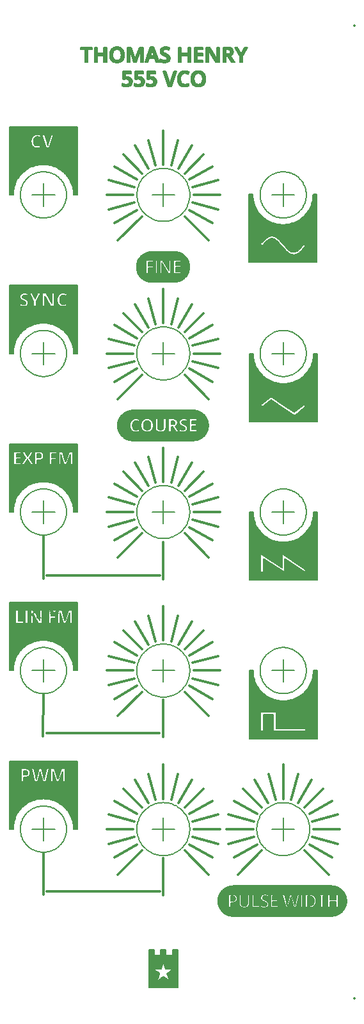
<source format=gbr>
%TF.GenerationSoftware,KiCad,Pcbnew,(6.0.5)*%
%TF.CreationDate,2022-07-06T11:36:20+02:00*%
%TF.ProjectId,faceplate-kicad,66616365-706c-4617-9465-2d6b69636164,rev?*%
%TF.SameCoordinates,Original*%
%TF.FileFunction,Legend,Top*%
%TF.FilePolarity,Positive*%
%FSLAX46Y46*%
G04 Gerber Fmt 4.6, Leading zero omitted, Abs format (unit mm)*
G04 Created by KiCad (PCBNEW (6.0.5)) date 2022-07-06 11:36:20*
%MOMM*%
%LPD*%
G01*
G04 APERTURE LIST*
%ADD10C,0.200000*%
%ADD11C,0.176388*%
%ADD12C,0.352777*%
%ADD13C,0.150000*%
G04 APERTURE END LIST*
D10*
G36*
X165193710Y-27307595D02*
G01*
X165653732Y-26418595D01*
X166043198Y-26418595D01*
X165374332Y-27649084D01*
X165374332Y-28433661D01*
X165013092Y-28433661D01*
X165013092Y-27663195D01*
X164344219Y-26418595D01*
X164736511Y-26418595D01*
X165193710Y-27307595D01*
G37*
X165193710Y-27307595D02*
X165653732Y-26418595D01*
X166043198Y-26418595D01*
X165374332Y-27649084D01*
X165374332Y-28433661D01*
X165013092Y-28433661D01*
X165013092Y-27663195D01*
X164344219Y-26418595D01*
X164736511Y-26418595D01*
X165193710Y-27307595D01*
G36*
X151175734Y-28001861D02*
G01*
X151187023Y-28001861D01*
X151740177Y-26418595D01*
X152242533Y-26418595D01*
X152242533Y-28433661D01*
X151898224Y-28433661D01*
X151898224Y-27372506D01*
X151898400Y-27323470D01*
X151898929Y-27272317D01*
X151899811Y-27219048D01*
X151901045Y-27163661D01*
X151905983Y-27051478D01*
X151909512Y-26946350D01*
X151914450Y-26855333D01*
X151917976Y-26785483D01*
X151906689Y-26785483D01*
X151330956Y-28433661D01*
X151009224Y-28433661D01*
X150456068Y-26782661D01*
X150444778Y-26782661D01*
X150453245Y-26943528D01*
X150455891Y-26995563D01*
X150458184Y-27050067D01*
X150460124Y-27107040D01*
X150461712Y-27166483D01*
X150464181Y-27224868D01*
X150465944Y-27281489D01*
X150467003Y-27336346D01*
X150467356Y-27389439D01*
X150467356Y-28433661D01*
X150142801Y-28433661D01*
X150142801Y-26418595D01*
X150645157Y-26418595D01*
X151175734Y-28001861D01*
G37*
X151175734Y-28001861D02*
X151187023Y-28001861D01*
X151740177Y-26418595D01*
X152242533Y-26418595D01*
X152242533Y-28433661D01*
X151898224Y-28433661D01*
X151898224Y-27372506D01*
X151898400Y-27323470D01*
X151898929Y-27272317D01*
X151899811Y-27219048D01*
X151901045Y-27163661D01*
X151905983Y-27051478D01*
X151909512Y-26946350D01*
X151914450Y-26855333D01*
X151917976Y-26785483D01*
X151906689Y-26785483D01*
X151330956Y-28433661D01*
X151009224Y-28433661D01*
X150456068Y-26782661D01*
X150444778Y-26782661D01*
X150453245Y-26943528D01*
X150455891Y-26995563D01*
X150458184Y-27050067D01*
X150460124Y-27107040D01*
X150461712Y-27166483D01*
X150464181Y-27224868D01*
X150465944Y-27281489D01*
X150467003Y-27336346D01*
X150467356Y-27389439D01*
X150467356Y-28433661D01*
X150142801Y-28433661D01*
X150142801Y-26418595D01*
X150645157Y-26418595D01*
X151175734Y-28001861D01*
G36*
X153636711Y-26410128D02*
G01*
X154376133Y-28433661D01*
X153992310Y-28433661D01*
X153808867Y-27900261D01*
X153049686Y-27900261D01*
X152869066Y-28433661D01*
X152485243Y-28433661D01*
X152793595Y-27589817D01*
X153148466Y-27589817D01*
X153715733Y-27589817D01*
X153540754Y-27070528D01*
X153534405Y-27049008D01*
X153526644Y-27023961D01*
X153517471Y-26995386D01*
X153506888Y-26963283D01*
X153484310Y-26894845D01*
X153461735Y-26824995D01*
X153452385Y-26789893D01*
X153444094Y-26757967D01*
X153436861Y-26729215D01*
X153430687Y-26703639D01*
X153423103Y-26732919D01*
X153414461Y-26764317D01*
X153404759Y-26797831D01*
X153393999Y-26833461D01*
X153384121Y-26869621D01*
X153374244Y-26904722D01*
X153364366Y-26938765D01*
X153354488Y-26971750D01*
X153345317Y-27002265D01*
X153337556Y-27028900D01*
X153331205Y-27051654D01*
X153326265Y-27070528D01*
X153148466Y-27589817D01*
X152793595Y-27589817D01*
X153224668Y-26410128D01*
X153636711Y-26410128D01*
G37*
X153636711Y-26410128D02*
X154376133Y-28433661D01*
X153992310Y-28433661D01*
X153808867Y-27900261D01*
X153049686Y-27900261D01*
X152869066Y-28433661D01*
X152485243Y-28433661D01*
X152793595Y-27589817D01*
X153148466Y-27589817D01*
X153715733Y-27589817D01*
X153540754Y-27070528D01*
X153534405Y-27049008D01*
X153526644Y-27023961D01*
X153517471Y-26995386D01*
X153506888Y-26963283D01*
X153484310Y-26894845D01*
X153461735Y-26824995D01*
X153452385Y-26789893D01*
X153444094Y-26757967D01*
X153436861Y-26729215D01*
X153430687Y-26703639D01*
X153423103Y-26732919D01*
X153414461Y-26764317D01*
X153404759Y-26797831D01*
X153393999Y-26833461D01*
X153384121Y-26869621D01*
X153374244Y-26904722D01*
X153364366Y-26938765D01*
X153354488Y-26971750D01*
X153345317Y-27002265D01*
X153337556Y-27028900D01*
X153331205Y-27051654D01*
X153326265Y-27070528D01*
X153148466Y-27589817D01*
X152793595Y-27589817D01*
X153224668Y-26410128D01*
X153636711Y-26410128D01*
G36*
X160164511Y-26720572D02*
G01*
X159379932Y-26720572D01*
X159379932Y-27234217D01*
X160113712Y-27234217D01*
X160113712Y-27536195D01*
X159379932Y-27536195D01*
X159379932Y-28128861D01*
X160164511Y-28128861D01*
X160164511Y-28433661D01*
X159018688Y-28433661D01*
X159018688Y-26418595D01*
X160164511Y-26418595D01*
X160164511Y-26720572D01*
G37*
X160164511Y-26720572D02*
X159379932Y-26720572D01*
X159379932Y-27234217D01*
X160113712Y-27234217D01*
X160113712Y-27536195D01*
X159379932Y-27536195D01*
X159379932Y-28128861D01*
X160164511Y-28128861D01*
X160164511Y-28433661D01*
X159018688Y-28433661D01*
X159018688Y-26418595D01*
X160164511Y-26418595D01*
X160164511Y-26720572D01*
G36*
X163376198Y-26418595D02*
G01*
X163425124Y-26419168D01*
X163472418Y-26420888D01*
X163518081Y-26423754D01*
X163562112Y-26427767D01*
X163604512Y-26432926D01*
X163645280Y-26439232D01*
X163684416Y-26446685D01*
X163721921Y-26455284D01*
X163757793Y-26465029D01*
X163792035Y-26475921D01*
X163824645Y-26487960D01*
X163855623Y-26501145D01*
X163884969Y-26515476D01*
X163912684Y-26530954D01*
X163938767Y-26547579D01*
X163963219Y-26565350D01*
X163986458Y-26584290D01*
X164008198Y-26604420D01*
X164028439Y-26625741D01*
X164047180Y-26648253D01*
X164064423Y-26671955D01*
X164080165Y-26696848D01*
X164094409Y-26722931D01*
X164107153Y-26750206D01*
X164118398Y-26778670D01*
X164128144Y-26808326D01*
X164136390Y-26839172D01*
X164143138Y-26871208D01*
X164148385Y-26904436D01*
X164152134Y-26938854D01*
X164154383Y-26974462D01*
X164155132Y-27011261D01*
X164154912Y-27029440D01*
X164154250Y-27047289D01*
X164153148Y-27064806D01*
X164151605Y-27081993D01*
X164149620Y-27098849D01*
X164147195Y-27115375D01*
X164144329Y-27131570D01*
X164141021Y-27147434D01*
X164137273Y-27162967D01*
X164133084Y-27178169D01*
X164128453Y-27193041D01*
X164123382Y-27207582D01*
X164117870Y-27221793D01*
X164111916Y-27235672D01*
X164105522Y-27249221D01*
X164098686Y-27262439D01*
X164091851Y-27275360D01*
X164084752Y-27288015D01*
X164077388Y-27300407D01*
X164069759Y-27312533D01*
X164061866Y-27324396D01*
X164053708Y-27335993D01*
X164045286Y-27347326D01*
X164036599Y-27358394D01*
X164027647Y-27369198D01*
X164018431Y-27379738D01*
X164008950Y-27390012D01*
X163999205Y-27400022D01*
X163989195Y-27409768D01*
X163978920Y-27419249D01*
X163968381Y-27428465D01*
X163957577Y-27437417D01*
X163935484Y-27453953D01*
X163912949Y-27469696D01*
X163889974Y-27484645D01*
X163866558Y-27498800D01*
X163842701Y-27512162D01*
X163818405Y-27524729D01*
X163793667Y-27536503D01*
X163768490Y-27547484D01*
X164347042Y-28433661D01*
X163940643Y-28433661D01*
X163458042Y-27637795D01*
X163164532Y-27637795D01*
X163164532Y-28433661D01*
X162803287Y-28433661D01*
X162803287Y-27341461D01*
X163164532Y-27341461D01*
X163364910Y-27341461D01*
X163392295Y-27341152D01*
X163418710Y-27340226D01*
X163444154Y-27338683D01*
X163468628Y-27336522D01*
X163492132Y-27333744D01*
X163514666Y-27330349D01*
X163536229Y-27326336D01*
X163556823Y-27321706D01*
X163576446Y-27316458D01*
X163595099Y-27310593D01*
X163612782Y-27304111D01*
X163629495Y-27297011D01*
X163645238Y-27289294D01*
X163660011Y-27280960D01*
X163673813Y-27272008D01*
X163686645Y-27262439D01*
X163698948Y-27251911D01*
X163710457Y-27240787D01*
X163721172Y-27229069D01*
X163731094Y-27216754D01*
X163740221Y-27203845D01*
X163748555Y-27190340D01*
X163756096Y-27176240D01*
X163762843Y-27161545D01*
X163768796Y-27146254D01*
X163773955Y-27130368D01*
X163778320Y-27113887D01*
X163781892Y-27096810D01*
X163784670Y-27079138D01*
X163786655Y-27060871D01*
X163787846Y-27042008D01*
X163788242Y-27022550D01*
X163787823Y-27002464D01*
X163786567Y-26983127D01*
X163784472Y-26964540D01*
X163781540Y-26946703D01*
X163777769Y-26929615D01*
X163773161Y-26913277D01*
X163767715Y-26897689D01*
X163761432Y-26882850D01*
X163754310Y-26868761D01*
X163746351Y-26855422D01*
X163737553Y-26842832D01*
X163727918Y-26830992D01*
X163717446Y-26819901D01*
X163706135Y-26809560D01*
X163693986Y-26799969D01*
X163681000Y-26791128D01*
X163667484Y-26782584D01*
X163653042Y-26774591D01*
X163637674Y-26767150D01*
X163621380Y-26760260D01*
X163604160Y-26753921D01*
X163586013Y-26748133D01*
X163566941Y-26742897D01*
X163546942Y-26738211D01*
X163526018Y-26734077D01*
X163504167Y-26730494D01*
X163481391Y-26727463D01*
X163457688Y-26724982D01*
X163433060Y-26723053D01*
X163407505Y-26721675D01*
X163381025Y-26720848D01*
X163353619Y-26720572D01*
X163164532Y-26720572D01*
X163164532Y-27341461D01*
X162803287Y-27341461D01*
X162803287Y-26418595D01*
X163376198Y-26418595D01*
G37*
X163376198Y-26418595D02*
X163425124Y-26419168D01*
X163472418Y-26420888D01*
X163518081Y-26423754D01*
X163562112Y-26427767D01*
X163604512Y-26432926D01*
X163645280Y-26439232D01*
X163684416Y-26446685D01*
X163721921Y-26455284D01*
X163757793Y-26465029D01*
X163792035Y-26475921D01*
X163824645Y-26487960D01*
X163855623Y-26501145D01*
X163884969Y-26515476D01*
X163912684Y-26530954D01*
X163938767Y-26547579D01*
X163963219Y-26565350D01*
X163986458Y-26584290D01*
X164008198Y-26604420D01*
X164028439Y-26625741D01*
X164047180Y-26648253D01*
X164064423Y-26671955D01*
X164080165Y-26696848D01*
X164094409Y-26722931D01*
X164107153Y-26750206D01*
X164118398Y-26778670D01*
X164128144Y-26808326D01*
X164136390Y-26839172D01*
X164143138Y-26871208D01*
X164148385Y-26904436D01*
X164152134Y-26938854D01*
X164154383Y-26974462D01*
X164155132Y-27011261D01*
X164154912Y-27029440D01*
X164154250Y-27047289D01*
X164153148Y-27064806D01*
X164151605Y-27081993D01*
X164149620Y-27098849D01*
X164147195Y-27115375D01*
X164144329Y-27131570D01*
X164141021Y-27147434D01*
X164137273Y-27162967D01*
X164133084Y-27178169D01*
X164128453Y-27193041D01*
X164123382Y-27207582D01*
X164117870Y-27221793D01*
X164111916Y-27235672D01*
X164105522Y-27249221D01*
X164098686Y-27262439D01*
X164091851Y-27275360D01*
X164084752Y-27288015D01*
X164077388Y-27300407D01*
X164069759Y-27312533D01*
X164061866Y-27324396D01*
X164053708Y-27335993D01*
X164045286Y-27347326D01*
X164036599Y-27358394D01*
X164027647Y-27369198D01*
X164018431Y-27379738D01*
X164008950Y-27390012D01*
X163999205Y-27400022D01*
X163989195Y-27409768D01*
X163978920Y-27419249D01*
X163968381Y-27428465D01*
X163957577Y-27437417D01*
X163935484Y-27453953D01*
X163912949Y-27469696D01*
X163889974Y-27484645D01*
X163866558Y-27498800D01*
X163842701Y-27512162D01*
X163818405Y-27524729D01*
X163793667Y-27536503D01*
X163768490Y-27547484D01*
X164347042Y-28433661D01*
X163940643Y-28433661D01*
X163458042Y-27637795D01*
X163164532Y-27637795D01*
X163164532Y-28433661D01*
X162803287Y-28433661D01*
X162803287Y-27341461D01*
X163164532Y-27341461D01*
X163364910Y-27341461D01*
X163392295Y-27341152D01*
X163418710Y-27340226D01*
X163444154Y-27338683D01*
X163468628Y-27336522D01*
X163492132Y-27333744D01*
X163514666Y-27330349D01*
X163536229Y-27326336D01*
X163556823Y-27321706D01*
X163576446Y-27316458D01*
X163595099Y-27310593D01*
X163612782Y-27304111D01*
X163629495Y-27297011D01*
X163645238Y-27289294D01*
X163660011Y-27280960D01*
X163673813Y-27272008D01*
X163686645Y-27262439D01*
X163698948Y-27251911D01*
X163710457Y-27240787D01*
X163721172Y-27229069D01*
X163731094Y-27216754D01*
X163740221Y-27203845D01*
X163748555Y-27190340D01*
X163756096Y-27176240D01*
X163762843Y-27161545D01*
X163768796Y-27146254D01*
X163773955Y-27130368D01*
X163778320Y-27113887D01*
X163781892Y-27096810D01*
X163784670Y-27079138D01*
X163786655Y-27060871D01*
X163787846Y-27042008D01*
X163788242Y-27022550D01*
X163787823Y-27002464D01*
X163786567Y-26983127D01*
X163784472Y-26964540D01*
X163781540Y-26946703D01*
X163777769Y-26929615D01*
X163773161Y-26913277D01*
X163767715Y-26897689D01*
X163761432Y-26882850D01*
X163754310Y-26868761D01*
X163746351Y-26855422D01*
X163737553Y-26842832D01*
X163727918Y-26830992D01*
X163717446Y-26819901D01*
X163706135Y-26809560D01*
X163693986Y-26799969D01*
X163681000Y-26791128D01*
X163667484Y-26782584D01*
X163653042Y-26774591D01*
X163637674Y-26767150D01*
X163621380Y-26760260D01*
X163604160Y-26753921D01*
X163586013Y-26748133D01*
X163566941Y-26742897D01*
X163546942Y-26738211D01*
X163526018Y-26734077D01*
X163504167Y-26730494D01*
X163481391Y-26727463D01*
X163457688Y-26724982D01*
X163433060Y-26723053D01*
X163407505Y-26721675D01*
X163381025Y-26720848D01*
X163353619Y-26720572D01*
X163164532Y-26720572D01*
X163164532Y-27341461D01*
X162803287Y-27341461D01*
X162803287Y-26418595D01*
X163376198Y-26418595D01*
G36*
X161990490Y-27987750D02*
G01*
X161998955Y-27987750D01*
X161993310Y-27866395D01*
X161987663Y-27728106D01*
X161982726Y-27583467D01*
X161979198Y-27443061D01*
X161979198Y-26418595D01*
X162306576Y-26418595D01*
X162306576Y-28433661D01*
X161857845Y-28433661D01*
X160903933Y-26853217D01*
X160892643Y-26853217D01*
X160896700Y-26917952D01*
X160900404Y-26985156D01*
X160903756Y-27054829D01*
X160906755Y-27126972D01*
X160910636Y-27199115D01*
X160913811Y-27271611D01*
X160916280Y-27344460D01*
X160918043Y-27417661D01*
X160918043Y-28433661D01*
X160593489Y-28433661D01*
X160593489Y-26418595D01*
X161039400Y-26418595D01*
X161990490Y-27987750D01*
G37*
X161990490Y-27987750D02*
X161998955Y-27987750D01*
X161993310Y-27866395D01*
X161987663Y-27728106D01*
X161982726Y-27583467D01*
X161979198Y-27443061D01*
X161979198Y-26418595D01*
X162306576Y-26418595D01*
X162306576Y-28433661D01*
X161857845Y-28433661D01*
X160903933Y-26853217D01*
X160892643Y-26853217D01*
X160896700Y-26917952D01*
X160900404Y-26985156D01*
X160903756Y-27054829D01*
X160906755Y-27126972D01*
X160910636Y-27199115D01*
X160913811Y-27271611D01*
X160916280Y-27344460D01*
X160918043Y-27417661D01*
X160918043Y-28433661D01*
X160593489Y-28433661D01*
X160593489Y-26418595D01*
X161039400Y-26418595D01*
X161990490Y-27987750D01*
G36*
X157260445Y-27231395D02*
G01*
X158146622Y-27231395D01*
X158146622Y-26418595D01*
X158507866Y-26418595D01*
X158507866Y-28433661D01*
X158146622Y-28433661D01*
X158146622Y-27539017D01*
X157260445Y-27539017D01*
X157260445Y-28433661D01*
X156899202Y-28433661D01*
X156899202Y-26418595D01*
X157260445Y-26418595D01*
X157260445Y-27231395D01*
G37*
X157260445Y-27231395D02*
X158146622Y-27231395D01*
X158146622Y-26418595D01*
X158507866Y-26418595D01*
X158507866Y-28433661D01*
X158146622Y-28433661D01*
X158146622Y-27539017D01*
X157260445Y-27539017D01*
X157260445Y-28433661D01*
X156899202Y-28433661D01*
X156899202Y-26418595D01*
X157260445Y-26418595D01*
X157260445Y-27231395D01*
G36*
X146163467Y-27231395D02*
G01*
X147049644Y-27231395D01*
X147049644Y-26418595D01*
X147410889Y-26418595D01*
X147410889Y-28433661D01*
X147049644Y-28433661D01*
X147049644Y-27539017D01*
X146163467Y-27539017D01*
X146163467Y-28433661D01*
X145802223Y-28433661D01*
X145802223Y-26418595D01*
X146163467Y-26418595D01*
X146163467Y-27231395D01*
G37*
X146163467Y-27231395D02*
X147049644Y-27231395D01*
X147049644Y-26418595D01*
X147410889Y-26418595D01*
X147410889Y-28433661D01*
X147049644Y-28433661D01*
X147049644Y-27539017D01*
X146163467Y-27539017D01*
X146163467Y-28433661D01*
X145802223Y-28433661D01*
X145802223Y-26418595D01*
X146163467Y-26418595D01*
X146163467Y-27231395D01*
G36*
X145505889Y-26723395D02*
G01*
X144927334Y-26723395D01*
X144927334Y-28433661D01*
X144566090Y-28433661D01*
X144566090Y-26723395D01*
X143987534Y-26723395D01*
X143987534Y-26418595D01*
X145505889Y-26418595D01*
X145505889Y-26723395D01*
G37*
X145505889Y-26723395D02*
X144927334Y-26723395D01*
X144927334Y-28433661D01*
X144566090Y-28433661D01*
X144566090Y-26723395D01*
X143987534Y-26723395D01*
X143987534Y-26418595D01*
X145505889Y-26418595D01*
X145505889Y-26723395D01*
G36*
X155217507Y-26390902D02*
G01*
X155256666Y-26392489D01*
X155295119Y-26395135D01*
X155332866Y-26398839D01*
X155369907Y-26403602D01*
X155406243Y-26409423D01*
X155441874Y-26416302D01*
X155476799Y-26424239D01*
X155512077Y-26433147D01*
X155547354Y-26442936D01*
X155582632Y-26453608D01*
X155617910Y-26465161D01*
X155653187Y-26477597D01*
X155688465Y-26490914D01*
X155723743Y-26505114D01*
X155759022Y-26520195D01*
X155643311Y-26810883D01*
X155611736Y-26797831D01*
X155580515Y-26785483D01*
X155549647Y-26773842D01*
X155519132Y-26762906D01*
X155488970Y-26752675D01*
X155459160Y-26743150D01*
X155429703Y-26734331D01*
X155400599Y-26726217D01*
X155372244Y-26718941D01*
X155343625Y-26712635D01*
X155314742Y-26707299D01*
X155285594Y-26702934D01*
X155256181Y-26699538D01*
X155226503Y-26697113D01*
X155196561Y-26695658D01*
X155166353Y-26695173D01*
X155148285Y-26695437D01*
X155130767Y-26696231D01*
X155113801Y-26697554D01*
X155097386Y-26699406D01*
X155081522Y-26701787D01*
X155066209Y-26704698D01*
X155051448Y-26708137D01*
X155037237Y-26712106D01*
X155023578Y-26716604D01*
X155010470Y-26721631D01*
X154997913Y-26727187D01*
X154985908Y-26733272D01*
X154974453Y-26739887D01*
X154963550Y-26747031D01*
X154953198Y-26754704D01*
X154943398Y-26762906D01*
X154934170Y-26771174D01*
X154925539Y-26779751D01*
X154917502Y-26788637D01*
X154910061Y-26797831D01*
X154903215Y-26807334D01*
X154896964Y-26817146D01*
X154891309Y-26827266D01*
X154886249Y-26837695D01*
X154881784Y-26848433D01*
X154877915Y-26859479D01*
X154874640Y-26870834D01*
X154871961Y-26882498D01*
X154869878Y-26894470D01*
X154868390Y-26906751D01*
X154867497Y-26919341D01*
X154867199Y-26932239D01*
X154867364Y-26942712D01*
X154867860Y-26952965D01*
X154868687Y-26962997D01*
X154869845Y-26972809D01*
X154871333Y-26982400D01*
X154873152Y-26991770D01*
X154875302Y-27000921D01*
X154877782Y-27009850D01*
X154880594Y-27018559D01*
X154883736Y-27027048D01*
X154887208Y-27035317D01*
X154891012Y-27043364D01*
X154895147Y-27051192D01*
X154899612Y-27058798D01*
X154904408Y-27066185D01*
X154909534Y-27073350D01*
X154915002Y-27080373D01*
X154920822Y-27087329D01*
X154926996Y-27094219D01*
X154933522Y-27101043D01*
X154940401Y-27107801D01*
X154947633Y-27114493D01*
X154955217Y-27121119D01*
X154963155Y-27127678D01*
X154971445Y-27134172D01*
X154980088Y-27140599D01*
X154989084Y-27146960D01*
X154998433Y-27153255D01*
X155008134Y-27159483D01*
X155018188Y-27165646D01*
X155028595Y-27171742D01*
X155039354Y-27177772D01*
X155062726Y-27189987D01*
X155087685Y-27202643D01*
X155114232Y-27215740D01*
X155142366Y-27229278D01*
X155203397Y-27257677D01*
X155270777Y-27287839D01*
X155310288Y-27305566D01*
X155348388Y-27323470D01*
X155385077Y-27341550D01*
X155420355Y-27359806D01*
X155454221Y-27378239D01*
X155486677Y-27396848D01*
X155517721Y-27415633D01*
X155547354Y-27434595D01*
X155561597Y-27444241D01*
X155575400Y-27454130D01*
X155588761Y-27464261D01*
X155601682Y-27474635D01*
X155614161Y-27485251D01*
X155626200Y-27496110D01*
X155637797Y-27507212D01*
X155648954Y-27518556D01*
X155659670Y-27530142D01*
X155669945Y-27541971D01*
X155679778Y-27554043D01*
X155689171Y-27566357D01*
X155698123Y-27578914D01*
X155706634Y-27591713D01*
X155714703Y-27604755D01*
X155722332Y-27618039D01*
X155729851Y-27631643D01*
X155736884Y-27645644D01*
X155743433Y-27660042D01*
X155749496Y-27674837D01*
X155755074Y-27690028D01*
X155760168Y-27705616D01*
X155764776Y-27721602D01*
X155768898Y-27737984D01*
X155772536Y-27754763D01*
X155775689Y-27771939D01*
X155778357Y-27789511D01*
X155780540Y-27807481D01*
X155782237Y-27825847D01*
X155783450Y-27844611D01*
X155784177Y-27863771D01*
X155784420Y-27883328D01*
X155784422Y-27883328D01*
X155783661Y-27916401D01*
X155781379Y-27948592D01*
X155777576Y-27979901D01*
X155772251Y-28010328D01*
X155765405Y-28039873D01*
X155757038Y-28068536D01*
X155747149Y-28096317D01*
X155735739Y-28123217D01*
X155722807Y-28149234D01*
X155708355Y-28174370D01*
X155692380Y-28198623D01*
X155674885Y-28221995D01*
X155655868Y-28244484D01*
X155635330Y-28266092D01*
X155613270Y-28286818D01*
X155589689Y-28306661D01*
X155564763Y-28325458D01*
X155538669Y-28343041D01*
X155511406Y-28359413D01*
X155482974Y-28374571D01*
X155453374Y-28388517D01*
X155422606Y-28401250D01*
X155390668Y-28412770D01*
X155357562Y-28423078D01*
X155323288Y-28432173D01*
X155287845Y-28440055D01*
X155251233Y-28446725D01*
X155213452Y-28452182D01*
X155174503Y-28456426D01*
X155134385Y-28459458D01*
X155093099Y-28461277D01*
X155050644Y-28461883D01*
X155009413Y-28461442D01*
X154968976Y-28460120D01*
X154929333Y-28457915D01*
X154890483Y-28454828D01*
X154852428Y-28450859D01*
X154815166Y-28446008D01*
X154778697Y-28440276D01*
X154743022Y-28433661D01*
X154708141Y-28426165D01*
X154674054Y-28417786D01*
X154640761Y-28408526D01*
X154608261Y-28398383D01*
X154576555Y-28387359D01*
X154545642Y-28375453D01*
X154515524Y-28362665D01*
X154486198Y-28348995D01*
X154486198Y-28010328D01*
X154518346Y-28024307D01*
X154551287Y-28038021D01*
X154585022Y-28051471D01*
X154619550Y-28064656D01*
X154654871Y-28077576D01*
X154690987Y-28090232D01*
X154727896Y-28102623D01*
X154765598Y-28114750D01*
X154803787Y-28125333D01*
X154842152Y-28134506D01*
X154880693Y-28142267D01*
X154919411Y-28148617D01*
X154958305Y-28153556D01*
X154997376Y-28157083D01*
X155036623Y-28159200D01*
X155076046Y-28159906D01*
X155098249Y-28159630D01*
X155119702Y-28158803D01*
X155140405Y-28157425D01*
X155160359Y-28155496D01*
X155179563Y-28153015D01*
X155198018Y-28149984D01*
X155215723Y-28146401D01*
X155232678Y-28142267D01*
X155248884Y-28137581D01*
X155264340Y-28132345D01*
X155279046Y-28126557D01*
X155293003Y-28120218D01*
X155306210Y-28113328D01*
X155318667Y-28105887D01*
X155330375Y-28097894D01*
X155341333Y-28089350D01*
X155351586Y-28080354D01*
X155361177Y-28071006D01*
X155370107Y-28061304D01*
X155378375Y-28051250D01*
X155385981Y-28040843D01*
X155392927Y-28030084D01*
X155399210Y-28018971D01*
X155404833Y-28007506D01*
X155409793Y-27995688D01*
X155414093Y-27983517D01*
X155417731Y-27970993D01*
X155420707Y-27958117D01*
X155423022Y-27944888D01*
X155424676Y-27931306D01*
X155425668Y-27917371D01*
X155425999Y-27903083D01*
X155425580Y-27887418D01*
X155424323Y-27872171D01*
X155422228Y-27857344D01*
X155419296Y-27842935D01*
X155415526Y-27828945D01*
X155410918Y-27815374D01*
X155405472Y-27802222D01*
X155399188Y-27789489D01*
X155392066Y-27777175D01*
X155384107Y-27765280D01*
X155375309Y-27753803D01*
X155365674Y-27742746D01*
X155355201Y-27732108D01*
X155343890Y-27721888D01*
X155331741Y-27712087D01*
X155318754Y-27702706D01*
X155290400Y-27684141D01*
X155258959Y-27665135D01*
X155224431Y-27645688D01*
X155186817Y-27625800D01*
X155146115Y-27605471D01*
X155102327Y-27584702D01*
X155055452Y-27563491D01*
X155005489Y-27541839D01*
X154974621Y-27528125D01*
X154944106Y-27513793D01*
X154913943Y-27498844D01*
X154884134Y-27483278D01*
X154854677Y-27467094D01*
X154825572Y-27450293D01*
X154796821Y-27432875D01*
X154768421Y-27414839D01*
X154754465Y-27405513D01*
X154740817Y-27395877D01*
X154727477Y-27385933D01*
X154714447Y-27375681D01*
X154701725Y-27365119D01*
X154689312Y-27354250D01*
X154677207Y-27343071D01*
X154665411Y-27331584D01*
X154653924Y-27319788D01*
X154642745Y-27307683D01*
X154631875Y-27295269D01*
X154621314Y-27282547D01*
X154611061Y-27269517D01*
X154601117Y-27256177D01*
X154591482Y-27242529D01*
X154582155Y-27228572D01*
X154573270Y-27214219D01*
X154564958Y-27199380D01*
X154557219Y-27184056D01*
X154550053Y-27168247D01*
X154543460Y-27151953D01*
X154537441Y-27135175D01*
X154531995Y-27117910D01*
X154527122Y-27100161D01*
X154522823Y-27081927D01*
X154519097Y-27063208D01*
X154515944Y-27044003D01*
X154513364Y-27024314D01*
X154511357Y-27004140D01*
X154509924Y-26983480D01*
X154509064Y-26962336D01*
X154508778Y-26940706D01*
X154509483Y-26908702D01*
X154511600Y-26877603D01*
X154515128Y-26847407D01*
X154520067Y-26818116D01*
X154526416Y-26789728D01*
X154534178Y-26762244D01*
X154543350Y-26735665D01*
X154553933Y-26709989D01*
X154565928Y-26685217D01*
X154579333Y-26661350D01*
X154594150Y-26638386D01*
X154610378Y-26616327D01*
X154628016Y-26595171D01*
X154647066Y-26574919D01*
X154667528Y-26555572D01*
X154689400Y-26537128D01*
X154712804Y-26519357D01*
X154737157Y-26502732D01*
X154762457Y-26487254D01*
X154788706Y-26472922D01*
X154815903Y-26459737D01*
X154844048Y-26447699D01*
X154873141Y-26436807D01*
X154903182Y-26427061D01*
X154934172Y-26418462D01*
X154966109Y-26411010D01*
X154998994Y-26404704D01*
X155032828Y-26399545D01*
X155067610Y-26395532D01*
X155103339Y-26392665D01*
X155140017Y-26390946D01*
X155177643Y-26390372D01*
X155217507Y-26390902D01*
G37*
X155217507Y-26390902D02*
X155256666Y-26392489D01*
X155295119Y-26395135D01*
X155332866Y-26398839D01*
X155369907Y-26403602D01*
X155406243Y-26409423D01*
X155441874Y-26416302D01*
X155476799Y-26424239D01*
X155512077Y-26433147D01*
X155547354Y-26442936D01*
X155582632Y-26453608D01*
X155617910Y-26465161D01*
X155653187Y-26477597D01*
X155688465Y-26490914D01*
X155723743Y-26505114D01*
X155759022Y-26520195D01*
X155643311Y-26810883D01*
X155611736Y-26797831D01*
X155580515Y-26785483D01*
X155549647Y-26773842D01*
X155519132Y-26762906D01*
X155488970Y-26752675D01*
X155459160Y-26743150D01*
X155429703Y-26734331D01*
X155400599Y-26726217D01*
X155372244Y-26718941D01*
X155343625Y-26712635D01*
X155314742Y-26707299D01*
X155285594Y-26702934D01*
X155256181Y-26699538D01*
X155226503Y-26697113D01*
X155196561Y-26695658D01*
X155166353Y-26695173D01*
X155148285Y-26695437D01*
X155130767Y-26696231D01*
X155113801Y-26697554D01*
X155097386Y-26699406D01*
X155081522Y-26701787D01*
X155066209Y-26704698D01*
X155051448Y-26708137D01*
X155037237Y-26712106D01*
X155023578Y-26716604D01*
X155010470Y-26721631D01*
X154997913Y-26727187D01*
X154985908Y-26733272D01*
X154974453Y-26739887D01*
X154963550Y-26747031D01*
X154953198Y-26754704D01*
X154943398Y-26762906D01*
X154934170Y-26771174D01*
X154925539Y-26779751D01*
X154917502Y-26788637D01*
X154910061Y-26797831D01*
X154903215Y-26807334D01*
X154896964Y-26817146D01*
X154891309Y-26827266D01*
X154886249Y-26837695D01*
X154881784Y-26848433D01*
X154877915Y-26859479D01*
X154874640Y-26870834D01*
X154871961Y-26882498D01*
X154869878Y-26894470D01*
X154868390Y-26906751D01*
X154867497Y-26919341D01*
X154867199Y-26932239D01*
X154867364Y-26942712D01*
X154867860Y-26952965D01*
X154868687Y-26962997D01*
X154869845Y-26972809D01*
X154871333Y-26982400D01*
X154873152Y-26991770D01*
X154875302Y-27000921D01*
X154877782Y-27009850D01*
X154880594Y-27018559D01*
X154883736Y-27027048D01*
X154887208Y-27035317D01*
X154891012Y-27043364D01*
X154895147Y-27051192D01*
X154899612Y-27058798D01*
X154904408Y-27066185D01*
X154909534Y-27073350D01*
X154915002Y-27080373D01*
X154920822Y-27087329D01*
X154926996Y-27094219D01*
X154933522Y-27101043D01*
X154940401Y-27107801D01*
X154947633Y-27114493D01*
X154955217Y-27121119D01*
X154963155Y-27127678D01*
X154971445Y-27134172D01*
X154980088Y-27140599D01*
X154989084Y-27146960D01*
X154998433Y-27153255D01*
X155008134Y-27159483D01*
X155018188Y-27165646D01*
X155028595Y-27171742D01*
X155039354Y-27177772D01*
X155062726Y-27189987D01*
X155087685Y-27202643D01*
X155114232Y-27215740D01*
X155142366Y-27229278D01*
X155203397Y-27257677D01*
X155270777Y-27287839D01*
X155310288Y-27305566D01*
X155348388Y-27323470D01*
X155385077Y-27341550D01*
X155420355Y-27359806D01*
X155454221Y-27378239D01*
X155486677Y-27396848D01*
X155517721Y-27415633D01*
X155547354Y-27434595D01*
X155561597Y-27444241D01*
X155575400Y-27454130D01*
X155588761Y-27464261D01*
X155601682Y-27474635D01*
X155614161Y-27485251D01*
X155626200Y-27496110D01*
X155637797Y-27507212D01*
X155648954Y-27518556D01*
X155659670Y-27530142D01*
X155669945Y-27541971D01*
X155679778Y-27554043D01*
X155689171Y-27566357D01*
X155698123Y-27578914D01*
X155706634Y-27591713D01*
X155714703Y-27604755D01*
X155722332Y-27618039D01*
X155729851Y-27631643D01*
X155736884Y-27645644D01*
X155743433Y-27660042D01*
X155749496Y-27674837D01*
X155755074Y-27690028D01*
X155760168Y-27705616D01*
X155764776Y-27721602D01*
X155768898Y-27737984D01*
X155772536Y-27754763D01*
X155775689Y-27771939D01*
X155778357Y-27789511D01*
X155780540Y-27807481D01*
X155782237Y-27825847D01*
X155783450Y-27844611D01*
X155784177Y-27863771D01*
X155784420Y-27883328D01*
X155784422Y-27883328D01*
X155783661Y-27916401D01*
X155781379Y-27948592D01*
X155777576Y-27979901D01*
X155772251Y-28010328D01*
X155765405Y-28039873D01*
X155757038Y-28068536D01*
X155747149Y-28096317D01*
X155735739Y-28123217D01*
X155722807Y-28149234D01*
X155708355Y-28174370D01*
X155692380Y-28198623D01*
X155674885Y-28221995D01*
X155655868Y-28244484D01*
X155635330Y-28266092D01*
X155613270Y-28286818D01*
X155589689Y-28306661D01*
X155564763Y-28325458D01*
X155538669Y-28343041D01*
X155511406Y-28359413D01*
X155482974Y-28374571D01*
X155453374Y-28388517D01*
X155422606Y-28401250D01*
X155390668Y-28412770D01*
X155357562Y-28423078D01*
X155323288Y-28432173D01*
X155287845Y-28440055D01*
X155251233Y-28446725D01*
X155213452Y-28452182D01*
X155174503Y-28456426D01*
X155134385Y-28459458D01*
X155093099Y-28461277D01*
X155050644Y-28461883D01*
X155009413Y-28461442D01*
X154968976Y-28460120D01*
X154929333Y-28457915D01*
X154890483Y-28454828D01*
X154852428Y-28450859D01*
X154815166Y-28446008D01*
X154778697Y-28440276D01*
X154743022Y-28433661D01*
X154708141Y-28426165D01*
X154674054Y-28417786D01*
X154640761Y-28408526D01*
X154608261Y-28398383D01*
X154576555Y-28387359D01*
X154545642Y-28375453D01*
X154515524Y-28362665D01*
X154486198Y-28348995D01*
X154486198Y-28010328D01*
X154518346Y-28024307D01*
X154551287Y-28038021D01*
X154585022Y-28051471D01*
X154619550Y-28064656D01*
X154654871Y-28077576D01*
X154690987Y-28090232D01*
X154727896Y-28102623D01*
X154765598Y-28114750D01*
X154803787Y-28125333D01*
X154842152Y-28134506D01*
X154880693Y-28142267D01*
X154919411Y-28148617D01*
X154958305Y-28153556D01*
X154997376Y-28157083D01*
X155036623Y-28159200D01*
X155076046Y-28159906D01*
X155098249Y-28159630D01*
X155119702Y-28158803D01*
X155140405Y-28157425D01*
X155160359Y-28155496D01*
X155179563Y-28153015D01*
X155198018Y-28149984D01*
X155215723Y-28146401D01*
X155232678Y-28142267D01*
X155248884Y-28137581D01*
X155264340Y-28132345D01*
X155279046Y-28126557D01*
X155293003Y-28120218D01*
X155306210Y-28113328D01*
X155318667Y-28105887D01*
X155330375Y-28097894D01*
X155341333Y-28089350D01*
X155351586Y-28080354D01*
X155361177Y-28071006D01*
X155370107Y-28061304D01*
X155378375Y-28051250D01*
X155385981Y-28040843D01*
X155392927Y-28030084D01*
X155399210Y-28018971D01*
X155404833Y-28007506D01*
X155409793Y-27995688D01*
X155414093Y-27983517D01*
X155417731Y-27970993D01*
X155420707Y-27958117D01*
X155423022Y-27944888D01*
X155424676Y-27931306D01*
X155425668Y-27917371D01*
X155425999Y-27903083D01*
X155425580Y-27887418D01*
X155424323Y-27872171D01*
X155422228Y-27857344D01*
X155419296Y-27842935D01*
X155415526Y-27828945D01*
X155410918Y-27815374D01*
X155405472Y-27802222D01*
X155399188Y-27789489D01*
X155392066Y-27777175D01*
X155384107Y-27765280D01*
X155375309Y-27753803D01*
X155365674Y-27742746D01*
X155355201Y-27732108D01*
X155343890Y-27721888D01*
X155331741Y-27712087D01*
X155318754Y-27702706D01*
X155290400Y-27684141D01*
X155258959Y-27665135D01*
X155224431Y-27645688D01*
X155186817Y-27625800D01*
X155146115Y-27605471D01*
X155102327Y-27584702D01*
X155055452Y-27563491D01*
X155005489Y-27541839D01*
X154974621Y-27528125D01*
X154944106Y-27513793D01*
X154913943Y-27498844D01*
X154884134Y-27483278D01*
X154854677Y-27467094D01*
X154825572Y-27450293D01*
X154796821Y-27432875D01*
X154768421Y-27414839D01*
X154754465Y-27405513D01*
X154740817Y-27395877D01*
X154727477Y-27385933D01*
X154714447Y-27375681D01*
X154701725Y-27365119D01*
X154689312Y-27354250D01*
X154677207Y-27343071D01*
X154665411Y-27331584D01*
X154653924Y-27319788D01*
X154642745Y-27307683D01*
X154631875Y-27295269D01*
X154621314Y-27282547D01*
X154611061Y-27269517D01*
X154601117Y-27256177D01*
X154591482Y-27242529D01*
X154582155Y-27228572D01*
X154573270Y-27214219D01*
X154564958Y-27199380D01*
X154557219Y-27184056D01*
X154550053Y-27168247D01*
X154543460Y-27151953D01*
X154537441Y-27135175D01*
X154531995Y-27117910D01*
X154527122Y-27100161D01*
X154522823Y-27081927D01*
X154519097Y-27063208D01*
X154515944Y-27044003D01*
X154513364Y-27024314D01*
X154511357Y-27004140D01*
X154509924Y-26983480D01*
X154509064Y-26962336D01*
X154508778Y-26940706D01*
X154509483Y-26908702D01*
X154511600Y-26877603D01*
X154515128Y-26847407D01*
X154520067Y-26818116D01*
X154526416Y-26789728D01*
X154534178Y-26762244D01*
X154543350Y-26735665D01*
X154553933Y-26709989D01*
X154565928Y-26685217D01*
X154579333Y-26661350D01*
X154594150Y-26638386D01*
X154610378Y-26616327D01*
X154628016Y-26595171D01*
X154647066Y-26574919D01*
X154667528Y-26555572D01*
X154689400Y-26537128D01*
X154712804Y-26519357D01*
X154737157Y-26502732D01*
X154762457Y-26487254D01*
X154788706Y-26472922D01*
X154815903Y-26459737D01*
X154844048Y-26447699D01*
X154873141Y-26436807D01*
X154903182Y-26427061D01*
X154934172Y-26418462D01*
X154966109Y-26411010D01*
X154998994Y-26404704D01*
X155032828Y-26399545D01*
X155067610Y-26395532D01*
X155103339Y-26392665D01*
X155140017Y-26390946D01*
X155177643Y-26390372D01*
X155217507Y-26390902D01*
G36*
X147826155Y-27381987D02*
G01*
X147827345Y-27344107D01*
X147829330Y-27306845D01*
X147832108Y-27270200D01*
X147835679Y-27234173D01*
X147840045Y-27198763D01*
X147845204Y-27163970D01*
X147851157Y-27129795D01*
X147857904Y-27096237D01*
X147865444Y-27063296D01*
X147873779Y-27030973D01*
X147882907Y-26999267D01*
X147892829Y-26968178D01*
X147903544Y-26937707D01*
X147915054Y-26907853D01*
X147927357Y-26878617D01*
X147940817Y-26849755D01*
X147955094Y-26821732D01*
X147970186Y-26794546D01*
X147986094Y-26768198D01*
X148002818Y-26742687D01*
X148020357Y-26718015D01*
X148038713Y-26694180D01*
X148057884Y-26671183D01*
X148077871Y-26649025D01*
X148098673Y-26627704D01*
X148120292Y-26607220D01*
X148142726Y-26587575D01*
X148165976Y-26568768D01*
X148190042Y-26550798D01*
X148214924Y-26533666D01*
X148240622Y-26517372D01*
X148267521Y-26501652D01*
X148295303Y-26486945D01*
X148323966Y-26473253D01*
X148353512Y-26460575D01*
X148383939Y-26448911D01*
X148415248Y-26438262D01*
X148447439Y-26428627D01*
X148480512Y-26420006D01*
X148514467Y-26412399D01*
X148549304Y-26405806D01*
X148585022Y-26400228D01*
X148621623Y-26395664D01*
X148659106Y-26392114D01*
X148697471Y-26389579D01*
X148736717Y-26388057D01*
X148776846Y-26387550D01*
X148816280Y-26388057D01*
X148854854Y-26389579D01*
X148892568Y-26392114D01*
X148929423Y-26395664D01*
X148965417Y-26400228D01*
X149000551Y-26405806D01*
X149034826Y-26412399D01*
X149068240Y-26420006D01*
X149100795Y-26428627D01*
X149132490Y-26438262D01*
X149163325Y-26448911D01*
X149193300Y-26460575D01*
X149222415Y-26473253D01*
X149250670Y-26486945D01*
X149278066Y-26501652D01*
X149304602Y-26517372D01*
X149330630Y-26533666D01*
X149355799Y-26550798D01*
X149380107Y-26568768D01*
X149403556Y-26587575D01*
X149426145Y-26607220D01*
X149447874Y-26627704D01*
X149468743Y-26649025D01*
X149488752Y-26671183D01*
X149507901Y-26694180D01*
X149526190Y-26718015D01*
X149543620Y-26742687D01*
X149560189Y-26768198D01*
X149575899Y-26794546D01*
X149590749Y-26821732D01*
X149604738Y-26849755D01*
X149617868Y-26878617D01*
X149630513Y-26907864D01*
X149642342Y-26937751D01*
X149653355Y-26968278D01*
X149663552Y-26999443D01*
X149672934Y-27031248D01*
X149681499Y-27063693D01*
X149689250Y-27096777D01*
X149696184Y-27130500D01*
X149702302Y-27164863D01*
X149707605Y-27199865D01*
X149712092Y-27235507D01*
X149715763Y-27271788D01*
X149718619Y-27308708D01*
X149720658Y-27346268D01*
X149721882Y-27384467D01*
X149722290Y-27423306D01*
X149721882Y-27462155D01*
X149720658Y-27500388D01*
X149718619Y-27538002D01*
X149715763Y-27575000D01*
X149712092Y-27611380D01*
X149707605Y-27647143D01*
X149702302Y-27682289D01*
X149696184Y-27716817D01*
X149689250Y-27750727D01*
X149681499Y-27784021D01*
X149672934Y-27816697D01*
X149663552Y-27848756D01*
X149653355Y-27880197D01*
X149642342Y-27911021D01*
X149630513Y-27941228D01*
X149617868Y-27970817D01*
X149604738Y-27999348D01*
X149590748Y-28027085D01*
X149575898Y-28054028D01*
X149560188Y-28080178D01*
X149543619Y-28105534D01*
X149526189Y-28130096D01*
X149507900Y-28153864D01*
X149488751Y-28176839D01*
X149468742Y-28199020D01*
X149447873Y-28220407D01*
X149426144Y-28241000D01*
X149403555Y-28260800D01*
X149380106Y-28279806D01*
X149355797Y-28298018D01*
X149330629Y-28315437D01*
X149304600Y-28332061D01*
X149277723Y-28347782D01*
X149250007Y-28362488D01*
X149221454Y-28376181D01*
X149192064Y-28388858D01*
X149161835Y-28400522D01*
X149130768Y-28411172D01*
X149098864Y-28420807D01*
X149066122Y-28429428D01*
X149032542Y-28437035D01*
X148998124Y-28443627D01*
X148962869Y-28449206D01*
X148926775Y-28453770D01*
X148889844Y-28457319D01*
X148852075Y-28459855D01*
X148813468Y-28461376D01*
X148774023Y-28461883D01*
X148734236Y-28461376D01*
X148695309Y-28459855D01*
X148657243Y-28457319D01*
X148620036Y-28453770D01*
X148583688Y-28449206D01*
X148548201Y-28443627D01*
X148513574Y-28437035D01*
X148479806Y-28429428D01*
X148446899Y-28420807D01*
X148414851Y-28411172D01*
X148383663Y-28400522D01*
X148353335Y-28388858D01*
X148323867Y-28376181D01*
X148295259Y-28362488D01*
X148267510Y-28347782D01*
X148240622Y-28332061D01*
X148214924Y-28315425D01*
X148190042Y-28297974D01*
X148165976Y-28279707D01*
X148142726Y-28260624D01*
X148120292Y-28240725D01*
X148098673Y-28220010D01*
X148077871Y-28198480D01*
X148057884Y-28176133D01*
X148038713Y-28152971D01*
X148020357Y-28128994D01*
X148002818Y-28104200D01*
X147986094Y-28078590D01*
X147970186Y-28052165D01*
X147955094Y-28024924D01*
X147940817Y-27996867D01*
X147927357Y-27967995D01*
X147915054Y-27938405D01*
X147903544Y-27908199D01*
X147892829Y-27877375D01*
X147882907Y-27845934D01*
X147873779Y-27813875D01*
X147865444Y-27781199D01*
X147857904Y-27747905D01*
X147851157Y-27713995D01*
X147845204Y-27679466D01*
X147840045Y-27644321D01*
X147835679Y-27608558D01*
X147832108Y-27572178D01*
X147829330Y-27535180D01*
X147827345Y-27497565D01*
X147826155Y-27459333D01*
X147825787Y-27423306D01*
X148206757Y-27423306D01*
X148207286Y-27465418D01*
X148208873Y-27506385D01*
X148211519Y-27546205D01*
X148215223Y-27584878D01*
X148219985Y-27622405D01*
X148225806Y-27658785D01*
X148232685Y-27694018D01*
X148240623Y-27728106D01*
X148249618Y-27761046D01*
X148259673Y-27792840D01*
X148270785Y-27823488D01*
X148282956Y-27852989D01*
X148296185Y-27881343D01*
X148310472Y-27908551D01*
X148325818Y-27934613D01*
X148342222Y-27959528D01*
X148350846Y-27971509D01*
X148359784Y-27983109D01*
X148369036Y-27994329D01*
X148378602Y-28005169D01*
X148388483Y-28015628D01*
X148398678Y-28025707D01*
X148409186Y-28035405D01*
X148420010Y-28044724D01*
X148431147Y-28053662D01*
X148442598Y-28062219D01*
X148454364Y-28070397D01*
X148466444Y-28078194D01*
X148478838Y-28085610D01*
X148491546Y-28092646D01*
X148504569Y-28099302D01*
X148517905Y-28105578D01*
X148531556Y-28111473D01*
X148545521Y-28116988D01*
X148574394Y-28126877D01*
X148604523Y-28135244D01*
X148635910Y-28142090D01*
X148668553Y-28147415D01*
X148702453Y-28151219D01*
X148737609Y-28153501D01*
X148774023Y-28154261D01*
X148810767Y-28153501D01*
X148846210Y-28151219D01*
X148880353Y-28147415D01*
X148913194Y-28142090D01*
X148944735Y-28135244D01*
X148974975Y-28126877D01*
X149003913Y-28116988D01*
X149031551Y-28105578D01*
X149057888Y-28092646D01*
X149082924Y-28078194D01*
X149106659Y-28062219D01*
X149129094Y-28044724D01*
X149150227Y-28025707D01*
X149170060Y-28005169D01*
X149188591Y-27983109D01*
X149205822Y-27959528D01*
X149222226Y-27934613D01*
X149237572Y-27908551D01*
X149251860Y-27881343D01*
X149265089Y-27852989D01*
X149277260Y-27823488D01*
X149288372Y-27792840D01*
X149298426Y-27761046D01*
X149307422Y-27728106D01*
X149315360Y-27694018D01*
X149322239Y-27658785D01*
X149328060Y-27622405D01*
X149332823Y-27584878D01*
X149336527Y-27546205D01*
X149339173Y-27506385D01*
X149340760Y-27465418D01*
X149341290Y-27423306D01*
X149340771Y-27381193D01*
X149339217Y-27340226D01*
X149336626Y-27300407D01*
X149332999Y-27261733D01*
X149328336Y-27224207D01*
X149322636Y-27187826D01*
X149315900Y-27152593D01*
X149308128Y-27118506D01*
X149299319Y-27085565D01*
X149289475Y-27053771D01*
X149278594Y-27023123D01*
X149266676Y-26993622D01*
X149253723Y-26965268D01*
X149239733Y-26938060D01*
X149224707Y-26911998D01*
X149208645Y-26887083D01*
X149200192Y-26875103D01*
X149191414Y-26863502D01*
X149182310Y-26852282D01*
X149172882Y-26841443D01*
X149163128Y-26830984D01*
X149153049Y-26820904D01*
X149142645Y-26811206D01*
X149131915Y-26801888D01*
X149120861Y-26792950D01*
X149109481Y-26784392D01*
X149097776Y-26776215D01*
X149085746Y-26768418D01*
X149073390Y-26761001D01*
X149060710Y-26753965D01*
X149047704Y-26747309D01*
X149034373Y-26741033D01*
X149020716Y-26735138D01*
X149006735Y-26729623D01*
X148992428Y-26724489D01*
X148977796Y-26719734D01*
X148947557Y-26711367D01*
X148916016Y-26704521D01*
X148883175Y-26699196D01*
X148849033Y-26695393D01*
X148813590Y-26693111D01*
X148776846Y-26692350D01*
X148740421Y-26693111D01*
X148705231Y-26695393D01*
X148671276Y-26699196D01*
X148638556Y-26704521D01*
X148607070Y-26711367D01*
X148576819Y-26719734D01*
X148547803Y-26729623D01*
X148520022Y-26741033D01*
X148493475Y-26753965D01*
X148468163Y-26768418D01*
X148444086Y-26784392D01*
X148421244Y-26801888D01*
X148399636Y-26820904D01*
X148379264Y-26841443D01*
X148360126Y-26863502D01*
X148342222Y-26887083D01*
X148325818Y-26911998D01*
X148310472Y-26938060D01*
X148296185Y-26965268D01*
X148282956Y-26993622D01*
X148270785Y-27023124D01*
X148259673Y-27053771D01*
X148249618Y-27085565D01*
X148240623Y-27118506D01*
X148232685Y-27152593D01*
X148225806Y-27187827D01*
X148219985Y-27224207D01*
X148215223Y-27261734D01*
X148211519Y-27300407D01*
X148208873Y-27340226D01*
X148207286Y-27381193D01*
X148206757Y-27423306D01*
X147825787Y-27423306D01*
X147825758Y-27420483D01*
X147826155Y-27381987D01*
G37*
X147826155Y-27381987D02*
X147827345Y-27344107D01*
X147829330Y-27306845D01*
X147832108Y-27270200D01*
X147835679Y-27234173D01*
X147840045Y-27198763D01*
X147845204Y-27163970D01*
X147851157Y-27129795D01*
X147857904Y-27096237D01*
X147865444Y-27063296D01*
X147873779Y-27030973D01*
X147882907Y-26999267D01*
X147892829Y-26968178D01*
X147903544Y-26937707D01*
X147915054Y-26907853D01*
X147927357Y-26878617D01*
X147940817Y-26849755D01*
X147955094Y-26821732D01*
X147970186Y-26794546D01*
X147986094Y-26768198D01*
X148002818Y-26742687D01*
X148020357Y-26718015D01*
X148038713Y-26694180D01*
X148057884Y-26671183D01*
X148077871Y-26649025D01*
X148098673Y-26627704D01*
X148120292Y-26607220D01*
X148142726Y-26587575D01*
X148165976Y-26568768D01*
X148190042Y-26550798D01*
X148214924Y-26533666D01*
X148240622Y-26517372D01*
X148267521Y-26501652D01*
X148295303Y-26486945D01*
X148323966Y-26473253D01*
X148353512Y-26460575D01*
X148383939Y-26448911D01*
X148415248Y-26438262D01*
X148447439Y-26428627D01*
X148480512Y-26420006D01*
X148514467Y-26412399D01*
X148549304Y-26405806D01*
X148585022Y-26400228D01*
X148621623Y-26395664D01*
X148659106Y-26392114D01*
X148697471Y-26389579D01*
X148736717Y-26388057D01*
X148776846Y-26387550D01*
X148816280Y-26388057D01*
X148854854Y-26389579D01*
X148892568Y-26392114D01*
X148929423Y-26395664D01*
X148965417Y-26400228D01*
X149000551Y-26405806D01*
X149034826Y-26412399D01*
X149068240Y-26420006D01*
X149100795Y-26428627D01*
X149132490Y-26438262D01*
X149163325Y-26448911D01*
X149193300Y-26460575D01*
X149222415Y-26473253D01*
X149250670Y-26486945D01*
X149278066Y-26501652D01*
X149304602Y-26517372D01*
X149330630Y-26533666D01*
X149355799Y-26550798D01*
X149380107Y-26568768D01*
X149403556Y-26587575D01*
X149426145Y-26607220D01*
X149447874Y-26627704D01*
X149468743Y-26649025D01*
X149488752Y-26671183D01*
X149507901Y-26694180D01*
X149526190Y-26718015D01*
X149543620Y-26742687D01*
X149560189Y-26768198D01*
X149575899Y-26794546D01*
X149590749Y-26821732D01*
X149604738Y-26849755D01*
X149617868Y-26878617D01*
X149630513Y-26907864D01*
X149642342Y-26937751D01*
X149653355Y-26968278D01*
X149663552Y-26999443D01*
X149672934Y-27031248D01*
X149681499Y-27063693D01*
X149689250Y-27096777D01*
X149696184Y-27130500D01*
X149702302Y-27164863D01*
X149707605Y-27199865D01*
X149712092Y-27235507D01*
X149715763Y-27271788D01*
X149718619Y-27308708D01*
X149720658Y-27346268D01*
X149721882Y-27384467D01*
X149722290Y-27423306D01*
X149721882Y-27462155D01*
X149720658Y-27500388D01*
X149718619Y-27538002D01*
X149715763Y-27575000D01*
X149712092Y-27611380D01*
X149707605Y-27647143D01*
X149702302Y-27682289D01*
X149696184Y-27716817D01*
X149689250Y-27750727D01*
X149681499Y-27784021D01*
X149672934Y-27816697D01*
X149663552Y-27848756D01*
X149653355Y-27880197D01*
X149642342Y-27911021D01*
X149630513Y-27941228D01*
X149617868Y-27970817D01*
X149604738Y-27999348D01*
X149590748Y-28027085D01*
X149575898Y-28054028D01*
X149560188Y-28080178D01*
X149543619Y-28105534D01*
X149526189Y-28130096D01*
X149507900Y-28153864D01*
X149488751Y-28176839D01*
X149468742Y-28199020D01*
X149447873Y-28220407D01*
X149426144Y-28241000D01*
X149403555Y-28260800D01*
X149380106Y-28279806D01*
X149355797Y-28298018D01*
X149330629Y-28315437D01*
X149304600Y-28332061D01*
X149277723Y-28347782D01*
X149250007Y-28362488D01*
X149221454Y-28376181D01*
X149192064Y-28388858D01*
X149161835Y-28400522D01*
X149130768Y-28411172D01*
X149098864Y-28420807D01*
X149066122Y-28429428D01*
X149032542Y-28437035D01*
X148998124Y-28443627D01*
X148962869Y-28449206D01*
X148926775Y-28453770D01*
X148889844Y-28457319D01*
X148852075Y-28459855D01*
X148813468Y-28461376D01*
X148774023Y-28461883D01*
X148734236Y-28461376D01*
X148695309Y-28459855D01*
X148657243Y-28457319D01*
X148620036Y-28453770D01*
X148583688Y-28449206D01*
X148548201Y-28443627D01*
X148513574Y-28437035D01*
X148479806Y-28429428D01*
X148446899Y-28420807D01*
X148414851Y-28411172D01*
X148383663Y-28400522D01*
X148353335Y-28388858D01*
X148323867Y-28376181D01*
X148295259Y-28362488D01*
X148267510Y-28347782D01*
X148240622Y-28332061D01*
X148214924Y-28315425D01*
X148190042Y-28297974D01*
X148165976Y-28279707D01*
X148142726Y-28260624D01*
X148120292Y-28240725D01*
X148098673Y-28220010D01*
X148077871Y-28198480D01*
X148057884Y-28176133D01*
X148038713Y-28152971D01*
X148020357Y-28128994D01*
X148002818Y-28104200D01*
X147986094Y-28078590D01*
X147970186Y-28052165D01*
X147955094Y-28024924D01*
X147940817Y-27996867D01*
X147927357Y-27967995D01*
X147915054Y-27938405D01*
X147903544Y-27908199D01*
X147892829Y-27877375D01*
X147882907Y-27845934D01*
X147873779Y-27813875D01*
X147865444Y-27781199D01*
X147857904Y-27747905D01*
X147851157Y-27713995D01*
X147845204Y-27679466D01*
X147840045Y-27644321D01*
X147835679Y-27608558D01*
X147832108Y-27572178D01*
X147829330Y-27535180D01*
X147827345Y-27497565D01*
X147826155Y-27459333D01*
X147825787Y-27423306D01*
X148206757Y-27423306D01*
X148207286Y-27465418D01*
X148208873Y-27506385D01*
X148211519Y-27546205D01*
X148215223Y-27584878D01*
X148219985Y-27622405D01*
X148225806Y-27658785D01*
X148232685Y-27694018D01*
X148240623Y-27728106D01*
X148249618Y-27761046D01*
X148259673Y-27792840D01*
X148270785Y-27823488D01*
X148282956Y-27852989D01*
X148296185Y-27881343D01*
X148310472Y-27908551D01*
X148325818Y-27934613D01*
X148342222Y-27959528D01*
X148350846Y-27971509D01*
X148359784Y-27983109D01*
X148369036Y-27994329D01*
X148378602Y-28005169D01*
X148388483Y-28015628D01*
X148398678Y-28025707D01*
X148409186Y-28035405D01*
X148420010Y-28044724D01*
X148431147Y-28053662D01*
X148442598Y-28062219D01*
X148454364Y-28070397D01*
X148466444Y-28078194D01*
X148478838Y-28085610D01*
X148491546Y-28092646D01*
X148504569Y-28099302D01*
X148517905Y-28105578D01*
X148531556Y-28111473D01*
X148545521Y-28116988D01*
X148574394Y-28126877D01*
X148604523Y-28135244D01*
X148635910Y-28142090D01*
X148668553Y-28147415D01*
X148702453Y-28151219D01*
X148737609Y-28153501D01*
X148774023Y-28154261D01*
X148810767Y-28153501D01*
X148846210Y-28151219D01*
X148880353Y-28147415D01*
X148913194Y-28142090D01*
X148944735Y-28135244D01*
X148974975Y-28126877D01*
X149003913Y-28116988D01*
X149031551Y-28105578D01*
X149057888Y-28092646D01*
X149082924Y-28078194D01*
X149106659Y-28062219D01*
X149129094Y-28044724D01*
X149150227Y-28025707D01*
X149170060Y-28005169D01*
X149188591Y-27983109D01*
X149205822Y-27959528D01*
X149222226Y-27934613D01*
X149237572Y-27908551D01*
X149251860Y-27881343D01*
X149265089Y-27852989D01*
X149277260Y-27823488D01*
X149288372Y-27792840D01*
X149298426Y-27761046D01*
X149307422Y-27728106D01*
X149315360Y-27694018D01*
X149322239Y-27658785D01*
X149328060Y-27622405D01*
X149332823Y-27584878D01*
X149336527Y-27546205D01*
X149339173Y-27506385D01*
X149340760Y-27465418D01*
X149341290Y-27423306D01*
X149340771Y-27381193D01*
X149339217Y-27340226D01*
X149336626Y-27300407D01*
X149332999Y-27261733D01*
X149328336Y-27224207D01*
X149322636Y-27187826D01*
X149315900Y-27152593D01*
X149308128Y-27118506D01*
X149299319Y-27085565D01*
X149289475Y-27053771D01*
X149278594Y-27023123D01*
X149266676Y-26993622D01*
X149253723Y-26965268D01*
X149239733Y-26938060D01*
X149224707Y-26911998D01*
X149208645Y-26887083D01*
X149200192Y-26875103D01*
X149191414Y-26863502D01*
X149182310Y-26852282D01*
X149172882Y-26841443D01*
X149163128Y-26830984D01*
X149153049Y-26820904D01*
X149142645Y-26811206D01*
X149131915Y-26801888D01*
X149120861Y-26792950D01*
X149109481Y-26784392D01*
X149097776Y-26776215D01*
X149085746Y-26768418D01*
X149073390Y-26761001D01*
X149060710Y-26753965D01*
X149047704Y-26747309D01*
X149034373Y-26741033D01*
X149020716Y-26735138D01*
X149006735Y-26729623D01*
X148992428Y-26724489D01*
X148977796Y-26719734D01*
X148947557Y-26711367D01*
X148916016Y-26704521D01*
X148883175Y-26699196D01*
X148849033Y-26695393D01*
X148813590Y-26693111D01*
X148776846Y-26692350D01*
X148740421Y-26693111D01*
X148705231Y-26695393D01*
X148671276Y-26699196D01*
X148638556Y-26704521D01*
X148607070Y-26711367D01*
X148576819Y-26719734D01*
X148547803Y-26729623D01*
X148520022Y-26741033D01*
X148493475Y-26753965D01*
X148468163Y-26768418D01*
X148444086Y-26784392D01*
X148421244Y-26801888D01*
X148399636Y-26820904D01*
X148379264Y-26841443D01*
X148360126Y-26863502D01*
X148342222Y-26887083D01*
X148325818Y-26911998D01*
X148310472Y-26938060D01*
X148296185Y-26965268D01*
X148282956Y-26993622D01*
X148270785Y-27023124D01*
X148259673Y-27053771D01*
X148249618Y-27085565D01*
X148240623Y-27118506D01*
X148232685Y-27152593D01*
X148225806Y-27187827D01*
X148219985Y-27224207D01*
X148215223Y-27261734D01*
X148211519Y-27300407D01*
X148208873Y-27340226D01*
X148207286Y-27381193D01*
X148206757Y-27423306D01*
X147825787Y-27423306D01*
X147825758Y-27420483D01*
X147826155Y-27381987D01*
G36*
X155657421Y-30826906D02*
G01*
X155666240Y-30854246D01*
X155675765Y-30885467D01*
X155685995Y-30920568D01*
X155696932Y-30959550D01*
X155708045Y-30999414D01*
X155718804Y-31039984D01*
X155729210Y-31081258D01*
X155739264Y-31123239D01*
X155749847Y-31164161D01*
X155759020Y-31202261D01*
X155766781Y-31237539D01*
X155773132Y-31269995D01*
X155775425Y-31254120D01*
X155778071Y-31237539D01*
X155781069Y-31220253D01*
X155784420Y-31202261D01*
X155788124Y-31183564D01*
X155792181Y-31164161D01*
X155796591Y-31144053D01*
X155801353Y-31123239D01*
X155811409Y-31081258D01*
X155821816Y-31039984D01*
X155832575Y-30999414D01*
X155843687Y-30959550D01*
X155854800Y-30920568D01*
X155860224Y-30902533D01*
X155865559Y-30885467D01*
X155870807Y-30869372D01*
X155875966Y-30854246D01*
X155881037Y-30840091D01*
X155886021Y-30826906D01*
X156292419Y-29593595D01*
X156662132Y-29593594D01*
X155965044Y-31608662D01*
X155578398Y-31608662D01*
X154881310Y-29593594D01*
X155251020Y-29593594D01*
X155657421Y-30826906D01*
G37*
X155657421Y-30826906D02*
X155666240Y-30854246D01*
X155675765Y-30885467D01*
X155685995Y-30920568D01*
X155696932Y-30959550D01*
X155708045Y-30999414D01*
X155718804Y-31039984D01*
X155729210Y-31081258D01*
X155739264Y-31123239D01*
X155749847Y-31164161D01*
X155759020Y-31202261D01*
X155766781Y-31237539D01*
X155773132Y-31269995D01*
X155775425Y-31254120D01*
X155778071Y-31237539D01*
X155781069Y-31220253D01*
X155784420Y-31202261D01*
X155788124Y-31183564D01*
X155792181Y-31164161D01*
X155796591Y-31144053D01*
X155801353Y-31123239D01*
X155811409Y-31081258D01*
X155821816Y-31039984D01*
X155832575Y-30999414D01*
X155843687Y-30959550D01*
X155854800Y-30920568D01*
X155860224Y-30902533D01*
X155865559Y-30885467D01*
X155870807Y-30869372D01*
X155875966Y-30854246D01*
X155881037Y-30840091D01*
X155886021Y-30826906D01*
X156292419Y-29593595D01*
X156662132Y-29593594D01*
X155965044Y-31608662D01*
X155578398Y-31608662D01*
X154881310Y-29593594D01*
X155251020Y-29593594D01*
X155657421Y-30826906D01*
G36*
X150645155Y-29904039D02*
G01*
X149897268Y-29904039D01*
X149854933Y-30369706D01*
X149879980Y-30365472D01*
X149907143Y-30361239D01*
X149936424Y-30357006D01*
X149967821Y-30352773D01*
X149984623Y-30350127D01*
X150002571Y-30347834D01*
X150021665Y-30345893D01*
X150041906Y-30344306D01*
X150063293Y-30343071D01*
X150085827Y-30342189D01*
X150109506Y-30341660D01*
X150134333Y-30341483D01*
X150158145Y-30341759D01*
X150181605Y-30342586D01*
X150204712Y-30343964D01*
X150227466Y-30345893D01*
X150249868Y-30348374D01*
X150271917Y-30351405D01*
X150293613Y-30354988D01*
X150314956Y-30359122D01*
X150335946Y-30363808D01*
X150356584Y-30369044D01*
X150376868Y-30374832D01*
X150396800Y-30381171D01*
X150416379Y-30388061D01*
X150435606Y-30395503D01*
X150454479Y-30403495D01*
X150473000Y-30412039D01*
X150491091Y-30420770D01*
X150508674Y-30430031D01*
X150525751Y-30439820D01*
X150542320Y-30450139D01*
X150558383Y-30460987D01*
X150573938Y-30472364D01*
X150588986Y-30484270D01*
X150603527Y-30496706D01*
X150617561Y-30509670D01*
X150631088Y-30523164D01*
X150644107Y-30537187D01*
X150656620Y-30551739D01*
X150668625Y-30566820D01*
X150680124Y-30582431D01*
X150691115Y-30598570D01*
X150701599Y-30615239D01*
X150711852Y-30632404D01*
X150721443Y-30650032D01*
X150730373Y-30668123D01*
X150738641Y-30686677D01*
X150746248Y-30705693D01*
X150753194Y-30725173D01*
X150759478Y-30745116D01*
X150765100Y-30765522D01*
X150770061Y-30786391D01*
X150774361Y-30807723D01*
X150777999Y-30829518D01*
X150780976Y-30851776D01*
X150783291Y-30874497D01*
X150784945Y-30897682D01*
X150785938Y-30921329D01*
X150786268Y-30945439D01*
X150785475Y-30985126D01*
X150783093Y-31023756D01*
X150779124Y-31061326D01*
X150773568Y-31097839D01*
X150766424Y-31133293D01*
X150757693Y-31167689D01*
X150747374Y-31201026D01*
X150735467Y-31233305D01*
X150721973Y-31264526D01*
X150706892Y-31294689D01*
X150690223Y-31323793D01*
X150671967Y-31351839D01*
X150652123Y-31378826D01*
X150630692Y-31404755D01*
X150607673Y-31429626D01*
X150583067Y-31453439D01*
X150557314Y-31475653D01*
X150530150Y-31496434D01*
X150501575Y-31515781D01*
X150471588Y-31533696D01*
X150440191Y-31550177D01*
X150407382Y-31565225D01*
X150373163Y-31578841D01*
X150337532Y-31591023D01*
X150300491Y-31601771D01*
X150262038Y-31611087D01*
X150222174Y-31618969D01*
X150180899Y-31625418D01*
X150138213Y-31630434D01*
X150094116Y-31634017D01*
X150048607Y-31636167D01*
X150001688Y-31636884D01*
X149962486Y-31636443D01*
X149923901Y-31635120D01*
X149885933Y-31632915D01*
X149848583Y-31629828D01*
X149811850Y-31625859D01*
X149775734Y-31621009D01*
X149740236Y-31615276D01*
X149705355Y-31608662D01*
X149671356Y-31601209D01*
X149638504Y-31592963D01*
X149606798Y-31583923D01*
X149576238Y-31574089D01*
X149546825Y-31563462D01*
X149518559Y-31552040D01*
X149491439Y-31539825D01*
X149465466Y-31526817D01*
X149465466Y-31210728D01*
X149492232Y-31224530D01*
X149520322Y-31237715D01*
X149549735Y-31250283D01*
X149580471Y-31262234D01*
X149612530Y-31273567D01*
X149645912Y-31284282D01*
X149680617Y-31294381D01*
X149716644Y-31303861D01*
X149753068Y-31312461D01*
X149788963Y-31319913D01*
X149824329Y-31326219D01*
X149859166Y-31331378D01*
X149893473Y-31335391D01*
X149927252Y-31338258D01*
X149960501Y-31339978D01*
X149993221Y-31340551D01*
X150017927Y-31340209D01*
X150041949Y-31339184D01*
X150065288Y-31337475D01*
X150087943Y-31335083D01*
X150109915Y-31332007D01*
X150131203Y-31328248D01*
X150151807Y-31323805D01*
X150171728Y-31318679D01*
X150190965Y-31312869D01*
X150209519Y-31306375D01*
X150227389Y-31299199D01*
X150244576Y-31291338D01*
X150261079Y-31282794D01*
X150276899Y-31273567D01*
X150292035Y-31263656D01*
X150306488Y-31253062D01*
X150320500Y-31241740D01*
X150333608Y-31229646D01*
X150345812Y-31216781D01*
X150357112Y-31203143D01*
X150367508Y-31188735D01*
X150377000Y-31173554D01*
X150385588Y-31157602D01*
X150393271Y-31140878D01*
X150400051Y-31123383D01*
X150405927Y-31105116D01*
X150410899Y-31086076D01*
X150414967Y-31066266D01*
X150418131Y-31045684D01*
X150420391Y-31024329D01*
X150421747Y-31002204D01*
X150422199Y-30979306D01*
X150421780Y-30958801D01*
X150420524Y-30938913D01*
X150418429Y-30919642D01*
X150415497Y-30900989D01*
X150411726Y-30882954D01*
X150407118Y-30865535D01*
X150401672Y-30848734D01*
X150395388Y-30832550D01*
X150388267Y-30816984D01*
X150380307Y-30802035D01*
X150371510Y-30787704D01*
X150361875Y-30773989D01*
X150351401Y-30760893D01*
X150340090Y-30748413D01*
X150327942Y-30736551D01*
X150314955Y-30725306D01*
X150301086Y-30714370D01*
X150286292Y-30704139D01*
X150270572Y-30694614D01*
X150253925Y-30685795D01*
X150236352Y-30677681D01*
X150217853Y-30670272D01*
X150198429Y-30663569D01*
X150178078Y-30657572D01*
X150156801Y-30652280D01*
X150134598Y-30647694D01*
X150111469Y-30643814D01*
X150087414Y-30640639D01*
X150062433Y-30638169D01*
X150036526Y-30636405D01*
X150009693Y-30635347D01*
X149981934Y-30634994D01*
X149961958Y-30635215D01*
X149941541Y-30635876D01*
X149920683Y-30636979D01*
X149899384Y-30638522D01*
X149877644Y-30640507D01*
X149855463Y-30642932D01*
X149832840Y-30645798D01*
X149809776Y-30649106D01*
X149766561Y-30656161D01*
X149727227Y-30663217D01*
X149691773Y-30670272D01*
X149660200Y-30677328D01*
X149507801Y-30592661D01*
X149584000Y-29593594D01*
X150645155Y-29593594D01*
X150645155Y-29904039D01*
G37*
X150645155Y-29904039D02*
X149897268Y-29904039D01*
X149854933Y-30369706D01*
X149879980Y-30365472D01*
X149907143Y-30361239D01*
X149936424Y-30357006D01*
X149967821Y-30352773D01*
X149984623Y-30350127D01*
X150002571Y-30347834D01*
X150021665Y-30345893D01*
X150041906Y-30344306D01*
X150063293Y-30343071D01*
X150085827Y-30342189D01*
X150109506Y-30341660D01*
X150134333Y-30341483D01*
X150158145Y-30341759D01*
X150181605Y-30342586D01*
X150204712Y-30343964D01*
X150227466Y-30345893D01*
X150249868Y-30348374D01*
X150271917Y-30351405D01*
X150293613Y-30354988D01*
X150314956Y-30359122D01*
X150335946Y-30363808D01*
X150356584Y-30369044D01*
X150376868Y-30374832D01*
X150396800Y-30381171D01*
X150416379Y-30388061D01*
X150435606Y-30395503D01*
X150454479Y-30403495D01*
X150473000Y-30412039D01*
X150491091Y-30420770D01*
X150508674Y-30430031D01*
X150525751Y-30439820D01*
X150542320Y-30450139D01*
X150558383Y-30460987D01*
X150573938Y-30472364D01*
X150588986Y-30484270D01*
X150603527Y-30496706D01*
X150617561Y-30509670D01*
X150631088Y-30523164D01*
X150644107Y-30537187D01*
X150656620Y-30551739D01*
X150668625Y-30566820D01*
X150680124Y-30582431D01*
X150691115Y-30598570D01*
X150701599Y-30615239D01*
X150711852Y-30632404D01*
X150721443Y-30650032D01*
X150730373Y-30668123D01*
X150738641Y-30686677D01*
X150746248Y-30705693D01*
X150753194Y-30725173D01*
X150759478Y-30745116D01*
X150765100Y-30765522D01*
X150770061Y-30786391D01*
X150774361Y-30807723D01*
X150777999Y-30829518D01*
X150780976Y-30851776D01*
X150783291Y-30874497D01*
X150784945Y-30897682D01*
X150785938Y-30921329D01*
X150786268Y-30945439D01*
X150785475Y-30985126D01*
X150783093Y-31023756D01*
X150779124Y-31061326D01*
X150773568Y-31097839D01*
X150766424Y-31133293D01*
X150757693Y-31167689D01*
X150747374Y-31201026D01*
X150735467Y-31233305D01*
X150721973Y-31264526D01*
X150706892Y-31294689D01*
X150690223Y-31323793D01*
X150671967Y-31351839D01*
X150652123Y-31378826D01*
X150630692Y-31404755D01*
X150607673Y-31429626D01*
X150583067Y-31453439D01*
X150557314Y-31475653D01*
X150530150Y-31496434D01*
X150501575Y-31515781D01*
X150471588Y-31533696D01*
X150440191Y-31550177D01*
X150407382Y-31565225D01*
X150373163Y-31578841D01*
X150337532Y-31591023D01*
X150300491Y-31601771D01*
X150262038Y-31611087D01*
X150222174Y-31618969D01*
X150180899Y-31625418D01*
X150138213Y-31630434D01*
X150094116Y-31634017D01*
X150048607Y-31636167D01*
X150001688Y-31636884D01*
X149962486Y-31636443D01*
X149923901Y-31635120D01*
X149885933Y-31632915D01*
X149848583Y-31629828D01*
X149811850Y-31625859D01*
X149775734Y-31621009D01*
X149740236Y-31615276D01*
X149705355Y-31608662D01*
X149671356Y-31601209D01*
X149638504Y-31592963D01*
X149606798Y-31583923D01*
X149576238Y-31574089D01*
X149546825Y-31563462D01*
X149518559Y-31552040D01*
X149491439Y-31539825D01*
X149465466Y-31526817D01*
X149465466Y-31210728D01*
X149492232Y-31224530D01*
X149520322Y-31237715D01*
X149549735Y-31250283D01*
X149580471Y-31262234D01*
X149612530Y-31273567D01*
X149645912Y-31284282D01*
X149680617Y-31294381D01*
X149716644Y-31303861D01*
X149753068Y-31312461D01*
X149788963Y-31319913D01*
X149824329Y-31326219D01*
X149859166Y-31331378D01*
X149893473Y-31335391D01*
X149927252Y-31338258D01*
X149960501Y-31339978D01*
X149993221Y-31340551D01*
X150017927Y-31340209D01*
X150041949Y-31339184D01*
X150065288Y-31337475D01*
X150087943Y-31335083D01*
X150109915Y-31332007D01*
X150131203Y-31328248D01*
X150151807Y-31323805D01*
X150171728Y-31318679D01*
X150190965Y-31312869D01*
X150209519Y-31306375D01*
X150227389Y-31299199D01*
X150244576Y-31291338D01*
X150261079Y-31282794D01*
X150276899Y-31273567D01*
X150292035Y-31263656D01*
X150306488Y-31253062D01*
X150320500Y-31241740D01*
X150333608Y-31229646D01*
X150345812Y-31216781D01*
X150357112Y-31203143D01*
X150367508Y-31188735D01*
X150377000Y-31173554D01*
X150385588Y-31157602D01*
X150393271Y-31140878D01*
X150400051Y-31123383D01*
X150405927Y-31105116D01*
X150410899Y-31086076D01*
X150414967Y-31066266D01*
X150418131Y-31045684D01*
X150420391Y-31024329D01*
X150421747Y-31002204D01*
X150422199Y-30979306D01*
X150421780Y-30958801D01*
X150420524Y-30938913D01*
X150418429Y-30919642D01*
X150415497Y-30900989D01*
X150411726Y-30882954D01*
X150407118Y-30865535D01*
X150401672Y-30848734D01*
X150395388Y-30832550D01*
X150388267Y-30816984D01*
X150380307Y-30802035D01*
X150371510Y-30787704D01*
X150361875Y-30773989D01*
X150351401Y-30760893D01*
X150340090Y-30748413D01*
X150327942Y-30736551D01*
X150314955Y-30725306D01*
X150301086Y-30714370D01*
X150286292Y-30704139D01*
X150270572Y-30694614D01*
X150253925Y-30685795D01*
X150236352Y-30677681D01*
X150217853Y-30670272D01*
X150198429Y-30663569D01*
X150178078Y-30657572D01*
X150156801Y-30652280D01*
X150134598Y-30647694D01*
X150111469Y-30643814D01*
X150087414Y-30640639D01*
X150062433Y-30638169D01*
X150036526Y-30636405D01*
X150009693Y-30635347D01*
X149981934Y-30634994D01*
X149961958Y-30635215D01*
X149941541Y-30635876D01*
X149920683Y-30636979D01*
X149899384Y-30638522D01*
X149877644Y-30640507D01*
X149855463Y-30642932D01*
X149832840Y-30645798D01*
X149809776Y-30649106D01*
X149766561Y-30656161D01*
X149727227Y-30663217D01*
X149691773Y-30670272D01*
X149660200Y-30677328D01*
X149507801Y-30592661D01*
X149584000Y-29593594D01*
X150645155Y-29593594D01*
X150645155Y-29904039D01*
G36*
X158590389Y-30556986D02*
G01*
X158591580Y-30519107D01*
X158593564Y-30481845D01*
X158596342Y-30445200D01*
X158599914Y-30409172D01*
X158604280Y-30373762D01*
X158609439Y-30338970D01*
X158615392Y-30304794D01*
X158622138Y-30271236D01*
X158629679Y-30238296D01*
X158638013Y-30205972D01*
X158647141Y-30174266D01*
X158657063Y-30143178D01*
X158667779Y-30112707D01*
X158679288Y-30082853D01*
X158691591Y-30053616D01*
X158705052Y-30024755D01*
X158719328Y-29996731D01*
X158734421Y-29969545D01*
X158750329Y-29943197D01*
X158767053Y-29917687D01*
X158784592Y-29893015D01*
X158802948Y-29869180D01*
X158822119Y-29846183D01*
X158842106Y-29824024D01*
X158862909Y-29802703D01*
X158884528Y-29782220D01*
X158906962Y-29762575D01*
X158930213Y-29743768D01*
X158954279Y-29725798D01*
X158979161Y-29708666D01*
X159004858Y-29692372D01*
X159031757Y-29676652D01*
X159059538Y-29661945D01*
X159088201Y-29648253D01*
X159117746Y-29635575D01*
X159148173Y-29623911D01*
X159179482Y-29613262D01*
X159211673Y-29603626D01*
X159244746Y-29595005D01*
X159278701Y-29587399D01*
X159313538Y-29580806D01*
X159349257Y-29575228D01*
X159385858Y-29570664D01*
X159423340Y-29567114D01*
X159461705Y-29564578D01*
X159500952Y-29563057D01*
X159541081Y-29562550D01*
X159580514Y-29563057D01*
X159619088Y-29564578D01*
X159656802Y-29567114D01*
X159693656Y-29570664D01*
X159729651Y-29575228D01*
X159764785Y-29580806D01*
X159799060Y-29587399D01*
X159832474Y-29595005D01*
X159865029Y-29603626D01*
X159896724Y-29613262D01*
X159927559Y-29623911D01*
X159957534Y-29635575D01*
X159986650Y-29648253D01*
X160014905Y-29661945D01*
X160042300Y-29676652D01*
X160068836Y-29692372D01*
X160094864Y-29708666D01*
X160120033Y-29725798D01*
X160144341Y-29743768D01*
X160167789Y-29762575D01*
X160190378Y-29782220D01*
X160212107Y-29802703D01*
X160232976Y-29824024D01*
X160252985Y-29846183D01*
X160272134Y-29869180D01*
X160290423Y-29893015D01*
X160307853Y-29917687D01*
X160324423Y-29943197D01*
X160340132Y-29969545D01*
X160354982Y-29996731D01*
X160368973Y-30024755D01*
X160382103Y-30053616D01*
X160394748Y-30082864D01*
X160406577Y-30112751D01*
X160417590Y-30143277D01*
X160427787Y-30174443D01*
X160437169Y-30206248D01*
X160445735Y-30238693D01*
X160453485Y-30271777D01*
X160460419Y-30305500D01*
X160466538Y-30339863D01*
X160471840Y-30374865D01*
X160476327Y-30410507D01*
X160479998Y-30446788D01*
X160482853Y-30483708D01*
X160484893Y-30521268D01*
X160486117Y-30559467D01*
X160486525Y-30598306D01*
X160486527Y-30598306D01*
X160486119Y-30637155D01*
X160484895Y-30675387D01*
X160482855Y-30713002D01*
X160480000Y-30750000D01*
X160476329Y-30786380D01*
X160471842Y-30822143D01*
X160466539Y-30857289D01*
X160460420Y-30891817D01*
X160453486Y-30925728D01*
X160445736Y-30959021D01*
X160437170Y-30991697D01*
X160427789Y-31023756D01*
X160417591Y-31055197D01*
X160406578Y-31086021D01*
X160394749Y-31116228D01*
X160382105Y-31145817D01*
X160368975Y-31174348D01*
X160354985Y-31202085D01*
X160340135Y-31229029D01*
X160324426Y-31255178D01*
X160307856Y-31280534D01*
X160290427Y-31305096D01*
X160272137Y-31328865D01*
X160252988Y-31351839D01*
X160232979Y-31374020D01*
X160212110Y-31395407D01*
X160190381Y-31416000D01*
X160167792Y-31435800D01*
X160144343Y-31454806D01*
X160120034Y-31473018D01*
X160094865Y-31490437D01*
X160068836Y-31507061D01*
X160041959Y-31522782D01*
X160014244Y-31537489D01*
X159985691Y-31551181D01*
X159956301Y-31563859D01*
X159926072Y-31575522D01*
X159895006Y-31586172D01*
X159863101Y-31595807D01*
X159830359Y-31604428D01*
X159796779Y-31612035D01*
X159762361Y-31618627D01*
X159727105Y-31624206D01*
X159691011Y-31628770D01*
X159654080Y-31632320D01*
X159616310Y-31634855D01*
X159577703Y-31636376D01*
X159538258Y-31636884D01*
X159498471Y-31636376D01*
X159459545Y-31634855D01*
X159421478Y-31632320D01*
X159384271Y-31628770D01*
X159347924Y-31624206D01*
X159312437Y-31618627D01*
X159277809Y-31612035D01*
X159244042Y-31604428D01*
X159211134Y-31595807D01*
X159179087Y-31586172D01*
X159147899Y-31575522D01*
X159117571Y-31563859D01*
X159088103Y-31551181D01*
X159059495Y-31537489D01*
X159031746Y-31522782D01*
X159004858Y-31507061D01*
X158979161Y-31490426D01*
X158954279Y-31472974D01*
X158930213Y-31454707D01*
X158906962Y-31435624D01*
X158884528Y-31415725D01*
X158862909Y-31395010D01*
X158842106Y-31373479D01*
X158822119Y-31351133D01*
X158802948Y-31327971D01*
X158784592Y-31303993D01*
X158767053Y-31279200D01*
X158750329Y-31253590D01*
X158734421Y-31227165D01*
X158719328Y-31199924D01*
X158705052Y-31171867D01*
X158691591Y-31142994D01*
X158679288Y-31113405D01*
X158667779Y-31083199D01*
X158657063Y-31052375D01*
X158647141Y-31020933D01*
X158638013Y-30988875D01*
X158629679Y-30956199D01*
X158622138Y-30922905D01*
X158615392Y-30888994D01*
X158609439Y-30854466D01*
X158604280Y-30819321D01*
X158599914Y-30783558D01*
X158596342Y-30747178D01*
X158593564Y-30710180D01*
X158591580Y-30672565D01*
X158590389Y-30634333D01*
X158590021Y-30598306D01*
X158970993Y-30598306D01*
X158971522Y-30640419D01*
X158973110Y-30681385D01*
X158975755Y-30721205D01*
X158979460Y-30759878D01*
X158984222Y-30797405D01*
X158990043Y-30833785D01*
X158996922Y-30869019D01*
X159004859Y-30903106D01*
X159013855Y-30936047D01*
X159023909Y-30967841D01*
X159035021Y-30998488D01*
X159047192Y-31027989D01*
X159060421Y-31056344D01*
X159074709Y-31083552D01*
X159090055Y-31109613D01*
X159106459Y-31134528D01*
X159115082Y-31146509D01*
X159124020Y-31158109D01*
X159133273Y-31169329D01*
X159142839Y-31180169D01*
X159152719Y-31190628D01*
X159162914Y-31200707D01*
X159173423Y-31210405D01*
X159184246Y-31219724D01*
X159195383Y-31228662D01*
X159206835Y-31237219D01*
X159218600Y-31245397D01*
X159230680Y-31253194D01*
X159243074Y-31260610D01*
X159255782Y-31267646D01*
X159268805Y-31274302D01*
X159282141Y-31280578D01*
X159295792Y-31286473D01*
X159309757Y-31291988D01*
X159338630Y-31301877D01*
X159368759Y-31310245D01*
X159400145Y-31317091D01*
X159432788Y-31322415D01*
X159466688Y-31326219D01*
X159501844Y-31328501D01*
X159538258Y-31329262D01*
X159575002Y-31328501D01*
X159610445Y-31326219D01*
X159644587Y-31322415D01*
X159677429Y-31317091D01*
X159708969Y-31310245D01*
X159739209Y-31301877D01*
X159768148Y-31291988D01*
X159795786Y-31280578D01*
X159822123Y-31267646D01*
X159847159Y-31253194D01*
X159870894Y-31237219D01*
X159893328Y-31219724D01*
X159914462Y-31200707D01*
X159934294Y-31180169D01*
X159952826Y-31158109D01*
X159970056Y-31134528D01*
X159986461Y-31109613D01*
X160001807Y-31083552D01*
X160016095Y-31056344D01*
X160029324Y-31027989D01*
X160041495Y-30998488D01*
X160052608Y-30967841D01*
X160062662Y-30936047D01*
X160071658Y-30903106D01*
X160079595Y-30869019D01*
X160086474Y-30833785D01*
X160092295Y-30797405D01*
X160097058Y-30759878D01*
X160100762Y-30721205D01*
X160103407Y-30681385D01*
X160104995Y-30640419D01*
X160105524Y-30598306D01*
X160105006Y-30556193D01*
X160103452Y-30515226D01*
X160100861Y-30475407D01*
X160097234Y-30436733D01*
X160092571Y-30399207D01*
X160086871Y-30362826D01*
X160080135Y-30327593D01*
X160072363Y-30293506D01*
X160063555Y-30260565D01*
X160053710Y-30228771D01*
X160042829Y-30198123D01*
X160030912Y-30168622D01*
X160017958Y-30140268D01*
X160003968Y-30113060D01*
X159988942Y-30086998D01*
X159972879Y-30062084D01*
X159964427Y-30050103D01*
X159955649Y-30038503D01*
X159946545Y-30027283D01*
X159937117Y-30016443D01*
X159927363Y-30005984D01*
X159917284Y-29995905D01*
X159906880Y-29986206D01*
X159896151Y-29976888D01*
X159885096Y-29967950D01*
X159873716Y-29959392D01*
X159862011Y-29951215D01*
X159849981Y-29943418D01*
X159837626Y-29936001D01*
X159824945Y-29928965D01*
X159811939Y-29922309D01*
X159798608Y-29916034D01*
X159784951Y-29910138D01*
X159770970Y-29904624D01*
X159756663Y-29899489D01*
X159742031Y-29894735D01*
X159711792Y-29886367D01*
X159680251Y-29879521D01*
X159647410Y-29874196D01*
X159613267Y-29870393D01*
X159577824Y-29868111D01*
X159541081Y-29867351D01*
X159504656Y-29868111D01*
X159469467Y-29870393D01*
X159435512Y-29874196D01*
X159402792Y-29879521D01*
X159371306Y-29886367D01*
X159341055Y-29894735D01*
X159312039Y-29904624D01*
X159284258Y-29916034D01*
X159257712Y-29928965D01*
X159232400Y-29943418D01*
X159208323Y-29959392D01*
X159185480Y-29976888D01*
X159163873Y-29995905D01*
X159143500Y-30016443D01*
X159124362Y-30038503D01*
X159106459Y-30062084D01*
X159090055Y-30086998D01*
X159074709Y-30113060D01*
X159060421Y-30140268D01*
X159047192Y-30168622D01*
X159035021Y-30198123D01*
X159023909Y-30228771D01*
X159013855Y-30260565D01*
X159004859Y-30293506D01*
X158996922Y-30327593D01*
X158990043Y-30362826D01*
X158984222Y-30399207D01*
X158979460Y-30436733D01*
X158975755Y-30475407D01*
X158973110Y-30515226D01*
X158971522Y-30556193D01*
X158970993Y-30598306D01*
X158590021Y-30598306D01*
X158589992Y-30595483D01*
X158590389Y-30556986D01*
G37*
X158590389Y-30556986D02*
X158591580Y-30519107D01*
X158593564Y-30481845D01*
X158596342Y-30445200D01*
X158599914Y-30409172D01*
X158604280Y-30373762D01*
X158609439Y-30338970D01*
X158615392Y-30304794D01*
X158622138Y-30271236D01*
X158629679Y-30238296D01*
X158638013Y-30205972D01*
X158647141Y-30174266D01*
X158657063Y-30143178D01*
X158667779Y-30112707D01*
X158679288Y-30082853D01*
X158691591Y-30053616D01*
X158705052Y-30024755D01*
X158719328Y-29996731D01*
X158734421Y-29969545D01*
X158750329Y-29943197D01*
X158767053Y-29917687D01*
X158784592Y-29893015D01*
X158802948Y-29869180D01*
X158822119Y-29846183D01*
X158842106Y-29824024D01*
X158862909Y-29802703D01*
X158884528Y-29782220D01*
X158906962Y-29762575D01*
X158930213Y-29743768D01*
X158954279Y-29725798D01*
X158979161Y-29708666D01*
X159004858Y-29692372D01*
X159031757Y-29676652D01*
X159059538Y-29661945D01*
X159088201Y-29648253D01*
X159117746Y-29635575D01*
X159148173Y-29623911D01*
X159179482Y-29613262D01*
X159211673Y-29603626D01*
X159244746Y-29595005D01*
X159278701Y-29587399D01*
X159313538Y-29580806D01*
X159349257Y-29575228D01*
X159385858Y-29570664D01*
X159423340Y-29567114D01*
X159461705Y-29564578D01*
X159500952Y-29563057D01*
X159541081Y-29562550D01*
X159580514Y-29563057D01*
X159619088Y-29564578D01*
X159656802Y-29567114D01*
X159693656Y-29570664D01*
X159729651Y-29575228D01*
X159764785Y-29580806D01*
X159799060Y-29587399D01*
X159832474Y-29595005D01*
X159865029Y-29603626D01*
X159896724Y-29613262D01*
X159927559Y-29623911D01*
X159957534Y-29635575D01*
X159986650Y-29648253D01*
X160014905Y-29661945D01*
X160042300Y-29676652D01*
X160068836Y-29692372D01*
X160094864Y-29708666D01*
X160120033Y-29725798D01*
X160144341Y-29743768D01*
X160167789Y-29762575D01*
X160190378Y-29782220D01*
X160212107Y-29802703D01*
X160232976Y-29824024D01*
X160252985Y-29846183D01*
X160272134Y-29869180D01*
X160290423Y-29893015D01*
X160307853Y-29917687D01*
X160324423Y-29943197D01*
X160340132Y-29969545D01*
X160354982Y-29996731D01*
X160368973Y-30024755D01*
X160382103Y-30053616D01*
X160394748Y-30082864D01*
X160406577Y-30112751D01*
X160417590Y-30143277D01*
X160427787Y-30174443D01*
X160437169Y-30206248D01*
X160445735Y-30238693D01*
X160453485Y-30271777D01*
X160460419Y-30305500D01*
X160466538Y-30339863D01*
X160471840Y-30374865D01*
X160476327Y-30410507D01*
X160479998Y-30446788D01*
X160482853Y-30483708D01*
X160484893Y-30521268D01*
X160486117Y-30559467D01*
X160486525Y-30598306D01*
X160486527Y-30598306D01*
X160486119Y-30637155D01*
X160484895Y-30675387D01*
X160482855Y-30713002D01*
X160480000Y-30750000D01*
X160476329Y-30786380D01*
X160471842Y-30822143D01*
X160466539Y-30857289D01*
X160460420Y-30891817D01*
X160453486Y-30925728D01*
X160445736Y-30959021D01*
X160437170Y-30991697D01*
X160427789Y-31023756D01*
X160417591Y-31055197D01*
X160406578Y-31086021D01*
X160394749Y-31116228D01*
X160382105Y-31145817D01*
X160368975Y-31174348D01*
X160354985Y-31202085D01*
X160340135Y-31229029D01*
X160324426Y-31255178D01*
X160307856Y-31280534D01*
X160290427Y-31305096D01*
X160272137Y-31328865D01*
X160252988Y-31351839D01*
X160232979Y-31374020D01*
X160212110Y-31395407D01*
X160190381Y-31416000D01*
X160167792Y-31435800D01*
X160144343Y-31454806D01*
X160120034Y-31473018D01*
X160094865Y-31490437D01*
X160068836Y-31507061D01*
X160041959Y-31522782D01*
X160014244Y-31537489D01*
X159985691Y-31551181D01*
X159956301Y-31563859D01*
X159926072Y-31575522D01*
X159895006Y-31586172D01*
X159863101Y-31595807D01*
X159830359Y-31604428D01*
X159796779Y-31612035D01*
X159762361Y-31618627D01*
X159727105Y-31624206D01*
X159691011Y-31628770D01*
X159654080Y-31632320D01*
X159616310Y-31634855D01*
X159577703Y-31636376D01*
X159538258Y-31636884D01*
X159498471Y-31636376D01*
X159459545Y-31634855D01*
X159421478Y-31632320D01*
X159384271Y-31628770D01*
X159347924Y-31624206D01*
X159312437Y-31618627D01*
X159277809Y-31612035D01*
X159244042Y-31604428D01*
X159211134Y-31595807D01*
X159179087Y-31586172D01*
X159147899Y-31575522D01*
X159117571Y-31563859D01*
X159088103Y-31551181D01*
X159059495Y-31537489D01*
X159031746Y-31522782D01*
X159004858Y-31507061D01*
X158979161Y-31490426D01*
X158954279Y-31472974D01*
X158930213Y-31454707D01*
X158906962Y-31435624D01*
X158884528Y-31415725D01*
X158862909Y-31395010D01*
X158842106Y-31373479D01*
X158822119Y-31351133D01*
X158802948Y-31327971D01*
X158784592Y-31303993D01*
X158767053Y-31279200D01*
X158750329Y-31253590D01*
X158734421Y-31227165D01*
X158719328Y-31199924D01*
X158705052Y-31171867D01*
X158691591Y-31142994D01*
X158679288Y-31113405D01*
X158667779Y-31083199D01*
X158657063Y-31052375D01*
X158647141Y-31020933D01*
X158638013Y-30988875D01*
X158629679Y-30956199D01*
X158622138Y-30922905D01*
X158615392Y-30888994D01*
X158609439Y-30854466D01*
X158604280Y-30819321D01*
X158599914Y-30783558D01*
X158596342Y-30747178D01*
X158593564Y-30710180D01*
X158591580Y-30672565D01*
X158590389Y-30634333D01*
X158590021Y-30598306D01*
X158970993Y-30598306D01*
X158971522Y-30640419D01*
X158973110Y-30681385D01*
X158975755Y-30721205D01*
X158979460Y-30759878D01*
X158984222Y-30797405D01*
X158990043Y-30833785D01*
X158996922Y-30869019D01*
X159004859Y-30903106D01*
X159013855Y-30936047D01*
X159023909Y-30967841D01*
X159035021Y-30998488D01*
X159047192Y-31027989D01*
X159060421Y-31056344D01*
X159074709Y-31083552D01*
X159090055Y-31109613D01*
X159106459Y-31134528D01*
X159115082Y-31146509D01*
X159124020Y-31158109D01*
X159133273Y-31169329D01*
X159142839Y-31180169D01*
X159152719Y-31190628D01*
X159162914Y-31200707D01*
X159173423Y-31210405D01*
X159184246Y-31219724D01*
X159195383Y-31228662D01*
X159206835Y-31237219D01*
X159218600Y-31245397D01*
X159230680Y-31253194D01*
X159243074Y-31260610D01*
X159255782Y-31267646D01*
X159268805Y-31274302D01*
X159282141Y-31280578D01*
X159295792Y-31286473D01*
X159309757Y-31291988D01*
X159338630Y-31301877D01*
X159368759Y-31310245D01*
X159400145Y-31317091D01*
X159432788Y-31322415D01*
X159466688Y-31326219D01*
X159501844Y-31328501D01*
X159538258Y-31329262D01*
X159575002Y-31328501D01*
X159610445Y-31326219D01*
X159644587Y-31322415D01*
X159677429Y-31317091D01*
X159708969Y-31310245D01*
X159739209Y-31301877D01*
X159768148Y-31291988D01*
X159795786Y-31280578D01*
X159822123Y-31267646D01*
X159847159Y-31253194D01*
X159870894Y-31237219D01*
X159893328Y-31219724D01*
X159914462Y-31200707D01*
X159934294Y-31180169D01*
X159952826Y-31158109D01*
X159970056Y-31134528D01*
X159986461Y-31109613D01*
X160001807Y-31083552D01*
X160016095Y-31056344D01*
X160029324Y-31027989D01*
X160041495Y-30998488D01*
X160052608Y-30967841D01*
X160062662Y-30936047D01*
X160071658Y-30903106D01*
X160079595Y-30869019D01*
X160086474Y-30833785D01*
X160092295Y-30797405D01*
X160097058Y-30759878D01*
X160100762Y-30721205D01*
X160103407Y-30681385D01*
X160104995Y-30640419D01*
X160105524Y-30598306D01*
X160105006Y-30556193D01*
X160103452Y-30515226D01*
X160100861Y-30475407D01*
X160097234Y-30436733D01*
X160092571Y-30399207D01*
X160086871Y-30362826D01*
X160080135Y-30327593D01*
X160072363Y-30293506D01*
X160063555Y-30260565D01*
X160053710Y-30228771D01*
X160042829Y-30198123D01*
X160030912Y-30168622D01*
X160017958Y-30140268D01*
X160003968Y-30113060D01*
X159988942Y-30086998D01*
X159972879Y-30062084D01*
X159964427Y-30050103D01*
X159955649Y-30038503D01*
X159946545Y-30027283D01*
X159937117Y-30016443D01*
X159927363Y-30005984D01*
X159917284Y-29995905D01*
X159906880Y-29986206D01*
X159896151Y-29976888D01*
X159885096Y-29967950D01*
X159873716Y-29959392D01*
X159862011Y-29951215D01*
X159849981Y-29943418D01*
X159837626Y-29936001D01*
X159824945Y-29928965D01*
X159811939Y-29922309D01*
X159798608Y-29916034D01*
X159784951Y-29910138D01*
X159770970Y-29904624D01*
X159756663Y-29899489D01*
X159742031Y-29894735D01*
X159711792Y-29886367D01*
X159680251Y-29879521D01*
X159647410Y-29874196D01*
X159613267Y-29870393D01*
X159577824Y-29868111D01*
X159541081Y-29867351D01*
X159504656Y-29868111D01*
X159469467Y-29870393D01*
X159435512Y-29874196D01*
X159402792Y-29879521D01*
X159371306Y-29886367D01*
X159341055Y-29894735D01*
X159312039Y-29904624D01*
X159284258Y-29916034D01*
X159257712Y-29928965D01*
X159232400Y-29943418D01*
X159208323Y-29959392D01*
X159185480Y-29976888D01*
X159163873Y-29995905D01*
X159143500Y-30016443D01*
X159124362Y-30038503D01*
X159106459Y-30062084D01*
X159090055Y-30086998D01*
X159074709Y-30113060D01*
X159060421Y-30140268D01*
X159047192Y-30168622D01*
X159035021Y-30198123D01*
X159023909Y-30228771D01*
X159013855Y-30260565D01*
X159004859Y-30293506D01*
X158996922Y-30327593D01*
X158990043Y-30362826D01*
X158984222Y-30399207D01*
X158979460Y-30436733D01*
X158975755Y-30475407D01*
X158973110Y-30515226D01*
X158971522Y-30556193D01*
X158970993Y-30598306D01*
X158590021Y-30598306D01*
X158589992Y-30595483D01*
X158590389Y-30556986D01*
G36*
X152256643Y-29904039D02*
G01*
X151508755Y-29904039D01*
X151466423Y-30369706D01*
X151491470Y-30365472D01*
X151518633Y-30361239D01*
X151547913Y-30357006D01*
X151579311Y-30352773D01*
X151596112Y-30350127D01*
X151614060Y-30347834D01*
X151633154Y-30345893D01*
X151653395Y-30344306D01*
X151674782Y-30343071D01*
X151697316Y-30342189D01*
X151720996Y-30341660D01*
X151745823Y-30341483D01*
X151769636Y-30341759D01*
X151793095Y-30342586D01*
X151816202Y-30343964D01*
X151838956Y-30345893D01*
X151861358Y-30348374D01*
X151883406Y-30351405D01*
X151905102Y-30354988D01*
X151926445Y-30359122D01*
X151947435Y-30363808D01*
X151968073Y-30369044D01*
X151988357Y-30374832D01*
X152008289Y-30381171D01*
X152027868Y-30388061D01*
X152047094Y-30395503D01*
X152065967Y-30403495D01*
X152084488Y-30412039D01*
X152102579Y-30420770D01*
X152120163Y-30430031D01*
X152137240Y-30439820D01*
X152153810Y-30450139D01*
X152169872Y-30460987D01*
X152185428Y-30472364D01*
X152200476Y-30484270D01*
X152215017Y-30496706D01*
X152229051Y-30509670D01*
X152242577Y-30523164D01*
X152255597Y-30537187D01*
X152268109Y-30551739D01*
X152280115Y-30566820D01*
X152291613Y-30582431D01*
X152302604Y-30598570D01*
X152313087Y-30615239D01*
X152323340Y-30632404D01*
X152332931Y-30650032D01*
X152341861Y-30668123D01*
X152350129Y-30686677D01*
X152357736Y-30705693D01*
X152364682Y-30725173D01*
X152370966Y-30745116D01*
X152376589Y-30765522D01*
X152381550Y-30786391D01*
X152385849Y-30807723D01*
X152389488Y-30829518D01*
X152392465Y-30851776D01*
X152394780Y-30874497D01*
X152396433Y-30897682D01*
X152397426Y-30921329D01*
X152397757Y-30945439D01*
X152396963Y-30985126D01*
X152394582Y-31023756D01*
X152390613Y-31061326D01*
X152385056Y-31097839D01*
X152377913Y-31133293D01*
X152369181Y-31167689D01*
X152358863Y-31201026D01*
X152346956Y-31233305D01*
X152333462Y-31264526D01*
X152318381Y-31294689D01*
X152301712Y-31323793D01*
X152283456Y-31351839D01*
X152263612Y-31378826D01*
X152242181Y-31404755D01*
X152219162Y-31429626D01*
X152194555Y-31453439D01*
X152168803Y-31475653D01*
X152141639Y-31496434D01*
X152113064Y-31515781D01*
X152083077Y-31533696D01*
X152051680Y-31550177D01*
X152018872Y-31565225D01*
X151984652Y-31578841D01*
X151949021Y-31591023D01*
X151911980Y-31601771D01*
X151873527Y-31611087D01*
X151833663Y-31618969D01*
X151792388Y-31625418D01*
X151749701Y-31630434D01*
X151705604Y-31634017D01*
X151660096Y-31636167D01*
X151613176Y-31636884D01*
X151573975Y-31636443D01*
X151535390Y-31635120D01*
X151497423Y-31632915D01*
X151460072Y-31629828D01*
X151423339Y-31625859D01*
X151387223Y-31621009D01*
X151351724Y-31615276D01*
X151316843Y-31608662D01*
X151282844Y-31601209D01*
X151249992Y-31592963D01*
X151218286Y-31583923D01*
X151187727Y-31574089D01*
X151158314Y-31563462D01*
X151130048Y-31552040D01*
X151102929Y-31539825D01*
X151076956Y-31526817D01*
X151076956Y-31210728D01*
X151103723Y-31224530D01*
X151131812Y-31237715D01*
X151161225Y-31250283D01*
X151191961Y-31262234D01*
X151224019Y-31273567D01*
X151257401Y-31284282D01*
X151292105Y-31294381D01*
X151328133Y-31303861D01*
X151364557Y-31312461D01*
X151400452Y-31319913D01*
X151435819Y-31326219D01*
X151470656Y-31331378D01*
X151504964Y-31335391D01*
X151538742Y-31338258D01*
X151571991Y-31339978D01*
X151604712Y-31340551D01*
X151629417Y-31340209D01*
X151653439Y-31339184D01*
X151676777Y-31337475D01*
X151699432Y-31335083D01*
X151721404Y-31332007D01*
X151742692Y-31328248D01*
X151763296Y-31323805D01*
X151783217Y-31318679D01*
X151802455Y-31312869D01*
X151821008Y-31306375D01*
X151838879Y-31299199D01*
X151856065Y-31291338D01*
X151872569Y-31282794D01*
X151888388Y-31273567D01*
X151903524Y-31263656D01*
X151917976Y-31253062D01*
X151931989Y-31241740D01*
X151945097Y-31229646D01*
X151957301Y-31216781D01*
X151968601Y-31203143D01*
X151978997Y-31188735D01*
X151988489Y-31173554D01*
X151997077Y-31157602D01*
X152004760Y-31140878D01*
X152011540Y-31123383D01*
X152017416Y-31105116D01*
X152022388Y-31086076D01*
X152026456Y-31066266D01*
X152029620Y-31045684D01*
X152031880Y-31024329D01*
X152033236Y-31002204D01*
X152033688Y-30979306D01*
X152033269Y-30958801D01*
X152032012Y-30938913D01*
X152029917Y-30919642D01*
X152026985Y-30900989D01*
X152023215Y-30882954D01*
X152018606Y-30865535D01*
X152013161Y-30848734D01*
X152006877Y-30832550D01*
X151999755Y-30816984D01*
X151991795Y-30802035D01*
X151982998Y-30787704D01*
X151973363Y-30773989D01*
X151962890Y-30760893D01*
X151951579Y-30748413D01*
X151939430Y-30736551D01*
X151926443Y-30725306D01*
X151912575Y-30714370D01*
X151897780Y-30704139D01*
X151882060Y-30694614D01*
X151865413Y-30685795D01*
X151847841Y-30677681D01*
X151829342Y-30670272D01*
X151809917Y-30663569D01*
X151789566Y-30657572D01*
X151768289Y-30652280D01*
X151746086Y-30647694D01*
X151722957Y-30643814D01*
X151698902Y-30640639D01*
X151673921Y-30638169D01*
X151648014Y-30636405D01*
X151621181Y-30635347D01*
X151593422Y-30634994D01*
X151573446Y-30635215D01*
X151553029Y-30635876D01*
X151532171Y-30636979D01*
X151510873Y-30638522D01*
X151489133Y-30640507D01*
X151466952Y-30642932D01*
X151444330Y-30645798D01*
X151421267Y-30649106D01*
X151378051Y-30656161D01*
X151338716Y-30663217D01*
X151303262Y-30670272D01*
X151271688Y-30677328D01*
X151119289Y-30592661D01*
X151195488Y-29593594D01*
X152256643Y-29593594D01*
X152256643Y-29904039D01*
G37*
X152256643Y-29904039D02*
X151508755Y-29904039D01*
X151466423Y-30369706D01*
X151491470Y-30365472D01*
X151518633Y-30361239D01*
X151547913Y-30357006D01*
X151579311Y-30352773D01*
X151596112Y-30350127D01*
X151614060Y-30347834D01*
X151633154Y-30345893D01*
X151653395Y-30344306D01*
X151674782Y-30343071D01*
X151697316Y-30342189D01*
X151720996Y-30341660D01*
X151745823Y-30341483D01*
X151769636Y-30341759D01*
X151793095Y-30342586D01*
X151816202Y-30343964D01*
X151838956Y-30345893D01*
X151861358Y-30348374D01*
X151883406Y-30351405D01*
X151905102Y-30354988D01*
X151926445Y-30359122D01*
X151947435Y-30363808D01*
X151968073Y-30369044D01*
X151988357Y-30374832D01*
X152008289Y-30381171D01*
X152027868Y-30388061D01*
X152047094Y-30395503D01*
X152065967Y-30403495D01*
X152084488Y-30412039D01*
X152102579Y-30420770D01*
X152120163Y-30430031D01*
X152137240Y-30439820D01*
X152153810Y-30450139D01*
X152169872Y-30460987D01*
X152185428Y-30472364D01*
X152200476Y-30484270D01*
X152215017Y-30496706D01*
X152229051Y-30509670D01*
X152242577Y-30523164D01*
X152255597Y-30537187D01*
X152268109Y-30551739D01*
X152280115Y-30566820D01*
X152291613Y-30582431D01*
X152302604Y-30598570D01*
X152313087Y-30615239D01*
X152323340Y-30632404D01*
X152332931Y-30650032D01*
X152341861Y-30668123D01*
X152350129Y-30686677D01*
X152357736Y-30705693D01*
X152364682Y-30725173D01*
X152370966Y-30745116D01*
X152376589Y-30765522D01*
X152381550Y-30786391D01*
X152385849Y-30807723D01*
X152389488Y-30829518D01*
X152392465Y-30851776D01*
X152394780Y-30874497D01*
X152396433Y-30897682D01*
X152397426Y-30921329D01*
X152397757Y-30945439D01*
X152396963Y-30985126D01*
X152394582Y-31023756D01*
X152390613Y-31061326D01*
X152385056Y-31097839D01*
X152377913Y-31133293D01*
X152369181Y-31167689D01*
X152358863Y-31201026D01*
X152346956Y-31233305D01*
X152333462Y-31264526D01*
X152318381Y-31294689D01*
X152301712Y-31323793D01*
X152283456Y-31351839D01*
X152263612Y-31378826D01*
X152242181Y-31404755D01*
X152219162Y-31429626D01*
X152194555Y-31453439D01*
X152168803Y-31475653D01*
X152141639Y-31496434D01*
X152113064Y-31515781D01*
X152083077Y-31533696D01*
X152051680Y-31550177D01*
X152018872Y-31565225D01*
X151984652Y-31578841D01*
X151949021Y-31591023D01*
X151911980Y-31601771D01*
X151873527Y-31611087D01*
X151833663Y-31618969D01*
X151792388Y-31625418D01*
X151749701Y-31630434D01*
X151705604Y-31634017D01*
X151660096Y-31636167D01*
X151613176Y-31636884D01*
X151573975Y-31636443D01*
X151535390Y-31635120D01*
X151497423Y-31632915D01*
X151460072Y-31629828D01*
X151423339Y-31625859D01*
X151387223Y-31621009D01*
X151351724Y-31615276D01*
X151316843Y-31608662D01*
X151282844Y-31601209D01*
X151249992Y-31592963D01*
X151218286Y-31583923D01*
X151187727Y-31574089D01*
X151158314Y-31563462D01*
X151130048Y-31552040D01*
X151102929Y-31539825D01*
X151076956Y-31526817D01*
X151076956Y-31210728D01*
X151103723Y-31224530D01*
X151131812Y-31237715D01*
X151161225Y-31250283D01*
X151191961Y-31262234D01*
X151224019Y-31273567D01*
X151257401Y-31284282D01*
X151292105Y-31294381D01*
X151328133Y-31303861D01*
X151364557Y-31312461D01*
X151400452Y-31319913D01*
X151435819Y-31326219D01*
X151470656Y-31331378D01*
X151504964Y-31335391D01*
X151538742Y-31338258D01*
X151571991Y-31339978D01*
X151604712Y-31340551D01*
X151629417Y-31340209D01*
X151653439Y-31339184D01*
X151676777Y-31337475D01*
X151699432Y-31335083D01*
X151721404Y-31332007D01*
X151742692Y-31328248D01*
X151763296Y-31323805D01*
X151783217Y-31318679D01*
X151802455Y-31312869D01*
X151821008Y-31306375D01*
X151838879Y-31299199D01*
X151856065Y-31291338D01*
X151872569Y-31282794D01*
X151888388Y-31273567D01*
X151903524Y-31263656D01*
X151917976Y-31253062D01*
X151931989Y-31241740D01*
X151945097Y-31229646D01*
X151957301Y-31216781D01*
X151968601Y-31203143D01*
X151978997Y-31188735D01*
X151988489Y-31173554D01*
X151997077Y-31157602D01*
X152004760Y-31140878D01*
X152011540Y-31123383D01*
X152017416Y-31105116D01*
X152022388Y-31086076D01*
X152026456Y-31066266D01*
X152029620Y-31045684D01*
X152031880Y-31024329D01*
X152033236Y-31002204D01*
X152033688Y-30979306D01*
X152033269Y-30958801D01*
X152032012Y-30938913D01*
X152029917Y-30919642D01*
X152026985Y-30900989D01*
X152023215Y-30882954D01*
X152018606Y-30865535D01*
X152013161Y-30848734D01*
X152006877Y-30832550D01*
X151999755Y-30816984D01*
X151991795Y-30802035D01*
X151982998Y-30787704D01*
X151973363Y-30773989D01*
X151962890Y-30760893D01*
X151951579Y-30748413D01*
X151939430Y-30736551D01*
X151926443Y-30725306D01*
X151912575Y-30714370D01*
X151897780Y-30704139D01*
X151882060Y-30694614D01*
X151865413Y-30685795D01*
X151847841Y-30677681D01*
X151829342Y-30670272D01*
X151809917Y-30663569D01*
X151789566Y-30657572D01*
X151768289Y-30652280D01*
X151746086Y-30647694D01*
X151722957Y-30643814D01*
X151698902Y-30640639D01*
X151673921Y-30638169D01*
X151648014Y-30636405D01*
X151621181Y-30635347D01*
X151593422Y-30634994D01*
X151573446Y-30635215D01*
X151553029Y-30635876D01*
X151532171Y-30636979D01*
X151510873Y-30638522D01*
X151489133Y-30640507D01*
X151466952Y-30642932D01*
X151444330Y-30645798D01*
X151421267Y-30649106D01*
X151378051Y-30656161D01*
X151338716Y-30663217D01*
X151303262Y-30670272D01*
X151271688Y-30677328D01*
X151119289Y-30592661D01*
X151195488Y-29593594D01*
X152256643Y-29593594D01*
X152256643Y-29904039D01*
G36*
X157795164Y-29565946D02*
G01*
X157832999Y-29567665D01*
X157870658Y-29570532D01*
X157908141Y-29574545D01*
X157945448Y-29579704D01*
X157982578Y-29586010D01*
X158019531Y-29593463D01*
X158056309Y-29602062D01*
X158093394Y-29610969D01*
X158129862Y-29620759D01*
X158165713Y-29631430D01*
X158200947Y-29642984D01*
X158235563Y-29655419D01*
X158269562Y-29668737D01*
X158302944Y-29682936D01*
X158335709Y-29698017D01*
X158211531Y-29994350D01*
X158184587Y-29982532D01*
X158157379Y-29971067D01*
X158129906Y-29959954D01*
X158102169Y-29949195D01*
X158074168Y-29938788D01*
X158045901Y-29928734D01*
X158017370Y-29919032D01*
X157988575Y-29909684D01*
X157974442Y-29904899D01*
X157960264Y-29900423D01*
X157946043Y-29896256D01*
X157931778Y-29892397D01*
X157917468Y-29888848D01*
X157903114Y-29885606D01*
X157888717Y-29882674D01*
X157874275Y-29880050D01*
X157859789Y-29877735D01*
X157845259Y-29875729D01*
X157830685Y-29874031D01*
X157816067Y-29872642D01*
X157801405Y-29871561D01*
X157786698Y-29870790D01*
X157771947Y-29870327D01*
X157757155Y-29870172D01*
X157723069Y-29870944D01*
X157689952Y-29873259D01*
X157657804Y-29877118D01*
X157626628Y-29882520D01*
X157596421Y-29889465D01*
X157567184Y-29897954D01*
X157538918Y-29907986D01*
X157511621Y-29919561D01*
X157485295Y-29932680D01*
X157459939Y-29947343D01*
X157435554Y-29963548D01*
X157412138Y-29981297D01*
X157389692Y-30000590D01*
X157368217Y-30021426D01*
X157347712Y-30043805D01*
X157328177Y-30067727D01*
X157310064Y-30092973D01*
X157293119Y-30119321D01*
X157277344Y-30146772D01*
X157262737Y-30175325D01*
X157249298Y-30204980D01*
X157237028Y-30235738D01*
X157225927Y-30267599D01*
X157215994Y-30300561D01*
X157207230Y-30334626D01*
X157199634Y-30369794D01*
X157193207Y-30406064D01*
X157187949Y-30443436D01*
X157183859Y-30481911D01*
X157180937Y-30521489D01*
X157179185Y-30562168D01*
X157178600Y-30603950D01*
X157179152Y-30646063D01*
X157180805Y-30687029D01*
X157183561Y-30726849D01*
X157187420Y-30765522D01*
X157192381Y-30803049D01*
X157198444Y-30839429D01*
X157205610Y-30874663D01*
X157213878Y-30908750D01*
X157223249Y-30941691D01*
X157233721Y-30973485D01*
X157245297Y-31004132D01*
X157257975Y-31033633D01*
X157271755Y-31061988D01*
X157286637Y-31089196D01*
X157302622Y-31115257D01*
X157319710Y-31140172D01*
X157337944Y-31163411D01*
X157357369Y-31185151D01*
X157377985Y-31205392D01*
X157388739Y-31214950D01*
X157399791Y-31224133D01*
X157411141Y-31232942D01*
X157422788Y-31241375D01*
X157446976Y-31257118D01*
X157472354Y-31271361D01*
X157498922Y-31284106D01*
X157526681Y-31295350D01*
X157555631Y-31305096D01*
X157585772Y-31313342D01*
X157617103Y-31320089D01*
X157649624Y-31325337D01*
X157683337Y-31329085D01*
X157718240Y-31331334D01*
X157754334Y-31332084D01*
X157785995Y-31331687D01*
X157817481Y-31330496D01*
X157848790Y-31328512D01*
X157879922Y-31325733D01*
X157910878Y-31322161D01*
X157941658Y-31317796D01*
X157972261Y-31312636D01*
X158002687Y-31306683D01*
X158033203Y-31299363D01*
X158064072Y-31291514D01*
X158095292Y-31283136D01*
X158126866Y-31274228D01*
X158158792Y-31264791D01*
X158191071Y-31254825D01*
X158223704Y-31244330D01*
X158256689Y-31233306D01*
X158256689Y-31540928D01*
X158225600Y-31553187D01*
X158194423Y-31564564D01*
X158163158Y-31575059D01*
X158131805Y-31584672D01*
X158100363Y-31593403D01*
X158068833Y-31601253D01*
X158037215Y-31608220D01*
X158005508Y-31614305D01*
X157973847Y-31619597D01*
X157940951Y-31624183D01*
X157906819Y-31628064D01*
X157871454Y-31631239D01*
X157834853Y-31633709D01*
X157797018Y-31635472D01*
X157757948Y-31636531D01*
X157717644Y-31636884D01*
X157679257Y-31636388D01*
X157641708Y-31634899D01*
X157604997Y-31632419D01*
X157569123Y-31628946D01*
X157534088Y-31624481D01*
X157499890Y-31619024D01*
X157466531Y-31612575D01*
X157434009Y-31605134D01*
X157402325Y-31596700D01*
X157371479Y-31587274D01*
X157341471Y-31576856D01*
X157312301Y-31565446D01*
X157283968Y-31553044D01*
X157256474Y-31539649D01*
X157229817Y-31525263D01*
X157203999Y-31509884D01*
X157179006Y-31493259D01*
X157154830Y-31475841D01*
X157131469Y-31457628D01*
X157108924Y-31438623D01*
X157087195Y-31418823D01*
X157066282Y-31398229D01*
X157046185Y-31376842D01*
X157026903Y-31354661D01*
X157008437Y-31331687D01*
X156990787Y-31307918D01*
X156973953Y-31283356D01*
X156957935Y-31258000D01*
X156942732Y-31231851D01*
X156928345Y-31204907D01*
X156914775Y-31177170D01*
X156902019Y-31148639D01*
X156890058Y-31119050D01*
X156878869Y-31088843D01*
X156868451Y-31058019D01*
X156858805Y-31026578D01*
X156849930Y-30994519D01*
X156841828Y-30961843D01*
X156834497Y-30928550D01*
X156827937Y-30894639D01*
X156822150Y-30860111D01*
X156817134Y-30824965D01*
X156812890Y-30789203D01*
X156809417Y-30752822D01*
X156806716Y-30715825D01*
X156804787Y-30678210D01*
X156803629Y-30639978D01*
X156803244Y-30601128D01*
X156803674Y-30563315D01*
X156804963Y-30526075D01*
X156807113Y-30489408D01*
X156810123Y-30453314D01*
X156813992Y-30417794D01*
X156818721Y-30382847D01*
X156824311Y-30348473D01*
X156830760Y-30314672D01*
X156838069Y-30281445D01*
X156846238Y-30248791D01*
X156855267Y-30216710D01*
X156865155Y-30185203D01*
X156875904Y-30154269D01*
X156887512Y-30123908D01*
X156899981Y-30094120D01*
X156913309Y-30064906D01*
X156927465Y-30036022D01*
X156942414Y-30007932D01*
X156958157Y-29980636D01*
X156974693Y-29954133D01*
X156992024Y-29928425D01*
X157010148Y-29903510D01*
X157029066Y-29879389D01*
X157048777Y-29856061D01*
X157069282Y-29833528D01*
X157090581Y-29811788D01*
X157112674Y-29790841D01*
X157135560Y-29770689D01*
X157159240Y-29751330D01*
X157183714Y-29732766D01*
X157208981Y-29714994D01*
X157235043Y-29698017D01*
X157262218Y-29681955D01*
X157290120Y-29666928D01*
X157318751Y-29652938D01*
X157348108Y-29639985D01*
X157378194Y-29628068D01*
X157409007Y-29617187D01*
X157440547Y-29607342D01*
X157472815Y-29598534D01*
X157505811Y-29590761D01*
X157539534Y-29584025D01*
X157573985Y-29578326D01*
X157609163Y-29573663D01*
X157645069Y-29570036D01*
X157681703Y-29567445D01*
X157719064Y-29565891D01*
X157757153Y-29565372D01*
X157795164Y-29565946D01*
G37*
X157795164Y-29565946D02*
X157832999Y-29567665D01*
X157870658Y-29570532D01*
X157908141Y-29574545D01*
X157945448Y-29579704D01*
X157982578Y-29586010D01*
X158019531Y-29593463D01*
X158056309Y-29602062D01*
X158093394Y-29610969D01*
X158129862Y-29620759D01*
X158165713Y-29631430D01*
X158200947Y-29642984D01*
X158235563Y-29655419D01*
X158269562Y-29668737D01*
X158302944Y-29682936D01*
X158335709Y-29698017D01*
X158211531Y-29994350D01*
X158184587Y-29982532D01*
X158157379Y-29971067D01*
X158129906Y-29959954D01*
X158102169Y-29949195D01*
X158074168Y-29938788D01*
X158045901Y-29928734D01*
X158017370Y-29919032D01*
X157988575Y-29909684D01*
X157974442Y-29904899D01*
X157960264Y-29900423D01*
X157946043Y-29896256D01*
X157931778Y-29892397D01*
X157917468Y-29888848D01*
X157903114Y-29885606D01*
X157888717Y-29882674D01*
X157874275Y-29880050D01*
X157859789Y-29877735D01*
X157845259Y-29875729D01*
X157830685Y-29874031D01*
X157816067Y-29872642D01*
X157801405Y-29871561D01*
X157786698Y-29870790D01*
X157771947Y-29870327D01*
X157757155Y-29870172D01*
X157723069Y-29870944D01*
X157689952Y-29873259D01*
X157657804Y-29877118D01*
X157626628Y-29882520D01*
X157596421Y-29889465D01*
X157567184Y-29897954D01*
X157538918Y-29907986D01*
X157511621Y-29919561D01*
X157485295Y-29932680D01*
X157459939Y-29947343D01*
X157435554Y-29963548D01*
X157412138Y-29981297D01*
X157389692Y-30000590D01*
X157368217Y-30021426D01*
X157347712Y-30043805D01*
X157328177Y-30067727D01*
X157310064Y-30092973D01*
X157293119Y-30119321D01*
X157277344Y-30146772D01*
X157262737Y-30175325D01*
X157249298Y-30204980D01*
X157237028Y-30235738D01*
X157225927Y-30267599D01*
X157215994Y-30300561D01*
X157207230Y-30334626D01*
X157199634Y-30369794D01*
X157193207Y-30406064D01*
X157187949Y-30443436D01*
X157183859Y-30481911D01*
X157180937Y-30521489D01*
X157179185Y-30562168D01*
X157178600Y-30603950D01*
X157179152Y-30646063D01*
X157180805Y-30687029D01*
X157183561Y-30726849D01*
X157187420Y-30765522D01*
X157192381Y-30803049D01*
X157198444Y-30839429D01*
X157205610Y-30874663D01*
X157213878Y-30908750D01*
X157223249Y-30941691D01*
X157233721Y-30973485D01*
X157245297Y-31004132D01*
X157257975Y-31033633D01*
X157271755Y-31061988D01*
X157286637Y-31089196D01*
X157302622Y-31115257D01*
X157319710Y-31140172D01*
X157337944Y-31163411D01*
X157357369Y-31185151D01*
X157377985Y-31205392D01*
X157388739Y-31214950D01*
X157399791Y-31224133D01*
X157411141Y-31232942D01*
X157422788Y-31241375D01*
X157446976Y-31257118D01*
X157472354Y-31271361D01*
X157498922Y-31284106D01*
X157526681Y-31295350D01*
X157555631Y-31305096D01*
X157585772Y-31313342D01*
X157617103Y-31320089D01*
X157649624Y-31325337D01*
X157683337Y-31329085D01*
X157718240Y-31331334D01*
X157754334Y-31332084D01*
X157785995Y-31331687D01*
X157817481Y-31330496D01*
X157848790Y-31328512D01*
X157879922Y-31325733D01*
X157910878Y-31322161D01*
X157941658Y-31317796D01*
X157972261Y-31312636D01*
X158002687Y-31306683D01*
X158033203Y-31299363D01*
X158064072Y-31291514D01*
X158095292Y-31283136D01*
X158126866Y-31274228D01*
X158158792Y-31264791D01*
X158191071Y-31254825D01*
X158223704Y-31244330D01*
X158256689Y-31233306D01*
X158256689Y-31540928D01*
X158225600Y-31553187D01*
X158194423Y-31564564D01*
X158163158Y-31575059D01*
X158131805Y-31584672D01*
X158100363Y-31593403D01*
X158068833Y-31601253D01*
X158037215Y-31608220D01*
X158005508Y-31614305D01*
X157973847Y-31619597D01*
X157940951Y-31624183D01*
X157906819Y-31628064D01*
X157871454Y-31631239D01*
X157834853Y-31633709D01*
X157797018Y-31635472D01*
X157757948Y-31636531D01*
X157717644Y-31636884D01*
X157679257Y-31636388D01*
X157641708Y-31634899D01*
X157604997Y-31632419D01*
X157569123Y-31628946D01*
X157534088Y-31624481D01*
X157499890Y-31619024D01*
X157466531Y-31612575D01*
X157434009Y-31605134D01*
X157402325Y-31596700D01*
X157371479Y-31587274D01*
X157341471Y-31576856D01*
X157312301Y-31565446D01*
X157283968Y-31553044D01*
X157256474Y-31539649D01*
X157229817Y-31525263D01*
X157203999Y-31509884D01*
X157179006Y-31493259D01*
X157154830Y-31475841D01*
X157131469Y-31457628D01*
X157108924Y-31438623D01*
X157087195Y-31418823D01*
X157066282Y-31398229D01*
X157046185Y-31376842D01*
X157026903Y-31354661D01*
X157008437Y-31331687D01*
X156990787Y-31307918D01*
X156973953Y-31283356D01*
X156957935Y-31258000D01*
X156942732Y-31231851D01*
X156928345Y-31204907D01*
X156914775Y-31177170D01*
X156902019Y-31148639D01*
X156890058Y-31119050D01*
X156878869Y-31088843D01*
X156868451Y-31058019D01*
X156858805Y-31026578D01*
X156849930Y-30994519D01*
X156841828Y-30961843D01*
X156834497Y-30928550D01*
X156827937Y-30894639D01*
X156822150Y-30860111D01*
X156817134Y-30824965D01*
X156812890Y-30789203D01*
X156809417Y-30752822D01*
X156806716Y-30715825D01*
X156804787Y-30678210D01*
X156803629Y-30639978D01*
X156803244Y-30601128D01*
X156803674Y-30563315D01*
X156804963Y-30526075D01*
X156807113Y-30489408D01*
X156810123Y-30453314D01*
X156813992Y-30417794D01*
X156818721Y-30382847D01*
X156824311Y-30348473D01*
X156830760Y-30314672D01*
X156838069Y-30281445D01*
X156846238Y-30248791D01*
X156855267Y-30216710D01*
X156865155Y-30185203D01*
X156875904Y-30154269D01*
X156887512Y-30123908D01*
X156899981Y-30094120D01*
X156913309Y-30064906D01*
X156927465Y-30036022D01*
X156942414Y-30007932D01*
X156958157Y-29980636D01*
X156974693Y-29954133D01*
X156992024Y-29928425D01*
X157010148Y-29903510D01*
X157029066Y-29879389D01*
X157048777Y-29856061D01*
X157069282Y-29833528D01*
X157090581Y-29811788D01*
X157112674Y-29790841D01*
X157135560Y-29770689D01*
X157159240Y-29751330D01*
X157183714Y-29732766D01*
X157208981Y-29714994D01*
X157235043Y-29698017D01*
X157262218Y-29681955D01*
X157290120Y-29666928D01*
X157318751Y-29652938D01*
X157348108Y-29639985D01*
X157378194Y-29628068D01*
X157409007Y-29617187D01*
X157440547Y-29607342D01*
X157472815Y-29598534D01*
X157505811Y-29590761D01*
X157539534Y-29584025D01*
X157573985Y-29578326D01*
X157609163Y-29573663D01*
X157645069Y-29570036D01*
X157681703Y-29567445D01*
X157719064Y-29565891D01*
X157757153Y-29565372D01*
X157795164Y-29565946D01*
G36*
X153868134Y-29904039D02*
G01*
X153120243Y-29904039D01*
X153077911Y-30369706D01*
X153102957Y-30365472D01*
X153130121Y-30361239D01*
X153159402Y-30357006D01*
X153190800Y-30352773D01*
X153207601Y-30350127D01*
X153225548Y-30347834D01*
X153244642Y-30345893D01*
X153264883Y-30344306D01*
X153286270Y-30343071D01*
X153308804Y-30342189D01*
X153332484Y-30341660D01*
X153357311Y-30341483D01*
X153381124Y-30341759D01*
X153404583Y-30342586D01*
X153427690Y-30343964D01*
X153450444Y-30345893D01*
X153472845Y-30348374D01*
X153494893Y-30351405D01*
X153516589Y-30354988D01*
X153537932Y-30359122D01*
X153558922Y-30363808D01*
X153579560Y-30369044D01*
X153599845Y-30374832D01*
X153619777Y-30381171D01*
X153639356Y-30388061D01*
X153658583Y-30395503D01*
X153677457Y-30403495D01*
X153695978Y-30412039D01*
X153714069Y-30420770D01*
X153731653Y-30430031D01*
X153748730Y-30439820D01*
X153765299Y-30450139D01*
X153781361Y-30460987D01*
X153796917Y-30472364D01*
X153811965Y-30484270D01*
X153826506Y-30496706D01*
X153840540Y-30509670D01*
X153854066Y-30523164D01*
X153867086Y-30537187D01*
X153879598Y-30551739D01*
X153891604Y-30566820D01*
X153903102Y-30582431D01*
X153914093Y-30598570D01*
X153924578Y-30615239D01*
X153934830Y-30632404D01*
X153944421Y-30650032D01*
X153953351Y-30668123D01*
X153961619Y-30686677D01*
X153969226Y-30705693D01*
X153976171Y-30725173D01*
X153982455Y-30745116D01*
X153988078Y-30765522D01*
X153993039Y-30786391D01*
X153997338Y-30807723D01*
X154000976Y-30829518D01*
X154003953Y-30851776D01*
X154006268Y-30874497D01*
X154007922Y-30897682D01*
X154008914Y-30921329D01*
X154009245Y-30945439D01*
X154008451Y-30985126D01*
X154006070Y-31023756D01*
X154002101Y-31061326D01*
X153996545Y-31097839D01*
X153989401Y-31133293D01*
X153980670Y-31167689D01*
X153970351Y-31201026D01*
X153958445Y-31233305D01*
X153944951Y-31264526D01*
X153929869Y-31294689D01*
X153913201Y-31323793D01*
X153894944Y-31351839D01*
X153875100Y-31378826D01*
X153853669Y-31404755D01*
X153830650Y-31429626D01*
X153806044Y-31453439D01*
X153780291Y-31475653D01*
X153753127Y-31496434D01*
X153724552Y-31515781D01*
X153694566Y-31533696D01*
X153663169Y-31550177D01*
X153630361Y-31565225D01*
X153596141Y-31578841D01*
X153560511Y-31591023D01*
X153523469Y-31601771D01*
X153485016Y-31611087D01*
X153445153Y-31618969D01*
X153403878Y-31625418D01*
X153361191Y-31630434D01*
X153317094Y-31634017D01*
X153271586Y-31636167D01*
X153224667Y-31636884D01*
X153185465Y-31636443D01*
X153146880Y-31635120D01*
X153108912Y-31632915D01*
X153071562Y-31629828D01*
X153034828Y-31625859D01*
X152998712Y-31621009D01*
X152963213Y-31615276D01*
X152928331Y-31608662D01*
X152894333Y-31601209D01*
X152861481Y-31592963D01*
X152829775Y-31583923D01*
X152799216Y-31574089D01*
X152769803Y-31563462D01*
X152741537Y-31552040D01*
X152714418Y-31539825D01*
X152688444Y-31526817D01*
X152688444Y-31210728D01*
X152715211Y-31224530D01*
X152743301Y-31237715D01*
X152772713Y-31250283D01*
X152803449Y-31262234D01*
X152835507Y-31273567D01*
X152868889Y-31284282D01*
X152903593Y-31294381D01*
X152939621Y-31303861D01*
X152976045Y-31312461D01*
X153011941Y-31319913D01*
X153047307Y-31326219D01*
X153082144Y-31331378D01*
X153116451Y-31335391D01*
X153150230Y-31338258D01*
X153183479Y-31339978D01*
X153216198Y-31340551D01*
X153240904Y-31340209D01*
X153264927Y-31339184D01*
X153288265Y-31337475D01*
X153310921Y-31335083D01*
X153332892Y-31332007D01*
X153354181Y-31328248D01*
X153374785Y-31323805D01*
X153394706Y-31318679D01*
X153413944Y-31312869D01*
X153432498Y-31306375D01*
X153450368Y-31299199D01*
X153467555Y-31291338D01*
X153484058Y-31282794D01*
X153499878Y-31273567D01*
X153515014Y-31263656D01*
X153529467Y-31253062D01*
X153543478Y-31241740D01*
X153556586Y-31229646D01*
X153568790Y-31216781D01*
X153580089Y-31203143D01*
X153590485Y-31188735D01*
X153599977Y-31173554D01*
X153608565Y-31157602D01*
X153616249Y-31140878D01*
X153623029Y-31123383D01*
X153628905Y-31105116D01*
X153633878Y-31086076D01*
X153637946Y-31066266D01*
X153641110Y-31045684D01*
X153643370Y-31024329D01*
X153644726Y-31002204D01*
X153645178Y-30979306D01*
X153644759Y-30958801D01*
X153643502Y-30938913D01*
X153641407Y-30919642D01*
X153638475Y-30900989D01*
X153634705Y-30882954D01*
X153630096Y-30865535D01*
X153624650Y-30848734D01*
X153618366Y-30832550D01*
X153611245Y-30816984D01*
X153603285Y-30802035D01*
X153594488Y-30787704D01*
X153584852Y-30773989D01*
X153574379Y-30760893D01*
X153563068Y-30748413D01*
X153550920Y-30736551D01*
X153537933Y-30725306D01*
X153524065Y-30714370D01*
X153509270Y-30704139D01*
X153493549Y-30694614D01*
X153476903Y-30685795D01*
X153459330Y-30677681D01*
X153440831Y-30670272D01*
X153421406Y-30663569D01*
X153401056Y-30657572D01*
X153379779Y-30652280D01*
X153357576Y-30647694D01*
X153334447Y-30643814D01*
X153310392Y-30640639D01*
X153285410Y-30638169D01*
X153259503Y-30636405D01*
X153232670Y-30635347D01*
X153204910Y-30634994D01*
X153184934Y-30635215D01*
X153164517Y-30635876D01*
X153143659Y-30636979D01*
X153122360Y-30638522D01*
X153100620Y-30640507D01*
X153078439Y-30642932D01*
X153055818Y-30645798D01*
X153032755Y-30649106D01*
X152989540Y-30656161D01*
X152950205Y-30663217D01*
X152914750Y-30670272D01*
X152883177Y-30677328D01*
X152730778Y-30592661D01*
X152806978Y-29593595D01*
X153868134Y-29593595D01*
X153868134Y-29904039D01*
G37*
X153868134Y-29904039D02*
X153120243Y-29904039D01*
X153077911Y-30369706D01*
X153102957Y-30365472D01*
X153130121Y-30361239D01*
X153159402Y-30357006D01*
X153190800Y-30352773D01*
X153207601Y-30350127D01*
X153225548Y-30347834D01*
X153244642Y-30345893D01*
X153264883Y-30344306D01*
X153286270Y-30343071D01*
X153308804Y-30342189D01*
X153332484Y-30341660D01*
X153357311Y-30341483D01*
X153381124Y-30341759D01*
X153404583Y-30342586D01*
X153427690Y-30343964D01*
X153450444Y-30345893D01*
X153472845Y-30348374D01*
X153494893Y-30351405D01*
X153516589Y-30354988D01*
X153537932Y-30359122D01*
X153558922Y-30363808D01*
X153579560Y-30369044D01*
X153599845Y-30374832D01*
X153619777Y-30381171D01*
X153639356Y-30388061D01*
X153658583Y-30395503D01*
X153677457Y-30403495D01*
X153695978Y-30412039D01*
X153714069Y-30420770D01*
X153731653Y-30430031D01*
X153748730Y-30439820D01*
X153765299Y-30450139D01*
X153781361Y-30460987D01*
X153796917Y-30472364D01*
X153811965Y-30484270D01*
X153826506Y-30496706D01*
X153840540Y-30509670D01*
X153854066Y-30523164D01*
X153867086Y-30537187D01*
X153879598Y-30551739D01*
X153891604Y-30566820D01*
X153903102Y-30582431D01*
X153914093Y-30598570D01*
X153924578Y-30615239D01*
X153934830Y-30632404D01*
X153944421Y-30650032D01*
X153953351Y-30668123D01*
X153961619Y-30686677D01*
X153969226Y-30705693D01*
X153976171Y-30725173D01*
X153982455Y-30745116D01*
X153988078Y-30765522D01*
X153993039Y-30786391D01*
X153997338Y-30807723D01*
X154000976Y-30829518D01*
X154003953Y-30851776D01*
X154006268Y-30874497D01*
X154007922Y-30897682D01*
X154008914Y-30921329D01*
X154009245Y-30945439D01*
X154008451Y-30985126D01*
X154006070Y-31023756D01*
X154002101Y-31061326D01*
X153996545Y-31097839D01*
X153989401Y-31133293D01*
X153980670Y-31167689D01*
X153970351Y-31201026D01*
X153958445Y-31233305D01*
X153944951Y-31264526D01*
X153929869Y-31294689D01*
X153913201Y-31323793D01*
X153894944Y-31351839D01*
X153875100Y-31378826D01*
X153853669Y-31404755D01*
X153830650Y-31429626D01*
X153806044Y-31453439D01*
X153780291Y-31475653D01*
X153753127Y-31496434D01*
X153724552Y-31515781D01*
X153694566Y-31533696D01*
X153663169Y-31550177D01*
X153630361Y-31565225D01*
X153596141Y-31578841D01*
X153560511Y-31591023D01*
X153523469Y-31601771D01*
X153485016Y-31611087D01*
X153445153Y-31618969D01*
X153403878Y-31625418D01*
X153361191Y-31630434D01*
X153317094Y-31634017D01*
X153271586Y-31636167D01*
X153224667Y-31636884D01*
X153185465Y-31636443D01*
X153146880Y-31635120D01*
X153108912Y-31632915D01*
X153071562Y-31629828D01*
X153034828Y-31625859D01*
X152998712Y-31621009D01*
X152963213Y-31615276D01*
X152928331Y-31608662D01*
X152894333Y-31601209D01*
X152861481Y-31592963D01*
X152829775Y-31583923D01*
X152799216Y-31574089D01*
X152769803Y-31563462D01*
X152741537Y-31552040D01*
X152714418Y-31539825D01*
X152688444Y-31526817D01*
X152688444Y-31210728D01*
X152715211Y-31224530D01*
X152743301Y-31237715D01*
X152772713Y-31250283D01*
X152803449Y-31262234D01*
X152835507Y-31273567D01*
X152868889Y-31284282D01*
X152903593Y-31294381D01*
X152939621Y-31303861D01*
X152976045Y-31312461D01*
X153011941Y-31319913D01*
X153047307Y-31326219D01*
X153082144Y-31331378D01*
X153116451Y-31335391D01*
X153150230Y-31338258D01*
X153183479Y-31339978D01*
X153216198Y-31340551D01*
X153240904Y-31340209D01*
X153264927Y-31339184D01*
X153288265Y-31337475D01*
X153310921Y-31335083D01*
X153332892Y-31332007D01*
X153354181Y-31328248D01*
X153374785Y-31323805D01*
X153394706Y-31318679D01*
X153413944Y-31312869D01*
X153432498Y-31306375D01*
X153450368Y-31299199D01*
X153467555Y-31291338D01*
X153484058Y-31282794D01*
X153499878Y-31273567D01*
X153515014Y-31263656D01*
X153529467Y-31253062D01*
X153543478Y-31241740D01*
X153556586Y-31229646D01*
X153568790Y-31216781D01*
X153580089Y-31203143D01*
X153590485Y-31188735D01*
X153599977Y-31173554D01*
X153608565Y-31157602D01*
X153616249Y-31140878D01*
X153623029Y-31123383D01*
X153628905Y-31105116D01*
X153633878Y-31086076D01*
X153637946Y-31066266D01*
X153641110Y-31045684D01*
X153643370Y-31024329D01*
X153644726Y-31002204D01*
X153645178Y-30979306D01*
X153644759Y-30958801D01*
X153643502Y-30938913D01*
X153641407Y-30919642D01*
X153638475Y-30900989D01*
X153634705Y-30882954D01*
X153630096Y-30865535D01*
X153624650Y-30848734D01*
X153618366Y-30832550D01*
X153611245Y-30816984D01*
X153603285Y-30802035D01*
X153594488Y-30787704D01*
X153584852Y-30773989D01*
X153574379Y-30760893D01*
X153563068Y-30748413D01*
X153550920Y-30736551D01*
X153537933Y-30725306D01*
X153524065Y-30714370D01*
X153509270Y-30704139D01*
X153493549Y-30694614D01*
X153476903Y-30685795D01*
X153459330Y-30677681D01*
X153440831Y-30670272D01*
X153421406Y-30663569D01*
X153401056Y-30657572D01*
X153379779Y-30652280D01*
X153357576Y-30647694D01*
X153334447Y-30643814D01*
X153310392Y-30640639D01*
X153285410Y-30638169D01*
X153259503Y-30636405D01*
X153232670Y-30635347D01*
X153204910Y-30634994D01*
X153184934Y-30635215D01*
X153164517Y-30635876D01*
X153143659Y-30636979D01*
X153122360Y-30638522D01*
X153100620Y-30640507D01*
X153078439Y-30642932D01*
X153055818Y-30645798D01*
X153032755Y-30649106D01*
X152989540Y-30656161D01*
X152950205Y-30663217D01*
X152914750Y-30670272D01*
X152883177Y-30677328D01*
X152730778Y-30592661D01*
X152806978Y-29593595D01*
X153868134Y-29593595D01*
X153868134Y-29904039D01*
D11*
X173590169Y-68078166D02*
X173529097Y-68213275D01*
X173814071Y-109102734D02*
X173794679Y-109255378D01*
X167279903Y-129740838D02*
X167284458Y-129560740D01*
X139039865Y-111840989D02*
X138882909Y-111837021D01*
X136005497Y-129429043D02*
X136024894Y-129276422D01*
X135989749Y-45940950D02*
X135993718Y-45783993D01*
X173370601Y-132094226D02*
X173254721Y-132215794D01*
X173133425Y-44000799D02*
X173223963Y-44116024D01*
X136051718Y-87226190D02*
X136085776Y-87078624D01*
X151567093Y-130776100D02*
X151519927Y-130610009D01*
X156277583Y-49165806D02*
X156118641Y-49228475D01*
X169198367Y-90449345D02*
X169074627Y-90369997D01*
X168079137Y-127514604D02*
X168189143Y-127387610D01*
X169198367Y-69499468D02*
X169074627Y-69420131D01*
X142074234Y-67202785D02*
X142054837Y-67355430D01*
X141904900Y-44892224D02*
X141952853Y-45033945D01*
X156113350Y-133023171D02*
X155950732Y-133078208D01*
X157136229Y-127034655D02*
X157263223Y-127144661D01*
D12*
X151445824Y-110790742D02*
X148414757Y-112540872D01*
D11*
X151480844Y-88546222D02*
X151450064Y-88373874D01*
X157009314Y-43136371D02*
X157141526Y-43240275D01*
X140864791Y-48385110D02*
X140745206Y-48470149D01*
D12*
X147665527Y-85899766D02*
X151046198Y-86805696D01*
D11*
X172361444Y-48549486D02*
X172233714Y-48622929D01*
X139351719Y-63856562D02*
X139504364Y-63875959D01*
X151916460Y-68705727D02*
X151832181Y-68559161D01*
X174004715Y-128378549D02*
X174067374Y-128537483D01*
X140088590Y-64025897D02*
X140227101Y-64080510D01*
X137586007Y-69572912D02*
X137458278Y-69499468D01*
X142074234Y-129429043D02*
X142086013Y-129583913D01*
X172297284Y-132895888D02*
X172142247Y-132965992D01*
X141904900Y-86792164D02*
X141952853Y-86933885D01*
X158338794Y-87135559D02*
X158369574Y-87307907D01*
X167745682Y-66579078D02*
X167765079Y-66426433D01*
X157004012Y-105986302D02*
X157136229Y-106090205D01*
X155095275Y-42445596D02*
X155273036Y-42459112D01*
X158391832Y-87483058D02*
X158405348Y-87660792D01*
X152208998Y-64664697D02*
X152319011Y-64537703D01*
X151480844Y-129029998D02*
X151519927Y-128860674D01*
X167729935Y-108790880D02*
X167733904Y-108633954D01*
X158064760Y-86323569D02*
X158134852Y-86478600D01*
X141789204Y-128418651D02*
X141850286Y-128553754D01*
X152105089Y-85746872D02*
X152208998Y-85614656D01*
X138425166Y-111779022D02*
X138277600Y-111744963D01*
X167733904Y-46097907D02*
X167729935Y-45940950D01*
X170017577Y-105836818D02*
X170165119Y-105802752D01*
X168098062Y-86387030D02*
X168171502Y-86259301D01*
X138728012Y-69925301D02*
X138575367Y-69905904D01*
X158391832Y-67248764D02*
X158369574Y-67423915D01*
X136229445Y-68078166D02*
X136174832Y-67939656D01*
X141090687Y-64633186D02*
X141196616Y-64734180D01*
X151567093Y-88881627D02*
X151519927Y-88715546D01*
X136290527Y-86518545D02*
X136357886Y-86387030D01*
X157812153Y-127778532D02*
X157903191Y-127920534D01*
X155950732Y-91183443D02*
X155784651Y-91230608D01*
X141484026Y-89665663D02*
X141393478Y-89780892D01*
X135989749Y-129740838D02*
X135993718Y-129583913D01*
X173590169Y-65703697D02*
X173644772Y-65842207D01*
X171686835Y-84927901D02*
X171828566Y-84975855D01*
X135993718Y-45783993D02*
X136005497Y-45629096D01*
X154729866Y-133231042D02*
X154552101Y-133217522D01*
X139196822Y-126694698D02*
X139351719Y-126706480D01*
X138277600Y-126786777D02*
X138425166Y-126752711D01*
X141569065Y-89546075D02*
X141484026Y-89665663D01*
X171091612Y-111825242D02*
X170936689Y-111837021D01*
X167765079Y-109255378D02*
X167745682Y-109102734D01*
X151409735Y-87840890D02*
X151409735Y-87840890D01*
X139946870Y-111703861D02*
X139802131Y-111744963D01*
X168030706Y-47263293D02*
X167969626Y-47128185D01*
X173767861Y-66276232D02*
X173794679Y-66426433D01*
X141904900Y-109839605D02*
X141850286Y-109978115D01*
X157719826Y-48034968D02*
X157615933Y-48167185D01*
X169872861Y-111703861D02*
X169731162Y-111655908D01*
D12*
X151445824Y-47940843D02*
X148414757Y-49690975D01*
D11*
X158409903Y-129735330D02*
X158409903Y-129735330D01*
X137099716Y-106437386D02*
X137214941Y-106346828D01*
X173037567Y-85790067D02*
X173133425Y-85900739D01*
X173590169Y-86653654D02*
X173644772Y-86792164D01*
X142086013Y-66733975D02*
X142089982Y-66890931D01*
X154204548Y-63462132D02*
X154376922Y-63431352D01*
D12*
X152968731Y-122496469D02*
X153874664Y-125877145D01*
D11*
X139039865Y-48991065D02*
X139039865Y-48991065D01*
X137334525Y-85311689D02*
X137458278Y-85232352D01*
X151921948Y-47755744D02*
X151837673Y-47609179D01*
X169592671Y-69701353D02*
X169457580Y-69640271D01*
X139039865Y-42890832D02*
X139196822Y-42894801D01*
X168098062Y-47394808D02*
X168030706Y-47263293D01*
X170622777Y-90887038D02*
X170467910Y-90875256D01*
X156872098Y-43038791D02*
X157009314Y-43136371D01*
X140745206Y-111320075D02*
X140621453Y-111399412D01*
X138575367Y-126725882D02*
X138728012Y-126706480D01*
X154382162Y-42481370D02*
X154557313Y-42459112D01*
X154376922Y-112250459D02*
X154204548Y-112219679D01*
X136085776Y-46703215D02*
X136051718Y-46555649D01*
X152208998Y-90067125D02*
X152105089Y-89934908D01*
X168250835Y-47646291D02*
X168171502Y-47522538D01*
X173461750Y-44487091D02*
X173529097Y-44618606D01*
X141850286Y-65703697D02*
X141904900Y-65842207D01*
X140621453Y-132349371D02*
X140493724Y-132422814D01*
X152214471Y-43714714D02*
X152324477Y-43587720D01*
X168098062Y-107337180D02*
X168171502Y-107209451D01*
X140362209Y-69640271D02*
X140227101Y-69701353D01*
D12*
X173608273Y-132569269D02*
X176790333Y-135751321D01*
D11*
X140088590Y-105925891D02*
X140227101Y-105980515D01*
X141993955Y-88603037D02*
X141952853Y-88747763D01*
X140980015Y-48294562D02*
X140864791Y-48385110D01*
X136686254Y-110731028D02*
X136595705Y-110615804D01*
X153392453Y-84686124D02*
X153547502Y-84616033D01*
X136229445Y-130928074D02*
X136174832Y-130789564D01*
X136510666Y-65185591D02*
X136595705Y-65066006D01*
X140227101Y-126930473D02*
X140362209Y-126991566D01*
X172233714Y-90522799D02*
X172102197Y-90590169D01*
X138575367Y-69905904D02*
X138425166Y-69879081D01*
X158369574Y-108257896D02*
X158391832Y-108433047D01*
X152319011Y-64537703D02*
X152434907Y-64416151D01*
X167492285Y-128537483D02*
X167554954Y-128378549D01*
X157263223Y-132326195D02*
X157136229Y-132436217D01*
X167975234Y-127646820D02*
X168079137Y-127514604D01*
X137717522Y-48690288D02*
X137586007Y-48622929D01*
X169872861Y-63977943D02*
X170017577Y-63936841D01*
X170315294Y-90855855D02*
X170165119Y-90829025D01*
X158197520Y-109994235D02*
X158134852Y-110153169D01*
X141952853Y-128833967D02*
X141993955Y-128978692D01*
X135989749Y-66890931D02*
X135993718Y-66733975D01*
X172233714Y-64208951D02*
X172361444Y-64282394D01*
X141297610Y-131791659D02*
X141196616Y-131897587D01*
X169872861Y-69803920D02*
X169731162Y-69755966D01*
X139351719Y-111825242D02*
X139196822Y-111837021D01*
X168098062Y-89294591D02*
X168030706Y-89163079D01*
X167915014Y-65842207D02*
X167969626Y-65703697D01*
X136510666Y-68596272D02*
X136431329Y-68472519D01*
X138728012Y-84806520D02*
X138882909Y-84794742D01*
X173370601Y-127387610D02*
X173480597Y-127514604D01*
X151837673Y-47609179D02*
X151760379Y-47458270D01*
X168839842Y-111144489D02*
X168729179Y-111048622D01*
X151921948Y-44126153D02*
X152012987Y-43984151D01*
X169262489Y-126586072D02*
X169417520Y-126515981D01*
X140621453Y-106182431D02*
X140745206Y-106261778D01*
X170622777Y-84794742D02*
X170779701Y-84790773D01*
X155950732Y-84498337D02*
X156113350Y-84553364D01*
X167390095Y-130615517D02*
X167351012Y-130446185D01*
X136005497Y-46252804D02*
X135993718Y-46097907D01*
X138575367Y-63875959D02*
X138728012Y-63856562D01*
X171828566Y-48805983D02*
X171686835Y-48853937D01*
X152434907Y-127260550D02*
X152556467Y-127144661D01*
X151427805Y-130093167D02*
X151414289Y-129915429D01*
D12*
X167315811Y-131741044D02*
X164284748Y-133490831D01*
D11*
X172830661Y-85583144D02*
X172936582Y-85684138D01*
X152007503Y-68847730D02*
X151916460Y-68705727D01*
X136051718Y-67505631D02*
X136024894Y-67355430D01*
X152208998Y-111017114D02*
X152105089Y-110884897D01*
X141484026Y-127916068D02*
X141569065Y-128035656D01*
X173037567Y-47991772D02*
X172936582Y-48097701D01*
X139039865Y-105740770D02*
X139039865Y-105740770D01*
X136024894Y-130205337D02*
X136005497Y-130052692D01*
X151622121Y-109994235D02*
X151567093Y-109831617D01*
X157136229Y-111491554D02*
X157004012Y-111595458D01*
X136595705Y-47765875D02*
X136510666Y-47646291D01*
X141196616Y-127584224D02*
X141297610Y-127690161D01*
X136510666Y-47646291D02*
X136431329Y-47522538D01*
X153869095Y-105448327D02*
X154035199Y-105401162D01*
X153246915Y-42863477D02*
X153397824Y-42786183D01*
D12*
X152968731Y-59646398D02*
X153874664Y-63027421D01*
D11*
X169074627Y-64361731D02*
X169198367Y-64282394D01*
D12*
X162410015Y-108790880D02*
X158909754Y-108790880D01*
D11*
X172604776Y-90284947D02*
X172485195Y-90369997D01*
X169731162Y-90705885D02*
X169592671Y-90651262D01*
X170165119Y-42952801D02*
X170315294Y-42925977D01*
X155615327Y-126306530D02*
X155784651Y-126345613D01*
X136085776Y-67653197D02*
X136051718Y-67505631D01*
X167320232Y-130273831D02*
X167297974Y-130098675D01*
X154909855Y-89340906D02*
X154909855Y-86340879D01*
X169457580Y-111540213D02*
X169326082Y-111472855D01*
X168098062Y-110244738D02*
X168030706Y-110113223D01*
X170622777Y-111837021D02*
X170467910Y-111825242D01*
X155615327Y-133164473D02*
X155442979Y-133195259D01*
X173223963Y-86015963D02*
X173308991Y-86135548D01*
X138575367Y-48955921D02*
X138425166Y-48929097D01*
X173829815Y-108790880D02*
X173825847Y-108947837D01*
X173133425Y-110731028D02*
X173037567Y-110841700D01*
X172142247Y-132965992D02*
X171983305Y-133028673D01*
X167867062Y-109697884D02*
X167825961Y-109553145D01*
X138728012Y-111825242D02*
X138575367Y-111805845D01*
X151832181Y-110459110D02*
X151754885Y-110308201D01*
X157136229Y-106090205D02*
X157263223Y-106200211D01*
X173773088Y-131555730D02*
X173682060Y-131697748D01*
X154035199Y-112180597D02*
X153869095Y-112133432D01*
X152319011Y-69244160D02*
X152208998Y-69117166D01*
X139504364Y-111805845D02*
X139351719Y-111825242D01*
X167786615Y-131555730D02*
X167702339Y-131409150D01*
X170017577Y-84886800D02*
X170165119Y-84852741D01*
X170165119Y-105802752D02*
X170315294Y-105775923D01*
X140088590Y-84975855D02*
X140227101Y-85030468D01*
X139946870Y-48853937D02*
X139802131Y-48895039D01*
X156866793Y-63988773D02*
X157004012Y-64086354D01*
X136024894Y-129276422D02*
X136051718Y-129126241D01*
X141721846Y-131194696D02*
X141648402Y-131322426D01*
D10*
G36*
X136645937Y-122046788D02*
G01*
X136664153Y-122047531D01*
X136681724Y-122048768D01*
X136698653Y-122050498D01*
X136714938Y-122052720D01*
X136730581Y-122055432D01*
X136745582Y-122058635D01*
X136759942Y-122062327D01*
X136773661Y-122066506D01*
X136786740Y-122071173D01*
X136799179Y-122076325D01*
X136810979Y-122081962D01*
X136822140Y-122088083D01*
X136832663Y-122094686D01*
X136842548Y-122101772D01*
X136851797Y-122109338D01*
X136860511Y-122117411D01*
X136868664Y-122126022D01*
X136876254Y-122135173D01*
X136883282Y-122144865D01*
X136889748Y-122155099D01*
X136895651Y-122165876D01*
X136900993Y-122177196D01*
X136905772Y-122189061D01*
X136909989Y-122201472D01*
X136913643Y-122214430D01*
X136916736Y-122227935D01*
X136919266Y-122241989D01*
X136921234Y-122256593D01*
X136922639Y-122271748D01*
X136923483Y-122287454D01*
X136923764Y-122303712D01*
X136923429Y-122319737D01*
X136922424Y-122335266D01*
X136920750Y-122350303D01*
X136918406Y-122364849D01*
X136915392Y-122378904D01*
X136911709Y-122392472D01*
X136907355Y-122405552D01*
X136902332Y-122418147D01*
X136896640Y-122430259D01*
X136890277Y-122441888D01*
X136883245Y-122453037D01*
X136875543Y-122463707D01*
X136867172Y-122473899D01*
X136858130Y-122483616D01*
X136848419Y-122492857D01*
X136838038Y-122501626D01*
X136827042Y-122509889D01*
X136815353Y-122517616D01*
X136802974Y-122524805D01*
X136789906Y-122531459D01*
X136776152Y-122537578D01*
X136761714Y-122543162D01*
X136746594Y-122548212D01*
X136730794Y-122552728D01*
X136714316Y-122556711D01*
X136697162Y-122560161D01*
X136679333Y-122563079D01*
X136660834Y-122565465D01*
X136641664Y-122567320D01*
X136621827Y-122568645D01*
X136601324Y-122569439D01*
X136580158Y-122569703D01*
X136457039Y-122569703D01*
X136457039Y-122046541D01*
X136627077Y-122046541D01*
X136645937Y-122046788D01*
G37*
X136645937Y-122046788D02*
X136664153Y-122047531D01*
X136681724Y-122048768D01*
X136698653Y-122050498D01*
X136714938Y-122052720D01*
X136730581Y-122055432D01*
X136745582Y-122058635D01*
X136759942Y-122062327D01*
X136773661Y-122066506D01*
X136786740Y-122071173D01*
X136799179Y-122076325D01*
X136810979Y-122081962D01*
X136822140Y-122088083D01*
X136832663Y-122094686D01*
X136842548Y-122101772D01*
X136851797Y-122109338D01*
X136860511Y-122117411D01*
X136868664Y-122126022D01*
X136876254Y-122135173D01*
X136883282Y-122144865D01*
X136889748Y-122155099D01*
X136895651Y-122165876D01*
X136900993Y-122177196D01*
X136905772Y-122189061D01*
X136909989Y-122201472D01*
X136913643Y-122214430D01*
X136916736Y-122227935D01*
X136919266Y-122241989D01*
X136921234Y-122256593D01*
X136922639Y-122271748D01*
X136923483Y-122287454D01*
X136923764Y-122303712D01*
X136923429Y-122319737D01*
X136922424Y-122335266D01*
X136920750Y-122350303D01*
X136918406Y-122364849D01*
X136915392Y-122378904D01*
X136911709Y-122392472D01*
X136907355Y-122405552D01*
X136902332Y-122418147D01*
X136896640Y-122430259D01*
X136890277Y-122441888D01*
X136883245Y-122453037D01*
X136875543Y-122463707D01*
X136867172Y-122473899D01*
X136858130Y-122483616D01*
X136848419Y-122492857D01*
X136838038Y-122501626D01*
X136827042Y-122509889D01*
X136815353Y-122517616D01*
X136802974Y-122524805D01*
X136789906Y-122531459D01*
X136776152Y-122537578D01*
X136761714Y-122543162D01*
X136746594Y-122548212D01*
X136730794Y-122552728D01*
X136714316Y-122556711D01*
X136697162Y-122560161D01*
X136679333Y-122563079D01*
X136660834Y-122565465D01*
X136641664Y-122567320D01*
X136621827Y-122568645D01*
X136601324Y-122569439D01*
X136580158Y-122569703D01*
X136457039Y-122569703D01*
X136457039Y-122046541D01*
X136627077Y-122046541D01*
X136645937Y-122046788D01*
D11*
X135993718Y-129583913D02*
X136005497Y-129429043D01*
X151754885Y-131252721D02*
X151684791Y-131097676D01*
X153409878Y-129740838D02*
X156409901Y-129740838D01*
X173308991Y-86135548D02*
X173388317Y-86259301D01*
X155615327Y-84412091D02*
X155784651Y-84451173D01*
X138425166Y-42952801D02*
X138575367Y-42925977D01*
X153241528Y-84763417D02*
X153392453Y-84686124D01*
X172361444Y-90449345D02*
X172233714Y-90522799D01*
X158197520Y-65687576D02*
X158252547Y-65850194D01*
X171542083Y-48895039D02*
X171394501Y-48929097D01*
X151572593Y-44900212D02*
X151627619Y-44737594D01*
X152556467Y-64300263D02*
X152683471Y-64190257D01*
X139039865Y-48991065D02*
X138882909Y-48987097D01*
X171542083Y-69845022D02*
X171394501Y-69879081D01*
X173388317Y-86259301D02*
X173461750Y-86387030D01*
X167915014Y-109839605D02*
X167867062Y-109697884D01*
X140362209Y-43191610D02*
X140493724Y-43258969D01*
X151832181Y-68559161D02*
X151754885Y-68408253D01*
X138277600Y-69845022D02*
X138132861Y-69803920D01*
D12*
X160213055Y-82537515D02*
X157738319Y-85012601D01*
D11*
X173829815Y-66890931D02*
X173825847Y-67047888D01*
X156118641Y-42653423D02*
X156277583Y-42716092D01*
X167825961Y-46703215D02*
X167791903Y-46555649D01*
X137214941Y-64446770D02*
X137334525Y-64361731D01*
X139802131Y-126786777D02*
X139946870Y-126827887D01*
X138277600Y-90794959D02*
X138132861Y-90753848D01*
X136989044Y-43683204D02*
X137099716Y-43587337D01*
X142054837Y-45476451D02*
X142074234Y-45629096D01*
X171967083Y-69701353D02*
X171828566Y-69755966D01*
X138132861Y-90753848D02*
X137991141Y-90705885D01*
X136686254Y-44000799D02*
X136782121Y-43890127D01*
X170779701Y-42890832D02*
X170779701Y-42890832D01*
X171828566Y-43075915D02*
X171967083Y-43130528D01*
X172736762Y-132643237D02*
X172594761Y-132734290D01*
X155615327Y-70319731D02*
X155442979Y-70350511D01*
X152683471Y-85140216D02*
X152815699Y-85036312D01*
X172485195Y-43411749D02*
X172604776Y-43496788D01*
X151480844Y-67596263D02*
X151450064Y-67423915D01*
X138132861Y-126827887D02*
X138277600Y-126786777D01*
D12*
X152968731Y-38696438D02*
X153874664Y-42077108D01*
D11*
X139504364Y-90855855D02*
X139351719Y-90875256D01*
X155442979Y-133195259D02*
X155267828Y-133217522D01*
D12*
X167029884Y-123245813D02*
X168780018Y-126276880D01*
D11*
X157903191Y-68705727D02*
X157812153Y-68847730D01*
X137458278Y-43332412D02*
X137586007Y-43258969D01*
X141569065Y-110496220D02*
X141484026Y-110615804D01*
X169279869Y-108790880D02*
X172279892Y-108790880D01*
X156866793Y-111693038D02*
X156724790Y-111784077D01*
D12*
X149606651Y-61587518D02*
X152081387Y-64062604D01*
D11*
X139946870Y-90753848D02*
X139802131Y-90794959D01*
X168839842Y-64537319D02*
X168955055Y-64446770D01*
X167625045Y-131258227D02*
X167554954Y-131103183D01*
X173590169Y-109978115D02*
X173529097Y-110113223D01*
X173934635Y-128223517D02*
X174004715Y-128378549D01*
X173480597Y-127514604D02*
X173584490Y-127646820D01*
X172604776Y-64446770D02*
X172719995Y-64537319D01*
X173794679Y-87376391D02*
X173814071Y-87529036D01*
X171542083Y-111744963D02*
X171394501Y-111779022D01*
X158410499Y-46121048D02*
X158396986Y-46298783D01*
D12*
X158374060Y-131741044D02*
X161405127Y-133490831D01*
D11*
X142054837Y-130205337D02*
X142028014Y-130355538D01*
X136290527Y-110113223D02*
X136229445Y-109978115D01*
X172102197Y-43191610D02*
X172233714Y-43258969D01*
X158252547Y-107750142D02*
X158299711Y-107916224D01*
X158069970Y-44423627D02*
X158140051Y-44578659D01*
X168729179Y-90098511D02*
X168623259Y-89997508D01*
X173308991Y-107085697D02*
X173388317Y-107209451D01*
X172830661Y-111048622D02*
X172719995Y-111144489D01*
X167825961Y-108028733D02*
X167867062Y-107884008D01*
X155448211Y-49400528D02*
X155273036Y-49422786D01*
X174067374Y-128537483D02*
X174122391Y-128700101D01*
D12*
X152081421Y-69719327D02*
X148899366Y-72901384D01*
D11*
X158338794Y-67596263D02*
X158299711Y-67765587D01*
X151832181Y-131403643D02*
X151754885Y-131252721D01*
X138882909Y-69937080D02*
X138728012Y-69925301D01*
X151455566Y-46473933D02*
X151433308Y-46298782D01*
X173825847Y-87997816D02*
X173814071Y-88152685D01*
X155267828Y-91322728D02*
X155090094Y-91336244D01*
X152958347Y-43038791D02*
X153100349Y-42947752D01*
X156118641Y-49228475D02*
X155956013Y-49283501D01*
X139196822Y-132786979D02*
X139039865Y-132790948D01*
X136883115Y-69047683D02*
X136782121Y-68941754D01*
X154382162Y-49400528D02*
X154209814Y-49369747D01*
X157263223Y-64300263D02*
X157384774Y-64416151D01*
X136290527Y-65568588D02*
X136357886Y-65437073D01*
X167297974Y-130098675D02*
X167284458Y-129920937D01*
X154729866Y-63395577D02*
X154909996Y-63391023D01*
X155615327Y-105362080D02*
X155784651Y-105401162D01*
X153547502Y-91065748D02*
X153392453Y-90995657D01*
X137099716Y-132094447D02*
X136989044Y-131998581D01*
X172297284Y-126586072D02*
X172448195Y-126663366D01*
X170622777Y-42894801D02*
X170779701Y-42890832D01*
X173529097Y-89163079D02*
X173461750Y-89294591D01*
X173644772Y-88889473D02*
X173590169Y-89027975D01*
X137214941Y-43496788D02*
X137334525Y-43411749D01*
X153241528Y-126657857D02*
X153392453Y-126580564D01*
X152556467Y-90431559D02*
X152434907Y-90315670D01*
X169074627Y-43411749D02*
X169198367Y-43332412D01*
D12*
X158773687Y-130776101D02*
X162154358Y-131682039D01*
D11*
X153241528Y-69968404D02*
X153094947Y-69884128D01*
X168729179Y-106533263D02*
X168839842Y-106437386D01*
X154376922Y-84381310D02*
X154552101Y-84359052D01*
X172361444Y-43332412D02*
X172485195Y-43411749D01*
X154909996Y-63391023D02*
X155090094Y-63395577D01*
X167284458Y-129560740D02*
X167297974Y-129383006D01*
X139039865Y-63840814D02*
X139196822Y-63844783D01*
X168426412Y-64950782D02*
X168522272Y-64840109D01*
X158409903Y-87840890D02*
X158409903Y-87840890D01*
X173388317Y-89422321D02*
X173308991Y-89546075D01*
X170315294Y-84825917D02*
X170467910Y-84806520D01*
X142074234Y-87529036D02*
X142086013Y-87683933D01*
X156272285Y-70115789D02*
X156113350Y-70178458D01*
X139504364Y-63875959D02*
X139654565Y-63902782D01*
X157714572Y-85746872D02*
X157812153Y-85884092D01*
X173644772Y-46989675D02*
X173590169Y-47128185D01*
X157136229Y-69591606D02*
X157004012Y-69695509D01*
X168522272Y-85790067D02*
X168623259Y-85684138D01*
X140493724Y-69572912D02*
X140362209Y-69640271D01*
X154909996Y-133235597D02*
X154729866Y-133231042D01*
X167825961Y-67653197D02*
X167791903Y-67505631D01*
X141721846Y-47394808D02*
X141648402Y-47522538D01*
X137214941Y-106346828D02*
X137334525Y-106261778D01*
X167765079Y-66426433D02*
X167791903Y-66276232D01*
X136883115Y-64734180D02*
X136989044Y-64633186D01*
X140745206Y-48470149D02*
X140621453Y-48549486D01*
X167320232Y-129207855D02*
X167351012Y-129035507D01*
X137334525Y-43411749D02*
X137458278Y-43332412D01*
X136085776Y-87078624D02*
X136126878Y-86933885D01*
X154909996Y-91340799D02*
X154909996Y-91340799D01*
X137852631Y-105980515D02*
X137991141Y-105925891D01*
X152952931Y-90743049D02*
X152815699Y-90645468D01*
X137099716Y-43587337D02*
X137214941Y-43496788D01*
X156427316Y-84686124D02*
X156578225Y-84763417D01*
X156578225Y-126657857D02*
X156724790Y-126742133D01*
X151450064Y-88373874D02*
X151427805Y-88198723D01*
X167825961Y-45178684D02*
X167867062Y-45033945D01*
X138277600Y-132694922D02*
X138132861Y-132653820D01*
X136229445Y-65703697D02*
X136290527Y-65568588D01*
X173480597Y-131967216D02*
X173370601Y-132094226D01*
X157714572Y-110884897D02*
X157610669Y-111017114D01*
X142054837Y-87376391D02*
X142074234Y-87529036D01*
X173644772Y-67939656D02*
X173590169Y-68078166D01*
D10*
G36*
X166802170Y-87840814D02*
G01*
X166801464Y-87855630D01*
X166806668Y-88061399D01*
X166822114Y-88264465D01*
X166847549Y-88464578D01*
X166882723Y-88661485D01*
X166927385Y-88854937D01*
X166981283Y-89044681D01*
X167044166Y-89230467D01*
X167115783Y-89412043D01*
X167195883Y-89589158D01*
X167284214Y-89761562D01*
X167380526Y-89929003D01*
X167484566Y-90091229D01*
X167596084Y-90247991D01*
X167714829Y-90399036D01*
X167840550Y-90544113D01*
X167972994Y-90682971D01*
X168111912Y-90815360D01*
X168257051Y-90941027D01*
X168408161Y-91059723D01*
X168564990Y-91171195D01*
X168727288Y-91275193D01*
X168894802Y-91371464D01*
X169067282Y-91459760D01*
X169244476Y-91539827D01*
X169426134Y-91611415D01*
X169612004Y-91674273D01*
X169801835Y-91728149D01*
X169995375Y-91772793D01*
X170192374Y-91807953D01*
X170392580Y-91833379D01*
X170595742Y-91848818D01*
X170801609Y-91854020D01*
X171007444Y-91848818D01*
X171210576Y-91833379D01*
X171410754Y-91807953D01*
X171607727Y-91772793D01*
X171801243Y-91728149D01*
X171991052Y-91674273D01*
X172176901Y-91611415D01*
X172358539Y-91539827D01*
X172535716Y-91459760D01*
X172708180Y-91371464D01*
X172875680Y-91275193D01*
X173037964Y-91171195D01*
X173194781Y-91059723D01*
X173345880Y-90941027D01*
X173491010Y-90815360D01*
X173629919Y-90682971D01*
X173762356Y-90544113D01*
X173888069Y-90399036D01*
X174006809Y-90247991D01*
X174118322Y-90091229D01*
X174222358Y-89929003D01*
X174318667Y-89761562D01*
X174406995Y-89589158D01*
X174487092Y-89412043D01*
X174558708Y-89230467D01*
X174621590Y-89044681D01*
X174675487Y-88854937D01*
X174720148Y-88661485D01*
X174755322Y-88464578D01*
X174780757Y-88264465D01*
X174796202Y-88061399D01*
X174801407Y-87855630D01*
X174800701Y-87840814D01*
X175301643Y-87840814D01*
X175301643Y-96840883D01*
X166301578Y-96840883D01*
X166301578Y-95840760D01*
X167781483Y-95840760D01*
X168134258Y-95840760D01*
X168134609Y-93997850D01*
X170956127Y-95834756D01*
X170956127Y-94003846D01*
X173681335Y-95839700D01*
X173878536Y-95546899D01*
X170603352Y-93340974D01*
X170603352Y-95184587D01*
X167781834Y-93347673D01*
X167781483Y-95840760D01*
X166301578Y-95840760D01*
X166301578Y-87840814D01*
X166802170Y-87840814D01*
G37*
X166802170Y-87840814D02*
X166801464Y-87855630D01*
X166806668Y-88061399D01*
X166822114Y-88264465D01*
X166847549Y-88464578D01*
X166882723Y-88661485D01*
X166927385Y-88854937D01*
X166981283Y-89044681D01*
X167044166Y-89230467D01*
X167115783Y-89412043D01*
X167195883Y-89589158D01*
X167284214Y-89761562D01*
X167380526Y-89929003D01*
X167484566Y-90091229D01*
X167596084Y-90247991D01*
X167714829Y-90399036D01*
X167840550Y-90544113D01*
X167972994Y-90682971D01*
X168111912Y-90815360D01*
X168257051Y-90941027D01*
X168408161Y-91059723D01*
X168564990Y-91171195D01*
X168727288Y-91275193D01*
X168894802Y-91371464D01*
X169067282Y-91459760D01*
X169244476Y-91539827D01*
X169426134Y-91611415D01*
X169612004Y-91674273D01*
X169801835Y-91728149D01*
X169995375Y-91772793D01*
X170192374Y-91807953D01*
X170392580Y-91833379D01*
X170595742Y-91848818D01*
X170801609Y-91854020D01*
X171007444Y-91848818D01*
X171210576Y-91833379D01*
X171410754Y-91807953D01*
X171607727Y-91772793D01*
X171801243Y-91728149D01*
X171991052Y-91674273D01*
X172176901Y-91611415D01*
X172358539Y-91539827D01*
X172535716Y-91459760D01*
X172708180Y-91371464D01*
X172875680Y-91275193D01*
X173037964Y-91171195D01*
X173194781Y-91059723D01*
X173345880Y-90941027D01*
X173491010Y-90815360D01*
X173629919Y-90682971D01*
X173762356Y-90544113D01*
X173888069Y-90399036D01*
X174006809Y-90247991D01*
X174118322Y-90091229D01*
X174222358Y-89929003D01*
X174318667Y-89761562D01*
X174406995Y-89589158D01*
X174487092Y-89412043D01*
X174558708Y-89230467D01*
X174621590Y-89044681D01*
X174675487Y-88854937D01*
X174720148Y-88661485D01*
X174755322Y-88464578D01*
X174780757Y-88264465D01*
X174796202Y-88061399D01*
X174801407Y-87855630D01*
X174800701Y-87840814D01*
X175301643Y-87840814D01*
X175301643Y-96840883D01*
X166301578Y-96840883D01*
X166301578Y-95840760D01*
X167781483Y-95840760D01*
X168134258Y-95840760D01*
X168134609Y-93997850D01*
X170956127Y-95834756D01*
X170956127Y-94003846D01*
X173681335Y-95839700D01*
X173878536Y-95546899D01*
X170603352Y-93340974D01*
X170603352Y-95184587D01*
X167781834Y-93347673D01*
X167781483Y-95840760D01*
X166301578Y-95840760D01*
X166301578Y-87840814D01*
X166802170Y-87840814D01*
D11*
X153869095Y-91183443D02*
X153706456Y-91128417D01*
X157004012Y-126930752D02*
X157136229Y-127034655D01*
X153547502Y-70115789D02*
X153392453Y-70045698D01*
X168623259Y-43784198D02*
X168729179Y-43683204D01*
X156427316Y-63736165D02*
X156578225Y-63813459D01*
X152821127Y-48745526D02*
X152688910Y-48641623D01*
X167733904Y-87683933D02*
X167745682Y-87529036D01*
D12*
X162154392Y-43999822D02*
X158773722Y-44905753D01*
D11*
X141993955Y-45178684D02*
X142028014Y-45326250D01*
X151414289Y-67071029D02*
X151409735Y-66890931D01*
X173692716Y-107884008D02*
X173733810Y-108028733D01*
D12*
X157738461Y-90669320D02*
X160920515Y-93851373D01*
D11*
X153706456Y-70178458D02*
X153547502Y-70115789D01*
X141993955Y-66128666D02*
X142028014Y-66276232D01*
D12*
X150909920Y-45940950D02*
X147410011Y-45940950D01*
D11*
X153547502Y-105566022D02*
X153706456Y-105503353D01*
X151916460Y-65076136D02*
X152007503Y-64934133D01*
X155090094Y-126239976D02*
X155267828Y-126253492D01*
X172485195Y-64361731D02*
X172604776Y-64446770D01*
X140088590Y-69755966D02*
X139946870Y-69803920D01*
X151916460Y-131550224D02*
X151832181Y-131403643D01*
X138132861Y-69803920D02*
X137991141Y-69755966D01*
X152683471Y-90541565D02*
X152556467Y-90431559D01*
X156724790Y-105797683D02*
X156866793Y-105888721D01*
X170165119Y-111779022D02*
X170017577Y-111744963D01*
X173254721Y-127266058D02*
X173370601Y-127387610D01*
X158134852Y-86478600D02*
X158197520Y-86637535D01*
X152815699Y-90645468D02*
X152683471Y-90541565D01*
X141090687Y-43683204D02*
X141196616Y-43784198D01*
X138277600Y-84886800D02*
X138425166Y-84852741D01*
X140864791Y-69335093D02*
X140745206Y-69420131D01*
X155090094Y-105295525D02*
X155267828Y-105309042D01*
X154376922Y-63431352D02*
X154552101Y-63409093D01*
X156427316Y-105636113D02*
X156578225Y-105713407D01*
D12*
X161405054Y-105040880D02*
X158373987Y-106791009D01*
D11*
X170165119Y-48929097D02*
X170017577Y-48895039D01*
X136174832Y-107742298D02*
X136229445Y-107603796D01*
X171244280Y-69905904D02*
X171091612Y-69925301D01*
X167969626Y-47128185D02*
X167915014Y-46989675D01*
D10*
G36*
X153694536Y-145690942D02*
G01*
X153694536Y-146471635D01*
X154564133Y-146471635D01*
X154564133Y-145690942D01*
X155255575Y-145690942D01*
X155255575Y-146471635D01*
X156125526Y-146471635D01*
X156125526Y-145690942D01*
X156826849Y-145690942D01*
X156826849Y-150690858D01*
X152992861Y-150690858D01*
X152992861Y-148239404D01*
X153615866Y-148239404D01*
X153617919Y-148241525D01*
X153623944Y-148246592D01*
X153647092Y-148264945D01*
X153732062Y-148330203D01*
X153857712Y-148425294D01*
X154010977Y-148540330D01*
X154164391Y-148655916D01*
X154290024Y-148752522D01*
X154374911Y-148820023D01*
X154398024Y-148839697D01*
X154404038Y-148845461D01*
X154406088Y-148848298D01*
X154403049Y-148860422D01*
X154394341Y-148890187D01*
X154362387Y-148994747D01*
X154315154Y-149146205D01*
X154257568Y-149328782D01*
X154152925Y-149661454D01*
X154121091Y-149764553D01*
X154109400Y-149804681D01*
X154109407Y-149805766D01*
X154109431Y-149806267D01*
X154109480Y-149806733D01*
X154109563Y-149807157D01*
X154109691Y-149807531D01*
X154109873Y-149807849D01*
X154110117Y-149808104D01*
X154110433Y-149808289D01*
X154110832Y-149808398D01*
X154111321Y-149808423D01*
X154111911Y-149808358D01*
X154112610Y-149808196D01*
X154113428Y-149807931D01*
X154114375Y-149807555D01*
X154115460Y-149807062D01*
X154116691Y-149806445D01*
X154118080Y-149805697D01*
X154119634Y-149804811D01*
X154121363Y-149803781D01*
X154123277Y-149802600D01*
X154125385Y-149801261D01*
X154130220Y-149798082D01*
X154135943Y-149794190D01*
X154142629Y-149789531D01*
X154150352Y-149784050D01*
X154159188Y-149777693D01*
X154169212Y-149770406D01*
X154180498Y-149762134D01*
X154193122Y-149752824D01*
X154207157Y-149742421D01*
X154222680Y-149730871D01*
X154239764Y-149718119D01*
X154278918Y-149688794D01*
X154325217Y-149654011D01*
X154379261Y-149613338D01*
X154512979Y-149512582D01*
X154784090Y-149309648D01*
X154869274Y-149246874D01*
X154903856Y-149222596D01*
X154904997Y-149222754D01*
X154907145Y-149223679D01*
X154914360Y-149227755D01*
X154939730Y-149244286D01*
X154978296Y-149270997D01*
X155028388Y-149306690D01*
X155088335Y-149350173D01*
X155156468Y-149400250D01*
X155231116Y-149455725D01*
X155310610Y-149515405D01*
X155463804Y-149630300D01*
X155589745Y-149723102D01*
X155675337Y-149784287D01*
X155698910Y-149800046D01*
X155705174Y-149803697D01*
X155707483Y-149804330D01*
X155707041Y-149801046D01*
X155705101Y-149793079D01*
X155697027Y-149764077D01*
X155666165Y-149660658D01*
X155619626Y-149509747D01*
X155562139Y-149327020D01*
X155457320Y-148992453D01*
X155425366Y-148888025D01*
X155413620Y-148846536D01*
X155414134Y-148845561D01*
X155415658Y-148843838D01*
X155421637Y-148838229D01*
X155444615Y-148818905D01*
X155480946Y-148789816D01*
X155529023Y-148752214D01*
X155587236Y-148707352D01*
X155653978Y-148656483D01*
X155727641Y-148600860D01*
X155806616Y-148541734D01*
X156084957Y-148332451D01*
X156170251Y-148267101D01*
X156202431Y-148241174D01*
X156200079Y-148240414D01*
X156192793Y-148239721D01*
X156164420Y-148238550D01*
X156119312Y-148237675D01*
X156059469Y-148237115D01*
X155903586Y-148237003D01*
X155712776Y-148238344D01*
X155219946Y-148242929D01*
X155067547Y-147752572D01*
X154958272Y-147406187D01*
X154923877Y-147300877D01*
X154909855Y-147262208D01*
X154908696Y-147264274D01*
X154906320Y-147270336D01*
X154898180Y-147293628D01*
X154870167Y-147379155D01*
X154829984Y-147505693D01*
X154781796Y-147660142D01*
X154629396Y-148150506D01*
X154600115Y-148242929D01*
X154107639Y-148238344D01*
X153916449Y-148236825D01*
X153760019Y-148236493D01*
X153654456Y-148237352D01*
X153625783Y-148238229D01*
X153615866Y-148239404D01*
X152992861Y-148239404D01*
X152992861Y-145690942D01*
X153694536Y-145690942D01*
G37*
X153694536Y-145690942D02*
X153694536Y-146471635D01*
X154564133Y-146471635D01*
X154564133Y-145690942D01*
X155255575Y-145690942D01*
X155255575Y-146471635D01*
X156125526Y-146471635D01*
X156125526Y-145690942D01*
X156826849Y-145690942D01*
X156826849Y-150690858D01*
X152992861Y-150690858D01*
X152992861Y-148239404D01*
X153615866Y-148239404D01*
X153617919Y-148241525D01*
X153623944Y-148246592D01*
X153647092Y-148264945D01*
X153732062Y-148330203D01*
X153857712Y-148425294D01*
X154010977Y-148540330D01*
X154164391Y-148655916D01*
X154290024Y-148752522D01*
X154374911Y-148820023D01*
X154398024Y-148839697D01*
X154404038Y-148845461D01*
X154406088Y-148848298D01*
X154403049Y-148860422D01*
X154394341Y-148890187D01*
X154362387Y-148994747D01*
X154315154Y-149146205D01*
X154257568Y-149328782D01*
X154152925Y-149661454D01*
X154121091Y-149764553D01*
X154109400Y-149804681D01*
X154109407Y-149805766D01*
X154109431Y-149806267D01*
X154109480Y-149806733D01*
X154109563Y-149807157D01*
X154109691Y-149807531D01*
X154109873Y-149807849D01*
X154110117Y-149808104D01*
X154110433Y-149808289D01*
X154110832Y-149808398D01*
X154111321Y-149808423D01*
X154111911Y-149808358D01*
X154112610Y-149808196D01*
X154113428Y-149807931D01*
X154114375Y-149807555D01*
X154115460Y-149807062D01*
X154116691Y-149806445D01*
X154118080Y-149805697D01*
X154119634Y-149804811D01*
X154121363Y-149803781D01*
X154123277Y-149802600D01*
X154125385Y-149801261D01*
X154130220Y-149798082D01*
X154135943Y-149794190D01*
X154142629Y-149789531D01*
X154150352Y-149784050D01*
X154159188Y-149777693D01*
X154169212Y-149770406D01*
X154180498Y-149762134D01*
X154193122Y-149752824D01*
X154207157Y-149742421D01*
X154222680Y-149730871D01*
X154239764Y-149718119D01*
X154278918Y-149688794D01*
X154325217Y-149654011D01*
X154379261Y-149613338D01*
X154512979Y-149512582D01*
X154784090Y-149309648D01*
X154869274Y-149246874D01*
X154903856Y-149222596D01*
X154904997Y-149222754D01*
X154907145Y-149223679D01*
X154914360Y-149227755D01*
X154939730Y-149244286D01*
X154978296Y-149270997D01*
X155028388Y-149306690D01*
X155088335Y-149350173D01*
X155156468Y-149400250D01*
X155231116Y-149455725D01*
X155310610Y-149515405D01*
X155463804Y-149630300D01*
X155589745Y-149723102D01*
X155675337Y-149784287D01*
X155698910Y-149800046D01*
X155705174Y-149803697D01*
X155707483Y-149804330D01*
X155707041Y-149801046D01*
X155705101Y-149793079D01*
X155697027Y-149764077D01*
X155666165Y-149660658D01*
X155619626Y-149509747D01*
X155562139Y-149327020D01*
X155457320Y-148992453D01*
X155425366Y-148888025D01*
X155413620Y-148846536D01*
X155414134Y-148845561D01*
X155415658Y-148843838D01*
X155421637Y-148838229D01*
X155444615Y-148818905D01*
X155480946Y-148789816D01*
X155529023Y-148752214D01*
X155587236Y-148707352D01*
X155653978Y-148656483D01*
X155727641Y-148600860D01*
X155806616Y-148541734D01*
X156084957Y-148332451D01*
X156170251Y-148267101D01*
X156202431Y-148241174D01*
X156200079Y-148240414D01*
X156192793Y-148239721D01*
X156164420Y-148238550D01*
X156119312Y-148237675D01*
X156059469Y-148237115D01*
X155903586Y-148237003D01*
X155712776Y-148238344D01*
X155219946Y-148242929D01*
X155067547Y-147752572D01*
X154958272Y-147406187D01*
X154923877Y-147300877D01*
X154909855Y-147262208D01*
X154908696Y-147264274D01*
X154906320Y-147270336D01*
X154898180Y-147293628D01*
X154870167Y-147379155D01*
X154829984Y-147505693D01*
X154781796Y-147660142D01*
X154629396Y-148150506D01*
X154600115Y-148242929D01*
X154107639Y-148238344D01*
X153916449Y-148236825D01*
X153760019Y-148236493D01*
X153654456Y-148237352D01*
X153625783Y-148238229D01*
X153615866Y-148239404D01*
X152992861Y-148239404D01*
X152992861Y-145690942D01*
X153694536Y-145690942D01*
D11*
X155789919Y-42551232D02*
X155956013Y-42598397D01*
X153552855Y-42716092D02*
X153711790Y-42653423D01*
X154376922Y-105331300D02*
X154552101Y-105309042D01*
X158299711Y-67765587D02*
X158252547Y-67931669D01*
X157384774Y-127260550D02*
X157500663Y-127382101D01*
X170017577Y-63936841D02*
X170165119Y-63902782D01*
X170622777Y-63844783D02*
X170779701Y-63840814D01*
X140745206Y-90369997D02*
X140621453Y-90449345D01*
X141648402Y-65309344D02*
X141721846Y-65437073D01*
X167765079Y-46405448D02*
X167745682Y-46252804D01*
X141850286Y-128553754D02*
X141904900Y-128692257D01*
X141993955Y-109553145D02*
X141952853Y-109697884D01*
X151690288Y-47303238D02*
X151627619Y-47144304D01*
X140362209Y-132490172D02*
X140227101Y-132551254D01*
X171542083Y-90794959D02*
X171394501Y-90829025D01*
X155267828Y-105309042D02*
X155442979Y-105331300D01*
X172604776Y-43496788D02*
X172719995Y-43587337D01*
X153392453Y-132890386D02*
X153241528Y-132813078D01*
X157903191Y-86026095D02*
X157987467Y-86172660D01*
X155784651Y-126345613D02*
X155950732Y-126392777D01*
D12*
X151445824Y-89840791D02*
X148414757Y-91590921D01*
D11*
X156578225Y-69968404D02*
X156427316Y-70045698D01*
X169592671Y-105980515D02*
X169731162Y-105925891D01*
X158409903Y-129735330D02*
X158405348Y-129915429D01*
D12*
X154909855Y-79340997D02*
X154909855Y-83841028D01*
D11*
X168522272Y-68941754D02*
X168426412Y-68831081D01*
X136595705Y-86015963D02*
X136686254Y-85900739D01*
X155950732Y-105448327D02*
X156113350Y-105503353D01*
X136989044Y-48198695D02*
X136883115Y-48097701D01*
X153241528Y-105713407D02*
X153392453Y-105636113D01*
X170599710Y-133236542D02*
X170421976Y-133223023D01*
X136595705Y-65066006D02*
X136686254Y-64950782D01*
X140088590Y-48805983D02*
X139946870Y-48853937D01*
X136510666Y-89546075D02*
X136431329Y-89422321D01*
X156866793Y-132637734D02*
X156724790Y-132728788D01*
X174275163Y-129560740D02*
X174279716Y-129740838D01*
X142089982Y-129740838D02*
X142089982Y-129740838D01*
X158409903Y-87840890D02*
X158409903Y-87840890D01*
X155615327Y-112219679D02*
X155442979Y-112250459D01*
X152319011Y-106437651D02*
X152434907Y-106316099D01*
X158064760Y-128218009D02*
X158134852Y-128373040D01*
X173308991Y-65185591D02*
X173388317Y-65309344D01*
X167791903Y-108176283D02*
X167825961Y-108028733D01*
X140864791Y-90284947D02*
X140745206Y-90369997D01*
X171244280Y-111805845D02*
X171091612Y-111825242D01*
X168171502Y-47522538D02*
X168098062Y-47394808D01*
X139654565Y-90829025D02*
X139504364Y-90855855D01*
X151567093Y-107750142D02*
X151622121Y-107587525D01*
X153397824Y-49095714D02*
X153246915Y-49018421D01*
X136989044Y-64633186D02*
X137099716Y-64537319D01*
D12*
X162410015Y-129740838D02*
X158909754Y-129740838D01*
D11*
X142089982Y-66890931D02*
X142089982Y-66890931D01*
X158405348Y-66710833D02*
X158409903Y-66890931D01*
X157263223Y-85250222D02*
X157384774Y-85366110D01*
X155620578Y-42512150D02*
X155789919Y-42551232D01*
X158409903Y-108790880D02*
X158405348Y-108970978D01*
X138728012Y-90875256D02*
X138575367Y-90855855D01*
X155620578Y-49369748D02*
X155448211Y-49400528D01*
X158134852Y-89203180D02*
X158064760Y-89358212D01*
X172361444Y-111399412D02*
X172233714Y-111472855D01*
X139802131Y-63936841D02*
X139946870Y-63977943D01*
X140493724Y-85158909D02*
X140621453Y-85232352D01*
X136005497Y-45629096D02*
X136024894Y-45476451D01*
X155442979Y-63431352D02*
X155615327Y-63462132D01*
X173308991Y-44235608D02*
X173388317Y-44359361D01*
X142086013Y-108947837D02*
X142074234Y-109102734D01*
X141648402Y-89422321D02*
X141569065Y-89546075D01*
X156427316Y-111945646D02*
X156272285Y-112015737D01*
X172102197Y-106041607D02*
X172233714Y-106108976D01*
X171967083Y-111601295D02*
X171828566Y-111655908D01*
X168965015Y-126747641D02*
X169111581Y-126663366D01*
X137214941Y-111235037D02*
X137099716Y-111144489D01*
X167733904Y-45783993D02*
X167745682Y-45629096D01*
X154909855Y-47440955D02*
X154909855Y-44440933D01*
X155273036Y-42459112D02*
X155448211Y-42481370D01*
X167969626Y-86653654D02*
X168030706Y-86518545D01*
X157390057Y-43466169D02*
X157505936Y-43587720D01*
X171686835Y-48853937D02*
X171542083Y-48895039D01*
X169198367Y-43332412D02*
X169326082Y-43258969D01*
X169731162Y-84975855D02*
X169872861Y-84927901D01*
X137539854Y-66890931D02*
X140539876Y-66890931D01*
X156578225Y-111868352D02*
X156427316Y-111945646D01*
D12*
X170779842Y-121240762D02*
X170779842Y-125740793D01*
D11*
X151415237Y-45940950D02*
X151415237Y-45940950D01*
X139351719Y-69925301D02*
X139196822Y-69937080D01*
X169198367Y-111399412D02*
X169074627Y-111320075D01*
X139351719Y-132775201D02*
X139196822Y-132786979D01*
X155267828Y-126253492D02*
X155442979Y-126275750D01*
X142028014Y-45326250D02*
X142054837Y-45476451D01*
X170959937Y-126245484D02*
X171137699Y-126259000D01*
X167351012Y-129035507D02*
X167390095Y-128866182D01*
D10*
G36*
X151493074Y-56143751D02*
G01*
X151461512Y-56050961D01*
X151434453Y-55956229D01*
X151412028Y-55859685D01*
X151394362Y-55761456D01*
X151381585Y-55661670D01*
X151373825Y-55560456D01*
X151371210Y-55457942D01*
X151373825Y-55355427D01*
X151381585Y-55254210D01*
X151394362Y-55154420D01*
X151412028Y-55056185D01*
X151434453Y-54959632D01*
X151461512Y-54864891D01*
X151493074Y-54772090D01*
X151529012Y-54681357D01*
X151569198Y-54592820D01*
X151613504Y-54506607D01*
X151661801Y-54422848D01*
X151713961Y-54341669D01*
X151769857Y-54263200D01*
X151829360Y-54187568D01*
X151892341Y-54114903D01*
X151958673Y-54045332D01*
X152028228Y-53978983D01*
X152100877Y-53915985D01*
X152176493Y-53856466D01*
X152254946Y-53800555D01*
X152336109Y-53748379D01*
X152419855Y-53700068D01*
X152506053Y-53655748D01*
X152594577Y-53615549D01*
X152685299Y-53579599D01*
X152778089Y-53548026D01*
X152872821Y-53520959D01*
X152969365Y-53498525D01*
X153067594Y-53480853D01*
X153167379Y-53468072D01*
X153268593Y-53460309D01*
X153371107Y-53457692D01*
X156371128Y-53457692D01*
X156473643Y-53460309D01*
X156574860Y-53468072D01*
X156674650Y-53480853D01*
X156772886Y-53498525D01*
X156869438Y-53520959D01*
X156964179Y-53548026D01*
X157056981Y-53579599D01*
X157147714Y-53615549D01*
X157236251Y-53655748D01*
X157322464Y-53700068D01*
X157406223Y-53748379D01*
X157487402Y-53800555D01*
X157565871Y-53856466D01*
X157641503Y-53915985D01*
X157714168Y-53978983D01*
X157783740Y-54045332D01*
X157850088Y-54114903D01*
X157913087Y-54187568D01*
X157972605Y-54263200D01*
X158028517Y-54341669D01*
X158080693Y-54422848D01*
X158129004Y-54506607D01*
X158173324Y-54592820D01*
X158213523Y-54681357D01*
X158249473Y-54772090D01*
X158281046Y-54864891D01*
X158308113Y-54959632D01*
X158330547Y-55056185D01*
X158348219Y-55154420D01*
X158361001Y-55254210D01*
X158368764Y-55355427D01*
X158371380Y-55457942D01*
X158368764Y-55560456D01*
X158361001Y-55661670D01*
X158348219Y-55761456D01*
X158330547Y-55859685D01*
X158308113Y-55956229D01*
X158281046Y-56050961D01*
X158249473Y-56143751D01*
X158213523Y-56234472D01*
X158173324Y-56322997D01*
X158129004Y-56409195D01*
X158080693Y-56492940D01*
X158028517Y-56574104D01*
X157972605Y-56652557D01*
X157913087Y-56728172D01*
X157850088Y-56800821D01*
X157783740Y-56870376D01*
X157714168Y-56936708D01*
X157641503Y-56999689D01*
X157565871Y-57059192D01*
X157487402Y-57115087D01*
X157406223Y-57167248D01*
X157322464Y-57215545D01*
X157236251Y-57259850D01*
X157147714Y-57300036D01*
X157056981Y-57335974D01*
X156964179Y-57367536D01*
X156869438Y-57394594D01*
X156772886Y-57417020D01*
X156674650Y-57434685D01*
X156574860Y-57447462D01*
X156473643Y-57455222D01*
X156371128Y-57457837D01*
X153371107Y-57457837D01*
X153268593Y-57455222D01*
X153167379Y-57447462D01*
X153067594Y-57434685D01*
X152969365Y-57417020D01*
X152872821Y-57394594D01*
X152778089Y-57367536D01*
X152685299Y-57335974D01*
X152594577Y-57300036D01*
X152506053Y-57259850D01*
X152419855Y-57215545D01*
X152336109Y-57167248D01*
X152254946Y-57115087D01*
X152176493Y-57059192D01*
X152100877Y-56999689D01*
X152028228Y-56936708D01*
X151958673Y-56870376D01*
X151892341Y-56800821D01*
X151829360Y-56728172D01*
X151769857Y-56652557D01*
X151713961Y-56574104D01*
X151661801Y-56492940D01*
X151613504Y-56409195D01*
X151569198Y-56322997D01*
X151564054Y-56311666D01*
X152637682Y-56311666D01*
X152923433Y-56311666D01*
X153828306Y-56311666D01*
X154116526Y-56311666D01*
X154458721Y-56311666D01*
X154720129Y-56311666D01*
X154720129Y-55395147D01*
X154719071Y-55299892D01*
X154715896Y-55199842D01*
X154710605Y-55094962D01*
X154703197Y-54985219D01*
X154697201Y-54906904D01*
X154707077Y-54906904D01*
X155573852Y-56311666D01*
X155927336Y-56311666D01*
X156269529Y-56311666D01*
X157266479Y-56311666D01*
X157266479Y-56066835D01*
X156557396Y-56066835D01*
X156557396Y-55513328D01*
X157221676Y-55513328D01*
X157221676Y-55272027D01*
X156557396Y-55272027D01*
X156557396Y-54792251D01*
X157266479Y-54792251D01*
X157266479Y-54548835D01*
X156269529Y-54548835D01*
X156269529Y-56311666D01*
X155927336Y-56311666D01*
X155927336Y-54548835D01*
X155663105Y-54548835D01*
X155663105Y-55472406D01*
X155663568Y-55525913D01*
X155664957Y-55589044D01*
X155667271Y-55661766D01*
X155670513Y-55744047D01*
X155673738Y-55822163D01*
X155676466Y-55881892D01*
X155678599Y-55923234D01*
X155680037Y-55946187D01*
X155672628Y-55946187D01*
X154808325Y-54548835D01*
X154458721Y-54548835D01*
X154458721Y-56311666D01*
X154116526Y-56311666D01*
X154116526Y-54548835D01*
X153828306Y-54548835D01*
X153828306Y-56311666D01*
X152923433Y-56311666D01*
X152923433Y-55588119D01*
X153587713Y-55588119D01*
X153587713Y-55343290D01*
X152923433Y-55343290D01*
X152923433Y-54792251D01*
X153632517Y-54792251D01*
X153632517Y-54548835D01*
X152637682Y-54548835D01*
X152637682Y-56311666D01*
X151564054Y-56311666D01*
X151529012Y-56234472D01*
X151493074Y-56143751D01*
G37*
X151493074Y-56143751D02*
X151461512Y-56050961D01*
X151434453Y-55956229D01*
X151412028Y-55859685D01*
X151394362Y-55761456D01*
X151381585Y-55661670D01*
X151373825Y-55560456D01*
X151371210Y-55457942D01*
X151373825Y-55355427D01*
X151381585Y-55254210D01*
X151394362Y-55154420D01*
X151412028Y-55056185D01*
X151434453Y-54959632D01*
X151461512Y-54864891D01*
X151493074Y-54772090D01*
X151529012Y-54681357D01*
X151569198Y-54592820D01*
X151613504Y-54506607D01*
X151661801Y-54422848D01*
X151713961Y-54341669D01*
X151769857Y-54263200D01*
X151829360Y-54187568D01*
X151892341Y-54114903D01*
X151958673Y-54045332D01*
X152028228Y-53978983D01*
X152100877Y-53915985D01*
X152176493Y-53856466D01*
X152254946Y-53800555D01*
X152336109Y-53748379D01*
X152419855Y-53700068D01*
X152506053Y-53655748D01*
X152594577Y-53615549D01*
X152685299Y-53579599D01*
X152778089Y-53548026D01*
X152872821Y-53520959D01*
X152969365Y-53498525D01*
X153067594Y-53480853D01*
X153167379Y-53468072D01*
X153268593Y-53460309D01*
X153371107Y-53457692D01*
X156371128Y-53457692D01*
X156473643Y-53460309D01*
X156574860Y-53468072D01*
X156674650Y-53480853D01*
X156772886Y-53498525D01*
X156869438Y-53520959D01*
X156964179Y-53548026D01*
X157056981Y-53579599D01*
X157147714Y-53615549D01*
X157236251Y-53655748D01*
X157322464Y-53700068D01*
X157406223Y-53748379D01*
X157487402Y-53800555D01*
X157565871Y-53856466D01*
X157641503Y-53915985D01*
X157714168Y-53978983D01*
X157783740Y-54045332D01*
X157850088Y-54114903D01*
X157913087Y-54187568D01*
X157972605Y-54263200D01*
X158028517Y-54341669D01*
X158080693Y-54422848D01*
X158129004Y-54506607D01*
X158173324Y-54592820D01*
X158213523Y-54681357D01*
X158249473Y-54772090D01*
X158281046Y-54864891D01*
X158308113Y-54959632D01*
X158330547Y-55056185D01*
X158348219Y-55154420D01*
X158361001Y-55254210D01*
X158368764Y-55355427D01*
X158371380Y-55457942D01*
X158368764Y-55560456D01*
X158361001Y-55661670D01*
X158348219Y-55761456D01*
X158330547Y-55859685D01*
X158308113Y-55956229D01*
X158281046Y-56050961D01*
X158249473Y-56143751D01*
X158213523Y-56234472D01*
X158173324Y-56322997D01*
X158129004Y-56409195D01*
X158080693Y-56492940D01*
X158028517Y-56574104D01*
X157972605Y-56652557D01*
X157913087Y-56728172D01*
X157850088Y-56800821D01*
X157783740Y-56870376D01*
X157714168Y-56936708D01*
X157641503Y-56999689D01*
X157565871Y-57059192D01*
X157487402Y-57115087D01*
X157406223Y-57167248D01*
X157322464Y-57215545D01*
X157236251Y-57259850D01*
X157147714Y-57300036D01*
X157056981Y-57335974D01*
X156964179Y-57367536D01*
X156869438Y-57394594D01*
X156772886Y-57417020D01*
X156674650Y-57434685D01*
X156574860Y-57447462D01*
X156473643Y-57455222D01*
X156371128Y-57457837D01*
X153371107Y-57457837D01*
X153268593Y-57455222D01*
X153167379Y-57447462D01*
X153067594Y-57434685D01*
X152969365Y-57417020D01*
X152872821Y-57394594D01*
X152778089Y-57367536D01*
X152685299Y-57335974D01*
X152594577Y-57300036D01*
X152506053Y-57259850D01*
X152419855Y-57215545D01*
X152336109Y-57167248D01*
X152254946Y-57115087D01*
X152176493Y-57059192D01*
X152100877Y-56999689D01*
X152028228Y-56936708D01*
X151958673Y-56870376D01*
X151892341Y-56800821D01*
X151829360Y-56728172D01*
X151769857Y-56652557D01*
X151713961Y-56574104D01*
X151661801Y-56492940D01*
X151613504Y-56409195D01*
X151569198Y-56322997D01*
X151564054Y-56311666D01*
X152637682Y-56311666D01*
X152923433Y-56311666D01*
X153828306Y-56311666D01*
X154116526Y-56311666D01*
X154458721Y-56311666D01*
X154720129Y-56311666D01*
X154720129Y-55395147D01*
X154719071Y-55299892D01*
X154715896Y-55199842D01*
X154710605Y-55094962D01*
X154703197Y-54985219D01*
X154697201Y-54906904D01*
X154707077Y-54906904D01*
X155573852Y-56311666D01*
X155927336Y-56311666D01*
X156269529Y-56311666D01*
X157266479Y-56311666D01*
X157266479Y-56066835D01*
X156557396Y-56066835D01*
X156557396Y-55513328D01*
X157221676Y-55513328D01*
X157221676Y-55272027D01*
X156557396Y-55272027D01*
X156557396Y-54792251D01*
X157266479Y-54792251D01*
X157266479Y-54548835D01*
X156269529Y-54548835D01*
X156269529Y-56311666D01*
X155927336Y-56311666D01*
X155927336Y-54548835D01*
X155663105Y-54548835D01*
X155663105Y-55472406D01*
X155663568Y-55525913D01*
X155664957Y-55589044D01*
X155667271Y-55661766D01*
X155670513Y-55744047D01*
X155673738Y-55822163D01*
X155676466Y-55881892D01*
X155678599Y-55923234D01*
X155680037Y-55946187D01*
X155672628Y-55946187D01*
X154808325Y-54548835D01*
X154458721Y-54548835D01*
X154458721Y-56311666D01*
X154116526Y-56311666D01*
X154116526Y-54548835D01*
X153828306Y-54548835D01*
X153828306Y-56311666D01*
X152923433Y-56311666D01*
X152923433Y-55588119D01*
X153587713Y-55588119D01*
X153587713Y-55343290D01*
X152923433Y-55343290D01*
X152923433Y-54792251D01*
X153632517Y-54792251D01*
X153632517Y-54548835D01*
X152637682Y-54548835D01*
X152637682Y-56311666D01*
X151564054Y-56311666D01*
X151529012Y-56234472D01*
X151493074Y-56143751D01*
D11*
X173794679Y-45476451D02*
X173814071Y-45629096D01*
D12*
X158773687Y-88876153D02*
X162154358Y-89782083D01*
X157738461Y-111619279D02*
X160920515Y-114801332D01*
D11*
X142089982Y-45940950D02*
X142089982Y-45940950D01*
X138575367Y-84825917D02*
X138728012Y-84806520D01*
X136510666Y-128035656D02*
X136595705Y-127916068D01*
X172485195Y-90369997D02*
X172361444Y-90449345D01*
X135993718Y-66733975D02*
X136005497Y-66579078D01*
X167791903Y-46555649D02*
X167765079Y-46405448D01*
X174275163Y-129920937D02*
X174261650Y-130098675D01*
X172604776Y-69335093D02*
X172485195Y-69420131D01*
X168522272Y-47991772D02*
X168426412Y-47881099D01*
X173133425Y-85900739D02*
X173223963Y-86015963D01*
X171967083Y-90651262D02*
X171828566Y-90705885D01*
X138882909Y-111837021D02*
X138728012Y-111825242D01*
X167825961Y-88603037D02*
X167791903Y-88455488D01*
X151567093Y-65850194D02*
X151622121Y-65687576D01*
X171686835Y-69803920D02*
X171542083Y-69845022D01*
D12*
X150909920Y-66890931D02*
X147410011Y-66890931D01*
D11*
X141393478Y-89780892D02*
X141297610Y-89891572D01*
X137214941Y-90284947D02*
X137099716Y-90194388D01*
D12*
X151046198Y-130776101D02*
X147665527Y-131682039D01*
D11*
X156272285Y-112015737D02*
X156113350Y-112078406D01*
X137334525Y-132270034D02*
X137214941Y-132184996D01*
X172233714Y-48622929D02*
X172102197Y-48690288D01*
X168250835Y-65185591D02*
X168335869Y-65066006D01*
X168426412Y-106850880D02*
X168522272Y-106740202D01*
X153094947Y-111784077D02*
X152952931Y-111693038D01*
X173767861Y-45326250D02*
X173794679Y-45476451D01*
X152815699Y-69695509D02*
X152683471Y-69591606D01*
X151684791Y-110153169D02*
X151622121Y-109994235D01*
X136005497Y-67202785D02*
X135993718Y-67047888D01*
X152434907Y-111265660D02*
X152319011Y-111144108D01*
X168189143Y-127387610D02*
X168305031Y-127266058D01*
X154035199Y-63501214D02*
X154204548Y-63462132D01*
X137991141Y-111655908D02*
X137852631Y-111601295D01*
X167877653Y-131697748D02*
X167786615Y-131555730D01*
X137539854Y-108794305D02*
X140539876Y-108794305D01*
X156113350Y-126447804D02*
X156272285Y-126510473D01*
X152214471Y-48167183D02*
X152110567Y-48034966D01*
X136686254Y-47881099D02*
X136595705Y-47765875D01*
X155956013Y-42598397D02*
X156118641Y-42653423D01*
X173814071Y-45629096D02*
X173825847Y-45783993D01*
X156866793Y-105888721D02*
X157004012Y-105986302D01*
X168171502Y-86259301D02*
X168250835Y-86135548D01*
X140621453Y-64282394D02*
X140745206Y-64361731D01*
X136290527Y-128418651D02*
X136357886Y-128287139D01*
X137991141Y-48805983D02*
X137852631Y-48751370D01*
X137334525Y-127211737D02*
X137458278Y-127132389D01*
X169592671Y-43130528D02*
X169731162Y-43075915D01*
X138132861Y-48853937D02*
X137991141Y-48805983D01*
X136883115Y-106634265D02*
X136989044Y-106533263D01*
X138882909Y-84794742D02*
X139039865Y-84790773D01*
X168955055Y-90284947D02*
X168839842Y-90194388D01*
X154376922Y-133195259D02*
X154204548Y-133164473D01*
X141569065Y-107085697D02*
X141648402Y-107209451D01*
X157384774Y-132210289D02*
X157263223Y-132326195D01*
X136782121Y-64840109D02*
X136883115Y-64734180D01*
X158304883Y-46815606D02*
X158257727Y-46981687D01*
X140227101Y-105980515D02*
X140362209Y-106041607D01*
X157987467Y-86172660D02*
X158064760Y-86323569D01*
X139654565Y-42952801D02*
X139802131Y-42986859D01*
X154915146Y-49440856D02*
X154915146Y-49440856D01*
X142074234Y-88152685D02*
X142054837Y-88305306D01*
X136357886Y-89294591D02*
X136290527Y-89163079D01*
X136431329Y-86259301D02*
X136510666Y-86135548D01*
X170622777Y-48987097D02*
X170467910Y-48975318D01*
X158391832Y-66533099D02*
X158405348Y-66710833D01*
X141952853Y-67797936D02*
X141904900Y-67939656D01*
X152556467Y-111381548D02*
X152434907Y-111265660D01*
X141297610Y-68941754D02*
X141196616Y-69047683D01*
X174208622Y-130446185D02*
X174169547Y-130615517D01*
X173825847Y-66733975D02*
X173829815Y-66890931D01*
X168522272Y-106740202D02*
X168623259Y-106634265D01*
X170779701Y-63840814D02*
X170779701Y-63840814D01*
X169326082Y-106108976D02*
X169457580Y-106041607D01*
X155789919Y-49330665D02*
X155620578Y-49369748D01*
X152208998Y-85614656D02*
X152319011Y-85487661D01*
X170315294Y-69905904D02*
X170165119Y-69879081D01*
X168335869Y-86015963D02*
X168426412Y-85900739D01*
X169111581Y-132818581D02*
X168965015Y-132734290D01*
D12*
X150909920Y-129740838D02*
X147410011Y-129740838D01*
D11*
X153874408Y-42598397D02*
X154040489Y-42551232D01*
X158197520Y-68094286D02*
X158134852Y-68253221D01*
X174261650Y-129383006D02*
X174275163Y-129560740D01*
X141850286Y-47128185D02*
X141789204Y-47263293D01*
D12*
X148414652Y-84090902D02*
X151445719Y-85840677D01*
D11*
X154040489Y-49330665D02*
X153874408Y-49283501D01*
X157987467Y-131403643D02*
X157903191Y-131550224D01*
X140493724Y-48622929D02*
X140362209Y-48690288D01*
X171542083Y-84886800D02*
X171686835Y-84927901D01*
X135989749Y-108790880D02*
X135993718Y-108633954D01*
X152434907Y-90315670D02*
X152319011Y-90194119D01*
X140088590Y-43075915D02*
X140227101Y-43130528D01*
X172233714Y-111472855D02*
X172102197Y-111540213D01*
X158391832Y-108433047D02*
X158405348Y-108610782D01*
X154735048Y-42445596D02*
X154915146Y-42441041D01*
X173223963Y-106966110D02*
X173308991Y-107085697D01*
X136686254Y-68831081D02*
X136595705Y-68715857D01*
X140493724Y-90522799D02*
X140362209Y-90590169D01*
D12*
X150909920Y-108790880D02*
X147410011Y-108790880D01*
D11*
X167702339Y-128072608D02*
X167786615Y-127926043D01*
X151567093Y-67931669D02*
X151519927Y-67765587D01*
X153241528Y-90918363D02*
X153094947Y-90834087D01*
X167791903Y-87226190D02*
X167825961Y-87078624D01*
X136290527Y-44618606D02*
X136357886Y-44487091D01*
X174239396Y-130273831D02*
X174208622Y-130446185D01*
X172102197Y-69640271D02*
X171967083Y-69701353D01*
X136510666Y-107085697D02*
X136595705Y-106966110D01*
X156724790Y-84847693D02*
X156866793Y-84938732D01*
X173794679Y-108326464D02*
X173814071Y-108479085D01*
D12*
X139035702Y-132847612D02*
X139025119Y-138381631D01*
X154436850Y-96222123D02*
X139481191Y-96214708D01*
D11*
X168250835Y-89546075D02*
X168171502Y-89422321D01*
X167733904Y-67047888D02*
X167729935Y-66890931D01*
X168305031Y-127266058D02*
X168426582Y-127150170D01*
X167279903Y-129740838D02*
X167279903Y-129740838D01*
X156272285Y-84616033D02*
X156427316Y-84686124D01*
X168030706Y-86518545D02*
X168098062Y-86387030D01*
X155442979Y-91300470D02*
X155267828Y-91322728D01*
X158405348Y-129915429D02*
X158391832Y-130093167D01*
X172448195Y-132818581D02*
X172297284Y-132895888D01*
X153094947Y-132728788D02*
X152952931Y-132637734D01*
X135993718Y-108633954D02*
X136005497Y-108479085D01*
X168623259Y-69047683D02*
X168522272Y-68941754D01*
X167733904Y-66733975D02*
X167745682Y-66579078D01*
X168305031Y-132215794D02*
X168189143Y-132094226D01*
X168955055Y-43496788D02*
X169074627Y-43411749D01*
X170936689Y-84794742D02*
X171091612Y-84806520D01*
X138728012Y-48975318D02*
X138575367Y-48955921D01*
X155950732Y-112133432D02*
X155784651Y-112180597D01*
D12*
X149606651Y-82537515D02*
X152081387Y-85012601D01*
D11*
X170779701Y-90891008D02*
X170622777Y-90887038D01*
D12*
X166779766Y-129740838D02*
X163279858Y-129740838D01*
D11*
X172361444Y-106182431D02*
X172485195Y-106261778D01*
X136431329Y-68472519D02*
X136357886Y-68344790D01*
X151519927Y-67765587D02*
X151480844Y-67596263D01*
X155090094Y-91336244D02*
X154909996Y-91340799D01*
X173682060Y-131697748D02*
X173584490Y-131834983D01*
X154729866Y-91336244D02*
X154552101Y-91322728D01*
X169731162Y-43075915D02*
X169872861Y-43027961D01*
X155950732Y-126392777D02*
X156113350Y-126447804D01*
X157500663Y-90194119D02*
X157384774Y-90315670D01*
X137991141Y-105925891D02*
X138132861Y-105877928D01*
X171686835Y-105877928D02*
X171828566Y-105925891D01*
D10*
G36*
X148881663Y-76204095D02*
G01*
X148894440Y-76104309D01*
X148912106Y-76006080D01*
X148934531Y-75909535D01*
X148961590Y-75814803D01*
X148993152Y-75722013D01*
X149029090Y-75631291D01*
X149069276Y-75542767D01*
X149113581Y-75456568D01*
X149161879Y-75372823D01*
X149214039Y-75291659D01*
X149269935Y-75213206D01*
X149329437Y-75137590D01*
X149392419Y-75064941D01*
X149458751Y-74995386D01*
X149528305Y-74929054D01*
X149600954Y-74866072D01*
X149676570Y-74806569D01*
X149755023Y-74750674D01*
X149836186Y-74698513D01*
X149919931Y-74650216D01*
X150006130Y-74605910D01*
X150094654Y-74565724D01*
X150185375Y-74529786D01*
X150278166Y-74498224D01*
X150372897Y-74471165D01*
X150469441Y-74448740D01*
X150567670Y-74431074D01*
X150667456Y-74418297D01*
X150768669Y-74410537D01*
X150871183Y-74407922D01*
X158871126Y-74407922D01*
X158973640Y-74410537D01*
X159074854Y-74418297D01*
X159174639Y-74431074D01*
X159272868Y-74448740D01*
X159369412Y-74471165D01*
X159464144Y-74498224D01*
X159556934Y-74529786D01*
X159647656Y-74565724D01*
X159736180Y-74605910D01*
X159822378Y-74650216D01*
X159906123Y-74698513D01*
X159987286Y-74750674D01*
X160065740Y-74806569D01*
X160141355Y-74866072D01*
X160214004Y-74929054D01*
X160283559Y-74995386D01*
X160349891Y-75064941D01*
X160412872Y-75137590D01*
X160472375Y-75213206D01*
X160528270Y-75291659D01*
X160580431Y-75372823D01*
X160628728Y-75456568D01*
X160673034Y-75542767D01*
X160713220Y-75631291D01*
X160749158Y-75722013D01*
X160780720Y-75814803D01*
X160807778Y-75909535D01*
X160830204Y-76006080D01*
X160847869Y-76104309D01*
X160860646Y-76204095D01*
X160868406Y-76305309D01*
X160871021Y-76407823D01*
X160868406Y-76510337D01*
X160860646Y-76611551D01*
X160847869Y-76711336D01*
X160830204Y-76809565D01*
X160807778Y-76906109D01*
X160780720Y-77000840D01*
X160749158Y-77093631D01*
X160713220Y-77184352D01*
X160673034Y-77272876D01*
X160628728Y-77359075D01*
X160580431Y-77442820D01*
X160528270Y-77523983D01*
X160472375Y-77602436D01*
X160412872Y-77678051D01*
X160349891Y-77750700D01*
X160283559Y-77820255D01*
X160214004Y-77886587D01*
X160141355Y-77949568D01*
X160065740Y-78009071D01*
X159987286Y-78064966D01*
X159906123Y-78117126D01*
X159822378Y-78165423D01*
X159736180Y-78209729D01*
X159647656Y-78249915D01*
X159556934Y-78285853D01*
X159464144Y-78317415D01*
X159369412Y-78344473D01*
X159272868Y-78366899D01*
X159174639Y-78384564D01*
X159074854Y-78397341D01*
X158973640Y-78405101D01*
X158871126Y-78407716D01*
X150871183Y-78407716D01*
X150768669Y-78405101D01*
X150667456Y-78397341D01*
X150567670Y-78384564D01*
X150469441Y-78366899D01*
X150372897Y-78344473D01*
X150278166Y-78317415D01*
X150185375Y-78285853D01*
X150094654Y-78249915D01*
X150006130Y-78209729D01*
X149919931Y-78165423D01*
X149836186Y-78117126D01*
X149755023Y-78064966D01*
X149676570Y-78009071D01*
X149600954Y-77949568D01*
X149528305Y-77886587D01*
X149458751Y-77820255D01*
X149392419Y-77750700D01*
X149329437Y-77678051D01*
X149269935Y-77602436D01*
X149214039Y-77523983D01*
X149161879Y-77442820D01*
X149113581Y-77359075D01*
X149069276Y-77272876D01*
X149029090Y-77184352D01*
X148993152Y-77093631D01*
X148961590Y-77000840D01*
X148934531Y-76906109D01*
X148912106Y-76809565D01*
X148894440Y-76711336D01*
X148881663Y-76611551D01*
X148873903Y-76510337D01*
X148871288Y-76407823D01*
X148871936Y-76382421D01*
X150472898Y-76382421D01*
X150473692Y-76436197D01*
X150476074Y-76488387D01*
X150480044Y-76538988D01*
X150485604Y-76588002D01*
X150492753Y-76635428D01*
X150501492Y-76681267D01*
X150511821Y-76725518D01*
X150523742Y-76768182D01*
X150537254Y-76809258D01*
X150552359Y-76848747D01*
X150569056Y-76886648D01*
X150587346Y-76922962D01*
X150607231Y-76957688D01*
X150628709Y-76990827D01*
X150651782Y-77022379D01*
X150676451Y-77052343D01*
X150702624Y-77080600D01*
X150730211Y-77107031D01*
X150759212Y-77131635D01*
X150789627Y-77154413D01*
X150821455Y-77175366D01*
X150854698Y-77194495D01*
X150889354Y-77211799D01*
X150925424Y-77227279D01*
X150962908Y-77240936D01*
X151001806Y-77252771D01*
X151042117Y-77262783D01*
X151083843Y-77270974D01*
X151126982Y-77277344D01*
X151171535Y-77281893D01*
X151217502Y-77284622D01*
X151264883Y-77285531D01*
X151298155Y-77285180D01*
X151331029Y-77284125D01*
X151363507Y-77282366D01*
X151395588Y-77279903D01*
X151427272Y-77276735D01*
X151458559Y-77272862D01*
X151489449Y-77268283D01*
X151519942Y-77262998D01*
X151550039Y-77257005D01*
X151579738Y-77250305D01*
X151609041Y-77242897D01*
X151637947Y-77234781D01*
X151666456Y-77225956D01*
X151694568Y-77216422D01*
X151722283Y-77206177D01*
X151749601Y-77195222D01*
X151749601Y-76881601D01*
X151684812Y-76903413D01*
X151622469Y-76922291D01*
X151592216Y-76930632D01*
X151562574Y-76938242D01*
X151533544Y-76945122D01*
X151505126Y-76951274D01*
X151477320Y-76956698D01*
X151450126Y-76961396D01*
X151423544Y-76965368D01*
X151397573Y-76968616D01*
X151372215Y-76971140D01*
X151347468Y-76972942D01*
X151323333Y-76974022D01*
X151299810Y-76974382D01*
X151272593Y-76973806D01*
X151246240Y-76972079D01*
X151220751Y-76969201D01*
X151196126Y-76965171D01*
X151172366Y-76959990D01*
X151149469Y-76953658D01*
X151127436Y-76946174D01*
X151106267Y-76937539D01*
X151085962Y-76927752D01*
X151066522Y-76916815D01*
X151047945Y-76904725D01*
X151030233Y-76891485D01*
X151013384Y-76877093D01*
X150997400Y-76861550D01*
X150982279Y-76844855D01*
X150968023Y-76827010D01*
X150954630Y-76808012D01*
X150942102Y-76787864D01*
X150930438Y-76766564D01*
X150919637Y-76744112D01*
X150909701Y-76720510D01*
X150900629Y-76695755D01*
X150885076Y-76642793D01*
X150872980Y-76585225D01*
X150864340Y-76523052D01*
X150859156Y-76456273D01*
X150857428Y-76384889D01*
X150857550Y-76375368D01*
X151922813Y-76375368D01*
X151923661Y-76429536D01*
X151926203Y-76482110D01*
X151930441Y-76533087D01*
X151936373Y-76582469D01*
X151944001Y-76630255D01*
X151953324Y-76676445D01*
X151964341Y-76721040D01*
X151977054Y-76764039D01*
X151991461Y-76805442D01*
X152007564Y-76845249D01*
X152025362Y-76883461D01*
X152044854Y-76920076D01*
X152066042Y-76955096D01*
X152088924Y-76988520D01*
X152113502Y-77020348D01*
X152139774Y-77050580D01*
X152167629Y-77079032D01*
X152196956Y-77105647D01*
X152227755Y-77130428D01*
X152260026Y-77153372D01*
X152293768Y-77174481D01*
X152328983Y-77193754D01*
X152365669Y-77211192D01*
X152403826Y-77226794D01*
X152443456Y-77240561D01*
X152484557Y-77252492D01*
X152527131Y-77262587D01*
X152571176Y-77270847D01*
X152616692Y-77277272D01*
X152663681Y-77281860D01*
X152712141Y-77284614D01*
X152762074Y-77285531D01*
X152811943Y-77284614D01*
X152860349Y-77281860D01*
X152907292Y-77277272D01*
X152952771Y-77270847D01*
X152996787Y-77262587D01*
X153039339Y-77252492D01*
X153080428Y-77240561D01*
X153120054Y-77226794D01*
X153158216Y-77211192D01*
X153194914Y-77193754D01*
X153230150Y-77174481D01*
X153263921Y-77153372D01*
X153296229Y-77130428D01*
X153327074Y-77105647D01*
X153356455Y-77079032D01*
X153384373Y-77050580D01*
X153410645Y-77020360D01*
X153435222Y-76988568D01*
X153458105Y-76955203D01*
X153479292Y-76920264D01*
X153498785Y-76883750D01*
X153516582Y-76845659D01*
X153532684Y-76805991D01*
X153547091Y-76764745D01*
X153559803Y-76721919D01*
X153570821Y-76677513D01*
X153579508Y-76634656D01*
X153830990Y-76634656D01*
X153831726Y-76671930D01*
X153833933Y-76708210D01*
X153837610Y-76743496D01*
X153842758Y-76777786D01*
X153849376Y-76811081D01*
X153857463Y-76843378D01*
X153867018Y-76874676D01*
X153878042Y-76904975D01*
X153890533Y-76934273D01*
X153904491Y-76962570D01*
X153919916Y-76989864D01*
X153936807Y-77016155D01*
X153955163Y-77041441D01*
X153974985Y-77065721D01*
X153996270Y-77088995D01*
X154019020Y-77111261D01*
X154043159Y-77132403D01*
X154068481Y-77152173D01*
X154094985Y-77170573D01*
X154122671Y-77187604D01*
X154151539Y-77203266D01*
X154181590Y-77217561D01*
X154212823Y-77230489D01*
X154245239Y-77242052D01*
X154278837Y-77252251D01*
X154313617Y-77261087D01*
X154349580Y-77268560D01*
X154386725Y-77274673D01*
X154425052Y-77279425D01*
X154464562Y-77282818D01*
X154505254Y-77284853D01*
X154547129Y-77285531D01*
X154575133Y-77285225D01*
X154602659Y-77284308D01*
X154629706Y-77282778D01*
X154656275Y-77280636D01*
X154682367Y-77277883D01*
X154707981Y-77274518D01*
X154733119Y-77270540D01*
X154757781Y-77265951D01*
X154778276Y-77261545D01*
X155586412Y-77261545D01*
X155960003Y-77261545D01*
X155960003Y-76584913D01*
X156158968Y-76584913D01*
X156579832Y-77261545D01*
X156994699Y-77261541D01*
X156938659Y-77179345D01*
X156984468Y-77179345D01*
X157011841Y-77192223D01*
X157039718Y-77204266D01*
X157068103Y-77215476D01*
X157096994Y-77225851D01*
X157126394Y-77235394D01*
X157156304Y-77244104D01*
X157186724Y-77251982D01*
X157217656Y-77259029D01*
X157249100Y-77265244D01*
X157281058Y-77270630D01*
X157313531Y-77275185D01*
X157346519Y-77278911D01*
X157380024Y-77281808D01*
X157414047Y-77283877D01*
X157448589Y-77285118D01*
X157483650Y-77285531D01*
X157521420Y-77284994D01*
X157558132Y-77283382D01*
X157593788Y-77280697D01*
X157628388Y-77276938D01*
X157661935Y-77272106D01*
X157694428Y-77266203D01*
X157715423Y-77261545D01*
X158329611Y-77261545D01*
X159344906Y-77261545D01*
X159344906Y-76952863D01*
X158703556Y-76952863D01*
X158703556Y-76498128D01*
X159300102Y-76498128D01*
X159300102Y-76191919D01*
X158703556Y-76191919D01*
X158703556Y-75804921D01*
X159344906Y-75804921D01*
X159344906Y-75498712D01*
X158329611Y-75498712D01*
X158329611Y-77261545D01*
X157715423Y-77261545D01*
X157725869Y-77259227D01*
X157756259Y-77251180D01*
X157785599Y-77242062D01*
X157813890Y-77231875D01*
X157841133Y-77220617D01*
X157867329Y-77208290D01*
X157892479Y-77194895D01*
X157916584Y-77180431D01*
X157939646Y-77164900D01*
X157961664Y-77148301D01*
X157982430Y-77130706D01*
X158001863Y-77112318D01*
X158019963Y-77093137D01*
X158036729Y-77073164D01*
X158052159Y-77052400D01*
X158066253Y-77030844D01*
X158079010Y-77008497D01*
X158090428Y-76985361D01*
X158100507Y-76961435D01*
X158109245Y-76936720D01*
X158116642Y-76911216D01*
X158122696Y-76884924D01*
X158127407Y-76857845D01*
X158130773Y-76829978D01*
X158132793Y-76801325D01*
X158133467Y-76771886D01*
X158133107Y-76750591D01*
X158132029Y-76729703D01*
X158130234Y-76709224D01*
X158127723Y-76689154D01*
X158124497Y-76669496D01*
X158120556Y-76650250D01*
X158115902Y-76631419D01*
X158110537Y-76613005D01*
X158104460Y-76595007D01*
X158097673Y-76577429D01*
X158090177Y-76560272D01*
X158081973Y-76543536D01*
X158073062Y-76527225D01*
X158063446Y-76511338D01*
X158053124Y-76495879D01*
X158042099Y-76480848D01*
X158029986Y-76465969D01*
X158016665Y-76451098D01*
X158002136Y-76436236D01*
X157986398Y-76421381D01*
X157969451Y-76406535D01*
X157951294Y-76391698D01*
X157931927Y-76376868D01*
X157911349Y-76362047D01*
X157889560Y-76347234D01*
X157866560Y-76332429D01*
X157842347Y-76317633D01*
X157816921Y-76302845D01*
X157790282Y-76288065D01*
X157762429Y-76273294D01*
X157703079Y-76243776D01*
X157658513Y-76222395D01*
X157618213Y-76202706D01*
X157582180Y-76184712D01*
X157550413Y-76168416D01*
X157522913Y-76153824D01*
X157499679Y-76140939D01*
X157480712Y-76129765D01*
X157466011Y-76120305D01*
X157459897Y-76115998D01*
X157453990Y-76111673D01*
X157448290Y-76107331D01*
X157442799Y-76102970D01*
X157437517Y-76098592D01*
X157432444Y-76094194D01*
X157427581Y-76089776D01*
X157422928Y-76085338D01*
X157418486Y-76080880D01*
X157414255Y-76076400D01*
X157410237Y-76071899D01*
X157406430Y-76067375D01*
X157402837Y-76062829D01*
X157399457Y-76058259D01*
X157396291Y-76053665D01*
X157393339Y-76049047D01*
X157390520Y-76044429D01*
X157387882Y-76039705D01*
X157385427Y-76034875D01*
X157383153Y-76029941D01*
X157381061Y-76024904D01*
X157379151Y-76019764D01*
X157377423Y-76014523D01*
X157375877Y-76009182D01*
X157374513Y-76003741D01*
X157373330Y-75998203D01*
X157372330Y-75992567D01*
X157371511Y-75986835D01*
X157370875Y-75981008D01*
X157370420Y-75975088D01*
X157370147Y-75969074D01*
X157370056Y-75962968D01*
X157370279Y-75953100D01*
X157370948Y-75943471D01*
X157372063Y-75934082D01*
X157373623Y-75924933D01*
X157375627Y-75916024D01*
X157378074Y-75907354D01*
X157380966Y-75898925D01*
X157384300Y-75890735D01*
X157388076Y-75882785D01*
X157392294Y-75875075D01*
X157396954Y-75867604D01*
X157402054Y-75860374D01*
X157407595Y-75853383D01*
X157413575Y-75846632D01*
X157419995Y-75840120D01*
X157426853Y-75833848D01*
X157434125Y-75827887D01*
X157441785Y-75822307D01*
X157449832Y-75817109D01*
X157458267Y-75812292D01*
X157467088Y-75807857D01*
X157476295Y-75803806D01*
X157485887Y-75800138D01*
X157495865Y-75796853D01*
X157506227Y-75793954D01*
X157516973Y-75791439D01*
X157528103Y-75789310D01*
X157539615Y-75787566D01*
X157551510Y-75786210D01*
X157563786Y-75785240D01*
X157576444Y-75784657D01*
X157589483Y-75784463D01*
X157611875Y-75784812D01*
X157634341Y-75785863D01*
X157656890Y-75787626D01*
X157679530Y-75790108D01*
X157702269Y-75793317D01*
X157725115Y-75797262D01*
X157748077Y-75801952D01*
X157771164Y-75807393D01*
X157794959Y-75813628D01*
X157820300Y-75820958D01*
X157847178Y-75829388D01*
X157875586Y-75838922D01*
X157905516Y-75849564D01*
X157936959Y-75861318D01*
X157969906Y-75874187D01*
X158004351Y-75888177D01*
X158125000Y-75597490D01*
X158091167Y-75583101D01*
X158057669Y-75569564D01*
X158024510Y-75556871D01*
X157991693Y-75545013D01*
X157959225Y-75533982D01*
X157927107Y-75523770D01*
X157895345Y-75514369D01*
X157863943Y-75505769D01*
X157832524Y-75498195D01*
X157800713Y-75491618D01*
X157768513Y-75486042D01*
X157735929Y-75481470D01*
X157702965Y-75477908D01*
X157669624Y-75475358D01*
X157635912Y-75473825D01*
X157601831Y-75473314D01*
X157567315Y-75473838D01*
X157533750Y-75475412D01*
X157501134Y-75478034D01*
X157469467Y-75481703D01*
X157438749Y-75486417D01*
X157408980Y-75492177D01*
X157380158Y-75498980D01*
X157352284Y-75506826D01*
X157325356Y-75515714D01*
X157299374Y-75525643D01*
X157274339Y-75536612D01*
X157250248Y-75548619D01*
X157227102Y-75561664D01*
X157204901Y-75575746D01*
X157183643Y-75590863D01*
X157163328Y-75607015D01*
X157144167Y-75624142D01*
X157126238Y-75642055D01*
X157109542Y-75660752D01*
X157094079Y-75680232D01*
X157079850Y-75700497D01*
X157066857Y-75721544D01*
X157055098Y-75743373D01*
X157044574Y-75765984D01*
X157035287Y-75789377D01*
X157027236Y-75813551D01*
X157020423Y-75838505D01*
X157014847Y-75864238D01*
X157010509Y-75890751D01*
X157007410Y-75918043D01*
X157005550Y-75946113D01*
X157004930Y-75974962D01*
X157005117Y-75990382D01*
X157005676Y-76005554D01*
X157006609Y-76020478D01*
X157007918Y-76035154D01*
X157009603Y-76049582D01*
X157011665Y-76063762D01*
X157014105Y-76077694D01*
X157016925Y-76091378D01*
X157020125Y-76104814D01*
X157023706Y-76118002D01*
X157027670Y-76130942D01*
X157032017Y-76143633D01*
X157036749Y-76156077D01*
X157041866Y-76168272D01*
X157047370Y-76180220D01*
X157053261Y-76191919D01*
X157059408Y-76203408D01*
X157065811Y-76214723D01*
X157072470Y-76225864D01*
X157079383Y-76236832D01*
X157086550Y-76247627D01*
X157093971Y-76258248D01*
X157101646Y-76268695D01*
X157109573Y-76278968D01*
X157117752Y-76289068D01*
X157126183Y-76298994D01*
X157134865Y-76308747D01*
X157143798Y-76318326D01*
X157152980Y-76327731D01*
X157162413Y-76336963D01*
X157172094Y-76346021D01*
X157182024Y-76354905D01*
X157203522Y-76372466D01*
X157227538Y-76390221D01*
X157254076Y-76408166D01*
X157283140Y-76426297D01*
X157314733Y-76444609D01*
X157348861Y-76463100D01*
X157385527Y-76481765D01*
X157424736Y-76500600D01*
X157465928Y-76520411D01*
X157503510Y-76538832D01*
X157537479Y-76555864D01*
X157567831Y-76571508D01*
X157594561Y-76585762D01*
X157617666Y-76598627D01*
X157637141Y-76610104D01*
X157652983Y-76620191D01*
X157659891Y-76624838D01*
X157666591Y-76629517D01*
X157673083Y-76634227D01*
X157679364Y-76638966D01*
X157685435Y-76643735D01*
X157691294Y-76648531D01*
X157696940Y-76653355D01*
X157702372Y-76658204D01*
X157707589Y-76663078D01*
X157712590Y-76667976D01*
X157717374Y-76672896D01*
X157721940Y-76677839D01*
X157726287Y-76682802D01*
X157730414Y-76687784D01*
X157734319Y-76692786D01*
X157738003Y-76697805D01*
X157741525Y-76702877D01*
X157744817Y-76708040D01*
X157747878Y-76713294D01*
X157750709Y-76718640D01*
X157753310Y-76724076D01*
X157755683Y-76729603D01*
X157757827Y-76735221D01*
X157759743Y-76740930D01*
X157761432Y-76746730D01*
X157762894Y-76752621D01*
X157764130Y-76758603D01*
X157765140Y-76764677D01*
X157765925Y-76770841D01*
X157766484Y-76777096D01*
X157766820Y-76783443D01*
X157766932Y-76789880D01*
X157766675Y-76801340D01*
X157765906Y-76812436D01*
X157764625Y-76823170D01*
X157762830Y-76833541D01*
X157760523Y-76843551D01*
X157757704Y-76853200D01*
X157754372Y-76862487D01*
X157750527Y-76871415D01*
X157746170Y-76879983D01*
X157743799Y-76884132D01*
X157741299Y-76888192D01*
X157738672Y-76892162D01*
X157735917Y-76896042D01*
X157733033Y-76899833D01*
X157730022Y-76903534D01*
X157723614Y-76910669D01*
X157716693Y-76917447D01*
X157709260Y-76923868D01*
X157701315Y-76929933D01*
X157692885Y-76935634D01*
X157684002Y-76940963D01*
X157674666Y-76945921D01*
X157664878Y-76950508D01*
X157654640Y-76954726D01*
X157643953Y-76958574D01*
X157632817Y-76962054D01*
X157621233Y-76965165D01*
X157609203Y-76967908D01*
X157596728Y-76970283D01*
X157583808Y-76972292D01*
X157570445Y-76973934D01*
X157556640Y-76975210D01*
X157542393Y-76976122D01*
X157527705Y-76976668D01*
X157512579Y-76976850D01*
X157486584Y-76976353D01*
X157459932Y-76974855D01*
X157432627Y-76972348D01*
X157404672Y-76968825D01*
X157376073Y-76964277D01*
X157346833Y-76958695D01*
X157316957Y-76952072D01*
X157286447Y-76944398D01*
X157254748Y-76935481D01*
X157221305Y-76925131D01*
X157186125Y-76913333D01*
X157149217Y-76900077D01*
X157110589Y-76885349D01*
X157070249Y-76869137D01*
X157028206Y-76851429D01*
X156984468Y-76832212D01*
X156984468Y-77179345D01*
X156938659Y-77179345D01*
X156804597Y-76982714D01*
X156476116Y-76493543D01*
X156495422Y-76484742D01*
X156514181Y-76475535D01*
X156532391Y-76465920D01*
X156550051Y-76455897D01*
X156567159Y-76445465D01*
X156583713Y-76434623D01*
X156599712Y-76423369D01*
X156615155Y-76411702D01*
X156630040Y-76399622D01*
X156644364Y-76387128D01*
X156658128Y-76374218D01*
X156671329Y-76360891D01*
X156683966Y-76347147D01*
X156696037Y-76332984D01*
X156707541Y-76318402D01*
X156718475Y-76303399D01*
X156728856Y-76288178D01*
X156738567Y-76272676D01*
X156747608Y-76256895D01*
X156755980Y-76240836D01*
X156763682Y-76224501D01*
X156770714Y-76207889D01*
X156777076Y-76191002D01*
X156782768Y-76173841D01*
X156787791Y-76156408D01*
X156792144Y-76138703D01*
X156795828Y-76120727D01*
X156798842Y-76102481D01*
X156801185Y-76083967D01*
X156802860Y-76065185D01*
X156803864Y-76046136D01*
X156804199Y-76026822D01*
X156803525Y-75994018D01*
X156801504Y-75962280D01*
X156798134Y-75931608D01*
X156793417Y-75902000D01*
X156787353Y-75873457D01*
X156779940Y-75845977D01*
X156771180Y-75819562D01*
X156761072Y-75794209D01*
X156749616Y-75769918D01*
X156736813Y-75746690D01*
X156722662Y-75724523D01*
X156707163Y-75703417D01*
X156690317Y-75683371D01*
X156672123Y-75664385D01*
X156652581Y-75646458D01*
X156631691Y-75629590D01*
X156609396Y-75613703D01*
X156585639Y-75598849D01*
X156560420Y-75585025D01*
X156533741Y-75572232D01*
X156505602Y-75560469D01*
X156476006Y-75549734D01*
X156444951Y-75540025D01*
X156412441Y-75531344D01*
X156378475Y-75523687D01*
X156343055Y-75517055D01*
X156306182Y-75511446D01*
X156267857Y-75506859D01*
X156228081Y-75503293D01*
X156186854Y-75500747D01*
X156144179Y-75499221D01*
X156100056Y-75498712D01*
X155586412Y-75498712D01*
X155586412Y-77261545D01*
X154778276Y-77261545D01*
X154781968Y-77260751D01*
X154805680Y-77254938D01*
X154828917Y-77248514D01*
X154851680Y-77241478D01*
X154873970Y-77233830D01*
X154895788Y-77225570D01*
X154917132Y-77216699D01*
X154938005Y-77207216D01*
X154958341Y-77197157D01*
X154978073Y-77186561D01*
X154997200Y-77175428D01*
X155015721Y-77163757D01*
X155033638Y-77151549D01*
X155050948Y-77138804D01*
X155067651Y-77125521D01*
X155083747Y-77111700D01*
X155099235Y-77097343D01*
X155114115Y-77082447D01*
X155128387Y-77067015D01*
X155142049Y-77051045D01*
X155155102Y-77034537D01*
X155167544Y-77017492D01*
X155179375Y-76999910D01*
X155190596Y-76981790D01*
X155201171Y-76963211D01*
X155211067Y-76944253D01*
X155220284Y-76924915D01*
X155228822Y-76905199D01*
X155236680Y-76885104D01*
X155243857Y-76864631D01*
X155250353Y-76843782D01*
X155256168Y-76822555D01*
X155261300Y-76800952D01*
X155265750Y-76778974D01*
X155269516Y-76756620D01*
X155272599Y-76733892D01*
X155274998Y-76710789D01*
X155276712Y-76687313D01*
X155277741Y-76663464D01*
X155278084Y-76639242D01*
X155278084Y-75498712D01*
X154905550Y-75498712D01*
X154905550Y-76575391D01*
X154905224Y-76600563D01*
X154904246Y-76624884D01*
X154902618Y-76648355D01*
X154900341Y-76670975D01*
X154897417Y-76692747D01*
X154893848Y-76713669D01*
X154889635Y-76733743D01*
X154884780Y-76752969D01*
X154879284Y-76771347D01*
X154873148Y-76788879D01*
X154866376Y-76805564D01*
X154858966Y-76821403D01*
X154850923Y-76836396D01*
X154842246Y-76850545D01*
X154832938Y-76863849D01*
X154823000Y-76876310D01*
X154812226Y-76887910D01*
X154800675Y-76898765D01*
X154788346Y-76908875D01*
X154775238Y-76918240D01*
X154761350Y-76926858D01*
X154746683Y-76934730D01*
X154731235Y-76941854D01*
X154715006Y-76948231D01*
X154697996Y-76953860D01*
X154680205Y-76958739D01*
X154661630Y-76962870D01*
X154642273Y-76966251D01*
X154622133Y-76968881D01*
X154601208Y-76970760D01*
X154579499Y-76971888D01*
X154557005Y-76972265D01*
X154533743Y-76971893D01*
X154511316Y-76970776D01*
X154489727Y-76968916D01*
X154468977Y-76966312D01*
X154449065Y-76962963D01*
X154429993Y-76958870D01*
X154411763Y-76954033D01*
X154394376Y-76948452D01*
X154377831Y-76942127D01*
X154362131Y-76935058D01*
X154347276Y-76927244D01*
X154333268Y-76918687D01*
X154320107Y-76909385D01*
X154307795Y-76899340D01*
X154296333Y-76888550D01*
X154285721Y-76877015D01*
X154275787Y-76864625D01*
X154266490Y-76851399D01*
X154257830Y-76837335D01*
X154249809Y-76822433D01*
X154242427Y-76806692D01*
X154235683Y-76790111D01*
X154229580Y-76772689D01*
X154224116Y-76754424D01*
X154219294Y-76735316D01*
X154215112Y-76715363D01*
X154211573Y-76694566D01*
X154208676Y-76672921D01*
X154206422Y-76650430D01*
X154204811Y-76627089D01*
X154203844Y-76602900D01*
X154203522Y-76577859D01*
X154203522Y-75498712D01*
X153830990Y-75498712D01*
X153830990Y-76634656D01*
X153579508Y-76634656D01*
X153580143Y-76631526D01*
X153587770Y-76583956D01*
X153593703Y-76534803D01*
X153597940Y-76484065D01*
X153600482Y-76431742D01*
X153601330Y-76377832D01*
X153600487Y-76323734D01*
X153597958Y-76271239D01*
X153593744Y-76220349D01*
X153587847Y-76171062D01*
X153580268Y-76123380D01*
X153571007Y-76077301D01*
X153560065Y-76032826D01*
X153547444Y-75989956D01*
X153533145Y-75948689D01*
X153517168Y-75909026D01*
X153499514Y-75870968D01*
X153480185Y-75834513D01*
X153459182Y-75799663D01*
X153436506Y-75766417D01*
X153412157Y-75734774D01*
X153386137Y-75704736D01*
X153358472Y-75676413D01*
X153329317Y-75649917D01*
X153298674Y-75625249D01*
X153266540Y-75602407D01*
X153232916Y-75581393D01*
X153197801Y-75562207D01*
X153161195Y-75544847D01*
X153123097Y-75529315D01*
X153083506Y-75515611D01*
X153042423Y-75503733D01*
X152999846Y-75493683D01*
X152955775Y-75485460D01*
X152910209Y-75479065D01*
X152863149Y-75474496D01*
X152814593Y-75471755D01*
X152764542Y-75470842D01*
X152714478Y-75471747D01*
X152665886Y-75474464D01*
X152618767Y-75478992D01*
X152573121Y-75485333D01*
X152528949Y-75493487D01*
X152486252Y-75503454D01*
X152445029Y-75515235D01*
X152405282Y-75528830D01*
X152367010Y-75544240D01*
X152330215Y-75561465D01*
X152294897Y-75580507D01*
X152261056Y-75601364D01*
X152228693Y-75624039D01*
X152197809Y-75648531D01*
X152168404Y-75674841D01*
X152140478Y-75702970D01*
X152114140Y-75732818D01*
X152089497Y-75764288D01*
X152066550Y-75797379D01*
X152045300Y-75832092D01*
X152025747Y-75868428D01*
X152007891Y-75906387D01*
X151991733Y-75945970D01*
X151977274Y-75987177D01*
X151964514Y-76030008D01*
X151953454Y-76074466D01*
X151944094Y-76120548D01*
X151936434Y-76168257D01*
X151930476Y-76217593D01*
X151926219Y-76268557D01*
X151923665Y-76321148D01*
X151922813Y-76375368D01*
X150857550Y-76375368D01*
X150857878Y-76349927D01*
X150859231Y-76315948D01*
X150861485Y-76282952D01*
X150864643Y-76250939D01*
X150868703Y-76219907D01*
X150873668Y-76189857D01*
X150879536Y-76160787D01*
X150886310Y-76132697D01*
X150893989Y-76105588D01*
X150902574Y-76079457D01*
X150912065Y-76054305D01*
X150922464Y-76030131D01*
X150933769Y-76006935D01*
X150945983Y-75984716D01*
X150959105Y-75963474D01*
X150973137Y-75943208D01*
X150987991Y-75923985D01*
X151003582Y-75906002D01*
X151019910Y-75889259D01*
X151036978Y-75873757D01*
X151054786Y-75859494D01*
X151073335Y-75846472D01*
X151092626Y-75834691D01*
X151112660Y-75824149D01*
X151133438Y-75814848D01*
X151154962Y-75806786D01*
X151177232Y-75799965D01*
X151200249Y-75794385D01*
X151224014Y-75790044D01*
X151248529Y-75786944D01*
X151273794Y-75785083D01*
X151299810Y-75784463D01*
X151311865Y-75784600D01*
X151323952Y-75785009D01*
X151336071Y-75785691D01*
X151348222Y-75786646D01*
X151360404Y-75787873D01*
X151372617Y-75789374D01*
X151384859Y-75791147D01*
X151397131Y-75793193D01*
X151421761Y-75798104D01*
X151446503Y-75804107D01*
X151471353Y-75811201D01*
X151496305Y-75819387D01*
X151521292Y-75828316D01*
X151546246Y-75837633D01*
X151571166Y-75847330D01*
X151596054Y-75857399D01*
X151620908Y-75867832D01*
X151645729Y-75878621D01*
X151670517Y-75889756D01*
X151695272Y-75901231D01*
X151815922Y-75597490D01*
X151783523Y-75582433D01*
X151751148Y-75568351D01*
X151718795Y-75555244D01*
X151686464Y-75543112D01*
X151654154Y-75531953D01*
X151621863Y-75521767D01*
X151589591Y-75512554D01*
X151557337Y-75504312D01*
X151525099Y-75497043D01*
X151492876Y-75490744D01*
X151460669Y-75485416D01*
X151428474Y-75481058D01*
X151396292Y-75477669D01*
X151364121Y-75475249D01*
X151331961Y-75473797D01*
X151299810Y-75473314D01*
X151268577Y-75473744D01*
X151237847Y-75475034D01*
X151207623Y-75477185D01*
X151177902Y-75480198D01*
X151148686Y-75484072D01*
X151119975Y-75488809D01*
X151091767Y-75494409D01*
X151064064Y-75500873D01*
X151036866Y-75508201D01*
X151010172Y-75516393D01*
X150983982Y-75525450D01*
X150958297Y-75535372D01*
X150933116Y-75546161D01*
X150908440Y-75557817D01*
X150884267Y-75570340D01*
X150860599Y-75583730D01*
X150837461Y-75597869D01*
X150815009Y-75612767D01*
X150793243Y-75628424D01*
X150772164Y-75644839D01*
X150751770Y-75662010D01*
X150732063Y-75679937D01*
X150713042Y-75698618D01*
X150694707Y-75718052D01*
X150677059Y-75738239D01*
X150660097Y-75759177D01*
X150643821Y-75780866D01*
X150628231Y-75803303D01*
X150613328Y-75826489D01*
X150599111Y-75850422D01*
X150585579Y-75875101D01*
X150572735Y-75900525D01*
X150560626Y-75926715D01*
X150549302Y-75953427D01*
X150538762Y-75980660D01*
X150529007Y-76008415D01*
X150520035Y-76036694D01*
X150511845Y-76065496D01*
X150504438Y-76094821D01*
X150497813Y-76124672D01*
X150491970Y-76155047D01*
X150486907Y-76185948D01*
X150482624Y-76217375D01*
X150479122Y-76249329D01*
X150476398Y-76281810D01*
X150474454Y-76314818D01*
X150473287Y-76348355D01*
X150472898Y-76382421D01*
X148871936Y-76382421D01*
X148873903Y-76305309D01*
X148881663Y-76204095D01*
G37*
X148881663Y-76204095D02*
X148894440Y-76104309D01*
X148912106Y-76006080D01*
X148934531Y-75909535D01*
X148961590Y-75814803D01*
X148993152Y-75722013D01*
X149029090Y-75631291D01*
X149069276Y-75542767D01*
X149113581Y-75456568D01*
X149161879Y-75372823D01*
X149214039Y-75291659D01*
X149269935Y-75213206D01*
X149329437Y-75137590D01*
X149392419Y-75064941D01*
X149458751Y-74995386D01*
X149528305Y-74929054D01*
X149600954Y-74866072D01*
X149676570Y-74806569D01*
X149755023Y-74750674D01*
X149836186Y-74698513D01*
X149919931Y-74650216D01*
X150006130Y-74605910D01*
X150094654Y-74565724D01*
X150185375Y-74529786D01*
X150278166Y-74498224D01*
X150372897Y-74471165D01*
X150469441Y-74448740D01*
X150567670Y-74431074D01*
X150667456Y-74418297D01*
X150768669Y-74410537D01*
X150871183Y-74407922D01*
X158871126Y-74407922D01*
X158973640Y-74410537D01*
X159074854Y-74418297D01*
X159174639Y-74431074D01*
X159272868Y-74448740D01*
X159369412Y-74471165D01*
X159464144Y-74498224D01*
X159556934Y-74529786D01*
X159647656Y-74565724D01*
X159736180Y-74605910D01*
X159822378Y-74650216D01*
X159906123Y-74698513D01*
X159987286Y-74750674D01*
X160065740Y-74806569D01*
X160141355Y-74866072D01*
X160214004Y-74929054D01*
X160283559Y-74995386D01*
X160349891Y-75064941D01*
X160412872Y-75137590D01*
X160472375Y-75213206D01*
X160528270Y-75291659D01*
X160580431Y-75372823D01*
X160628728Y-75456568D01*
X160673034Y-75542767D01*
X160713220Y-75631291D01*
X160749158Y-75722013D01*
X160780720Y-75814803D01*
X160807778Y-75909535D01*
X160830204Y-76006080D01*
X160847869Y-76104309D01*
X160860646Y-76204095D01*
X160868406Y-76305309D01*
X160871021Y-76407823D01*
X160868406Y-76510337D01*
X160860646Y-76611551D01*
X160847869Y-76711336D01*
X160830204Y-76809565D01*
X160807778Y-76906109D01*
X160780720Y-77000840D01*
X160749158Y-77093631D01*
X160713220Y-77184352D01*
X160673034Y-77272876D01*
X160628728Y-77359075D01*
X160580431Y-77442820D01*
X160528270Y-77523983D01*
X160472375Y-77602436D01*
X160412872Y-77678051D01*
X160349891Y-77750700D01*
X160283559Y-77820255D01*
X160214004Y-77886587D01*
X160141355Y-77949568D01*
X160065740Y-78009071D01*
X159987286Y-78064966D01*
X159906123Y-78117126D01*
X159822378Y-78165423D01*
X159736180Y-78209729D01*
X159647656Y-78249915D01*
X159556934Y-78285853D01*
X159464144Y-78317415D01*
X159369412Y-78344473D01*
X159272868Y-78366899D01*
X159174639Y-78384564D01*
X159074854Y-78397341D01*
X158973640Y-78405101D01*
X158871126Y-78407716D01*
X150871183Y-78407716D01*
X150768669Y-78405101D01*
X150667456Y-78397341D01*
X150567670Y-78384564D01*
X150469441Y-78366899D01*
X150372897Y-78344473D01*
X150278166Y-78317415D01*
X150185375Y-78285853D01*
X150094654Y-78249915D01*
X150006130Y-78209729D01*
X149919931Y-78165423D01*
X149836186Y-78117126D01*
X149755023Y-78064966D01*
X149676570Y-78009071D01*
X149600954Y-77949568D01*
X149528305Y-77886587D01*
X149458751Y-77820255D01*
X149392419Y-77750700D01*
X149329437Y-77678051D01*
X149269935Y-77602436D01*
X149214039Y-77523983D01*
X149161879Y-77442820D01*
X149113581Y-77359075D01*
X149069276Y-77272876D01*
X149029090Y-77184352D01*
X148993152Y-77093631D01*
X148961590Y-77000840D01*
X148934531Y-76906109D01*
X148912106Y-76809565D01*
X148894440Y-76711336D01*
X148881663Y-76611551D01*
X148873903Y-76510337D01*
X148871288Y-76407823D01*
X148871936Y-76382421D01*
X150472898Y-76382421D01*
X150473692Y-76436197D01*
X150476074Y-76488387D01*
X150480044Y-76538988D01*
X150485604Y-76588002D01*
X150492753Y-76635428D01*
X150501492Y-76681267D01*
X150511821Y-76725518D01*
X150523742Y-76768182D01*
X150537254Y-76809258D01*
X150552359Y-76848747D01*
X150569056Y-76886648D01*
X150587346Y-76922962D01*
X150607231Y-76957688D01*
X150628709Y-76990827D01*
X150651782Y-77022379D01*
X150676451Y-77052343D01*
X150702624Y-77080600D01*
X150730211Y-77107031D01*
X150759212Y-77131635D01*
X150789627Y-77154413D01*
X150821455Y-77175366D01*
X150854698Y-77194495D01*
X150889354Y-77211799D01*
X150925424Y-77227279D01*
X150962908Y-77240936D01*
X151001806Y-77252771D01*
X151042117Y-77262783D01*
X151083843Y-77270974D01*
X151126982Y-77277344D01*
X151171535Y-77281893D01*
X151217502Y-77284622D01*
X151264883Y-77285531D01*
X151298155Y-77285180D01*
X151331029Y-77284125D01*
X151363507Y-77282366D01*
X151395588Y-77279903D01*
X151427272Y-77276735D01*
X151458559Y-77272862D01*
X151489449Y-77268283D01*
X151519942Y-77262998D01*
X151550039Y-77257005D01*
X151579738Y-77250305D01*
X151609041Y-77242897D01*
X151637947Y-77234781D01*
X151666456Y-77225956D01*
X151694568Y-77216422D01*
X151722283Y-77206177D01*
X151749601Y-77195222D01*
X151749601Y-76881601D01*
X151684812Y-76903413D01*
X151622469Y-76922291D01*
X151592216Y-76930632D01*
X151562574Y-76938242D01*
X151533544Y-76945122D01*
X151505126Y-76951274D01*
X151477320Y-76956698D01*
X151450126Y-76961396D01*
X151423544Y-76965368D01*
X151397573Y-76968616D01*
X151372215Y-76971140D01*
X151347468Y-76972942D01*
X151323333Y-76974022D01*
X151299810Y-76974382D01*

... [278708 chars truncated]
</source>
